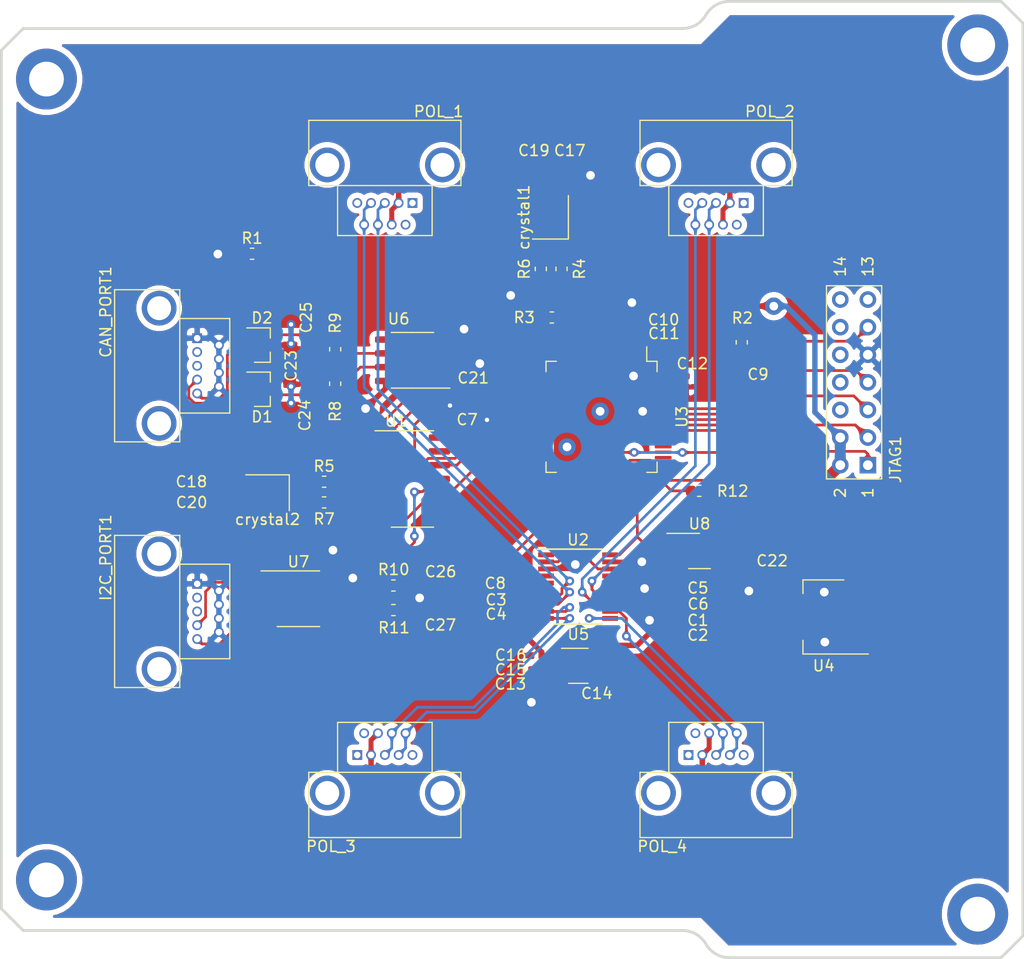
<source format=kicad_pcb>
(kicad_pcb (version 20171130) (host pcbnew 5.1.5)
  (layers (0 F.Cu signal) (1 3V3.Cu mixed) (2 5V.Cu mixed) (31 B.Cu signal) (35 F.Paste user) (37 F.SilkS user) (39 F.Mask user) (44 Edge.Cuts user))
  (net 0 "")
  (net 1 +5V)
  (net 2 GNDA)
  (net 3 -5V)
  (net 4 +3V3)
  (net 5 GNDD)
  (net 6 "Net-(C8-Pad2)")
  (net 7 "#RST")
  (net 8 "Net-(C14-Pad2)")
  (net 9 "Net-(C14-Pad1)")
  (net 10 "Net-(C17-Pad2)")
  (net 11 "Net-(C18-Pad2)")
  (net 12 "Net-(C19-Pad2)")
  (net 13 "Net-(C20-Pad2)")
  (net 14 "Net-(C23-Pad1)")
  (net 15 /CANH)
  (net 16 /CANL)
  (net 17 CHN1)
  (net 18 CHN0)
  (net 19 CHN3)
  (net 20 CHN2)
  (net 21 CHN5)
  (net 22 CHN4)
  (net 23 CHN7)
  (net 24 CHN6)
  (net 25 /SDA)
  (net 26 /SCL)
  (net 27 TCK)
  (net 28 TMS)
  (net 29 TDI\TCK)
  (net 30 TDO\TDI)
  (net 31 "Net-(R3-Pad1)")
  (net 32 6Min)
  (net 33 40Min)
  (net 34 6Mout)
  (net 35 40Mout)
  (net 36 SCL1_UCLK0)
  (net 37 SDA1_SIMO0)
  (net 38 SOMI1)
  (net 39 SIMO1)
  (net 40 CAN_COM)
  (net 41 SOMI0)
  (net 42 INT)
  (net 43 RXCAN)
  (net 44 TXCAN)
  (net 45 UCLK1)
  (net 46 ADC_EN)
  (net 47 IIC_EN)
  (net 48 TEMPMEA)
  (module canpolar:header-9 (layer F.Cu) (at 18.288 -32.258 90)
    (fp_text reference I2C_PORT1 (at 2.413 -8.414 90) (layer F.SilkS))
    (fp_text value P_COM_IIC)
    (pad 11 thru_hole circle (at 2.76 -3.5 90) (size 3.2 3.2) (drill 2.2) (layers *.Cu *.Mask))
    (pad 10 thru_hole circle (at -7.84 -3.5 90) (size 3.2 3.2) (drill 2.2) (layers *.Cu *.Mask))
    (pad 9 thru_hole circle (at -4.445 2 90) (size 0.9 0.9) (drill 0.6) (layers *.Cu *.Mask) (net 5 GNDD))
    (pad 8 thru_hole circle (at -3.175 2 90) (size 0.9 0.9) (drill 0.6) (layers *.Cu *.Mask) (net 5 GNDD))
    (pad 7 thru_hole circle (at -1.905 2 90) (size 0.9 0.9) (drill 0.6) (layers *.Cu *.Mask) (net 5 GNDD))
    (pad 6 thru_hole circle (at -0.635 2 90) (size 0.9 0.9) (drill 0.6) (layers *.Cu *.Mask) (net 5 GNDD))
    (pad 5 thru_hole circle (at -5.08 0 90) (size 0.9 0.9) (drill 0.6) (layers *.Cu *.Mask) (net 25 /SDA))
    (pad 4 thru_hole circle (at -3.81 0 90) (size 0.9 0.9) (drill 0.6) (layers *.Cu *.Mask) (net 26 /SCL))
    (pad 3 thru_hole circle (at -2.54 0 90) (size 0.9 0.9) (drill 0.6) (layers *.Cu *.Mask) (net 1 +5V))
    (pad 2 thru_hole circle (at -1.27 0 90) (size 0.9 0.9) (drill 0.6) (layers *.Cu *.Mask) (net 1 +5V))
    (pad 1 thru_hole rect (at 0 0 90) (size 0.9 0.9) (drill 0.6) (layers *.Cu *.Mask) (net 5 GNDD))
  )
  (module canpolar:header-9 (layer F.Cu) (at 18.288 -54.864 90)
    (fp_text reference CAN_PORT1 (at 2.413 -8.414 90) (layer F.SilkS))
    (fp_text value P_COM_CAN)
    (pad 11 thru_hole circle (at 2.76 -3.5 90) (size 3.2 3.2) (drill 2.2) (layers *.Cu *.Mask))
    (pad 10 thru_hole circle (at -7.84 -3.5 90) (size 3.2 3.2) (drill 2.2) (layers *.Cu *.Mask))
    (pad 9 thru_hole circle (at -4.445 2 90) (size 0.9 0.9) (drill 0.6) (layers *.Cu *.Mask) (net 5 GNDD))
    (pad 8 thru_hole circle (at -3.175 2 90) (size 0.9 0.9) (drill 0.6) (layers *.Cu *.Mask) (net 5 GNDD))
    (pad 7 thru_hole circle (at -1.905 2 90) (size 0.9 0.9) (drill 0.6) (layers *.Cu *.Mask) (net 5 GNDD))
    (pad 6 thru_hole circle (at -0.635 2 90) (size 0.9 0.9) (drill 0.6) (layers *.Cu *.Mask) (net 5 GNDD))
    (pad 5 thru_hole circle (at -5.08 0 90) (size 0.9 0.9) (drill 0.6) (layers *.Cu *.Mask) (net 16 /CANL))
    (pad 4 thru_hole circle (at -3.81 0 90) (size 0.9 0.9) (drill 0.6) (layers *.Cu *.Mask) (net 15 /CANH))
    (pad 3 thru_hole circle (at -2.54 0 90) (size 0.9 0.9) (drill 0.6) (layers *.Cu *.Mask) (net 1 +5V))
    (pad 2 thru_hole circle (at -1.27 0 90) (size 0.9 0.9) (drill 0.6) (layers *.Cu *.Mask) (net 1 +5V))
    (pad 1 thru_hole rect (at 0 0 90) (size 0.9 0.9) (drill 0.6) (layers *.Cu *.Mask) (net 5 GNDD))
  )
  (module canpolar:header-9 (layer F.Cu) (at 63.5 -16.51 180)
    (fp_text reference POL_4 (at 2.413 -8.414) (layer F.SilkS))
    (fp_text value POL_4)
    (pad 11 thru_hole circle (at 2.76 -3.5 180) (size 3.2 3.2) (drill 2.2) (layers *.Cu *.Mask))
    (pad 10 thru_hole circle (at -7.84 -3.5 180) (size 3.2 3.2) (drill 2.2) (layers *.Cu *.Mask))
    (pad 9 thru_hole circle (at -4.445 2 180) (size 0.9 0.9) (drill 0.6) (layers *.Cu *.Mask) (net 23 CHN7))
    (pad 8 thru_hole circle (at -3.175 2 180) (size 0.9 0.9) (drill 0.6) (layers *.Cu *.Mask) (net 24 CHN6))
    (pad 7 thru_hole circle (at -1.905 2 180) (size 0.9 0.9) (drill 0.6) (layers *.Cu *.Mask) (net 2 GNDA))
    (pad 6 thru_hole circle (at -0.635 2 180) (size 0.9 0.9) (drill 0.6) (layers *.Cu *.Mask) (net 1 +5V))
    (pad 5 thru_hole circle (at -5.08 0 180) (size 0.9 0.9) (drill 0.6) (layers *.Cu *.Mask))
    (pad 4 thru_hole circle (at -3.81 0 180) (size 0.9 0.9) (drill 0.6) (layers *.Cu *.Mask) (net 23 CHN7))
    (pad 3 thru_hole circle (at -2.54 0 180) (size 0.9 0.9) (drill 0.6) (layers *.Cu *.Mask) (net 24 CHN6))
    (pad 2 thru_hole circle (at -1.27 0 180) (size 0.9 0.9) (drill 0.6) (layers *.Cu *.Mask) (net 2 GNDA))
    (pad 1 thru_hole rect (at 0 0 180) (size 0.9 0.9) (drill 0.6) (layers *.Cu *.Mask) (net 1 +5V))
  )
  (module canpolar:header-9 (layer F.Cu) (at 33.02 -16.51 180)
    (fp_text reference POL_3 (at 2.413 -8.414) (layer F.SilkS))
    (fp_text value POL_3)
    (pad 11 thru_hole circle (at 2.76 -3.5 180) (size 3.2 3.2) (drill 2.2) (layers *.Cu *.Mask))
    (pad 10 thru_hole circle (at -7.84 -3.5 180) (size 3.2 3.2) (drill 2.2) (layers *.Cu *.Mask))
    (pad 9 thru_hole circle (at -4.445 2 180) (size 0.9 0.9) (drill 0.6) (layers *.Cu *.Mask) (net 21 CHN5))
    (pad 8 thru_hole circle (at -3.175 2 180) (size 0.9 0.9) (drill 0.6) (layers *.Cu *.Mask) (net 22 CHN4))
    (pad 7 thru_hole circle (at -1.905 2 180) (size 0.9 0.9) (drill 0.6) (layers *.Cu *.Mask) (net 2 GNDA))
    (pad 6 thru_hole circle (at -0.635 2 180) (size 0.9 0.9) (drill 0.6) (layers *.Cu *.Mask) (net 1 +5V))
    (pad 5 thru_hole circle (at -5.08 0 180) (size 0.9 0.9) (drill 0.6) (layers *.Cu *.Mask))
    (pad 4 thru_hole circle (at -3.81 0 180) (size 0.9 0.9) (drill 0.6) (layers *.Cu *.Mask) (net 21 CHN5))
    (pad 3 thru_hole circle (at -2.54 0 180) (size 0.9 0.9) (drill 0.6) (layers *.Cu *.Mask) (net 22 CHN4))
    (pad 2 thru_hole circle (at -1.27 0 180) (size 0.9 0.9) (drill 0.6) (layers *.Cu *.Mask) (net 2 GNDA))
    (pad 1 thru_hole rect (at 0 0 180) (size 0.9 0.9) (drill 0.6) (layers *.Cu *.Mask) (net 1 +5V))
  )
  (module canpolar:header-9 (layer F.Cu) (at 68.58 -67.31)
    (fp_text reference POL_2 (at 2.413 -8.414) (layer F.SilkS))
    (fp_text value POL_2)
    (pad 11 thru_hole circle (at 2.76 -3.5) (size 3.2 3.2) (drill 2.2) (layers *.Cu *.Mask))
    (pad 10 thru_hole circle (at -7.84 -3.5) (size 3.2 3.2) (drill 2.2) (layers *.Cu *.Mask))
    (pad 9 thru_hole circle (at -4.445 2) (size 0.9 0.9) (drill 0.6) (layers *.Cu *.Mask) (net 19 CHN3))
    (pad 8 thru_hole circle (at -3.175 2) (size 0.9 0.9) (drill 0.6) (layers *.Cu *.Mask) (net 20 CHN2))
    (pad 7 thru_hole circle (at -1.905 2) (size 0.9 0.9) (drill 0.6) (layers *.Cu *.Mask) (net 2 GNDA))
    (pad 6 thru_hole circle (at -0.635 2) (size 0.9 0.9) (drill 0.6) (layers *.Cu *.Mask) (net 1 +5V))
    (pad 5 thru_hole circle (at -5.08 0) (size 0.9 0.9) (drill 0.6) (layers *.Cu *.Mask))
    (pad 4 thru_hole circle (at -3.81 0) (size 0.9 0.9) (drill 0.6) (layers *.Cu *.Mask) (net 19 CHN3))
    (pad 3 thru_hole circle (at -2.54 0) (size 0.9 0.9) (drill 0.6) (layers *.Cu *.Mask) (net 20 CHN2))
    (pad 2 thru_hole circle (at -1.27 0) (size 0.9 0.9) (drill 0.6) (layers *.Cu *.Mask) (net 2 GNDA))
    (pad 1 thru_hole rect (at 0 0) (size 0.9 0.9) (drill 0.6) (layers *.Cu *.Mask) (net 1 +5V))
  )
  (module canpolar:header-9 (layer F.Cu) (at 38.1 -67.31)
    (fp_text reference POL_1 (at 2.413 -8.414) (layer F.SilkS))
    (fp_text value POL_1)
    (pad 11 thru_hole circle (at 2.76 -3.5) (size 3.2 3.2) (drill 2.2) (layers *.Cu *.Mask))
    (pad 10 thru_hole circle (at -7.84 -3.5) (size 3.2 3.2) (drill 2.2) (layers *.Cu *.Mask))
    (pad 9 thru_hole circle (at -4.445 2) (size 0.9 0.9) (drill 0.6) (layers *.Cu *.Mask) (net 17 CHN1))
    (pad 8 thru_hole circle (at -3.175 2) (size 0.9 0.9) (drill 0.6) (layers *.Cu *.Mask) (net 18 CHN0))
    (pad 7 thru_hole circle (at -1.905 2) (size 0.9 0.9) (drill 0.6) (layers *.Cu *.Mask) (net 2 GNDA))
    (pad 6 thru_hole circle (at -0.635 2) (size 0.9 0.9) (drill 0.6) (layers *.Cu *.Mask) (net 1 +5V))
    (pad 5 thru_hole circle (at -5.08 0) (size 0.9 0.9) (drill 0.6) (layers *.Cu *.Mask))
    (pad 4 thru_hole circle (at -3.81 0) (size 0.9 0.9) (drill 0.6) (layers *.Cu *.Mask) (net 17 CHN1))
    (pad 3 thru_hole circle (at -2.54 0) (size 0.9 0.9) (drill 0.6) (layers *.Cu *.Mask) (net 18 CHN0))
    (pad 2 thru_hole circle (at -1.27 0) (size 0.9 0.9) (drill 0.6) (layers *.Cu *.Mask) (net 2 GNDA))
    (pad 1 thru_hole rect (at 0 0) (size 0.9 0.9) (drill 0.6) (layers *.Cu *.Mask) (net 1 +5V))
  )
  (module canpolar:JTAG14 (layer F.Cu) (at 80.01 -43.18 90)
    (fp_text reference JTAG1 (at 0.508 2.54 90) (layer F.SilkS))
    (fp_text value JTAG14PinConn)
    (fp_text user 14 (at 18.288 -2.54 90) (layer F.SilkS))
    (fp_text user 13 (at 18.288 0 90) (layer F.SilkS))
    (fp_text user 2 (at -2.54 -2.54 90) (layer F.SilkS))
    (fp_text user 1 (at -2.54 0 90) (layer F.SilkS))
    (pad 14 thru_hole circle (at 15.24 -2.54 90) (size 1.524 1.524) (drill 0.9) (layers *.Cu *.Mask))
    (pad 13 thru_hole circle (at 15.24 0 90) (size 1.524 1.524) (drill 0.9) (layers *.Cu *.Mask))
    (pad 12 thru_hole circle (at 12.7 -2.54 90) (size 1.524 1.524) (drill 0.9) (layers *.Cu *.Mask))
    (pad 11 thru_hole circle (at 12.7 0 90) (size 1.524 1.524) (drill 0.9) (layers *.Cu *.Mask) (net 7 "#RST"))
    (pad 10 thru_hole circle (at 10.16 -2.54 90) (size 1.524 1.524) (drill 0.9) (layers *.Cu *.Mask))
    (pad 9 thru_hole circle (at 10.16 0 90) (size 1.524 1.524) (drill 0.9) (layers *.Cu *.Mask) (net 5 GNDD))
    (pad 8 thru_hole circle (at 7.62 -2.54 90) (size 1.524 1.524) (drill 0.9) (layers *.Cu *.Mask))
    (pad 7 thru_hole circle (at 7.62 0 90) (size 1.524 1.524) (drill 0.9) (layers *.Cu *.Mask) (net 27 TCK))
    (pad 6 thru_hole circle (at 5.08 -2.54 90) (size 1.524 1.524) (drill 0.9) (layers *.Cu *.Mask))
    (pad 5 thru_hole circle (at 5.08 0 90) (size 1.524 1.524) (drill 0.9) (layers *.Cu *.Mask) (net 28 TMS))
    (pad 4 thru_hole circle (at 2.54 -2.54 90) (size 1.524 1.524) (drill 0.9) (layers *.Cu *.Mask) (net 4 +3V3))
    (pad 3 thru_hole circle (at 2.54 0 90) (size 1.524 1.524) (drill 0.9) (layers *.Cu *.Mask) (net 29 TDI\TCK))
    (pad 2 thru_hole circle (at 0 -2.54 90) (size 1.524 1.524) (drill 0.9) (layers *.Cu *.Mask) (net 4 +3V3))
    (pad 1 thru_hole rect (at 0 0 90) (size 1.524 1.524) (drill 0.9) (layers *.Cu *.Mask) (net 30 TDO\TDI))
  )
  (module canpolar:PadCorner (layer F.Cu) (at 5 -79)
    (fp_text reference O4 hide)
    (fp_text value Hole hide)
    (pad ~ thru_hole circle (at -0.57999 0.29058) (size 5.6 5.6) (drill 3.2) (layers *.Cu *.Mask))
  )
  (module canpolar:PadCorner (layer F.Cu) (at 90 -81)
    (fp_text reference O3 hide)
    (fp_text value Hole hide)
    (pad ~ thru_hole circle (at 0.12001 -0.85942) (size 5.6 5.6) (drill 3.2) (layers *.Cu *.Mask))
  )
  (module canpolar:PadCorner (layer F.Cu) (at 89 -3)
    (fp_text reference O2 hide)
    (fp_text value Hole hide)
    (pad ~ thru_hole circle (at 1.12001 1.14062) (size 5.6 5.6) (drill 3.2) (layers *.Cu *.Mask))
  )
  (module canpolar:PadCorner (layer F.Cu) (at 6 -6)
    (fp_text reference O1 hide)
    (fp_text value Hole hide)
    (pad ~ thru_hole circle (at -1.57999 0.99061) (size 5.6 5.6) (drill 3.2) (layers *.Cu *.Mask))
  )
  (module Package_SO:VSSOP-8_3.0x3.0mm_P0.65mm (layer F.Cu) (at 64.516 -35.2806)
    (fp_text reference U8 (at 0 -2.5) (layer F.SilkS))
    (fp_text value LM70CIMM-3)
    (pad 8 smd rect (at 2.2 -0.975 270) (size 0.45 1.45) (layers F.Cu F.Paste F.Mask))
    (pad 7 smd rect (at 2.2 -0.325 270) (size 0.45 1.45) (layers F.Cu F.Paste F.Mask) (net 48 TEMPMEA))
    (pad 6 smd rect (at 2.2 0.325 270) (size 0.45 1.45) (layers F.Cu F.Paste F.Mask))
    (pad 5 smd rect (at 2.2 0.975 270) (size 0.45 1.45) (layers F.Cu F.Paste F.Mask) (net 4 +3V3))
    (pad 4 smd rect (at -2.2 0.975 270) (size 0.45 1.45) (layers F.Cu F.Paste F.Mask) (net 5 GNDD))
    (pad 3 smd rect (at -2.2 0.325 270) (size 0.45 1.45) (layers F.Cu F.Paste F.Mask))
    (pad 2 smd rect (at -2.2 -0.325 270) (size 0.45 1.45) (layers F.Cu F.Paste F.Mask) (net 45 UCLK1))
    (pad 1 smd rect (at -2.2 -0.975 270) (size 0.45 1.45) (layers F.Cu F.Paste F.Mask) (net 38 SOMI1))
  )
  (module Package_SO:SOIC-8_3.9x4.9mm_P1.27mm (layer F.Cu) (at 27.6098 -30.8864)
    (fp_text reference U7 (at 0 -3.4) (layer F.SilkS))
    (fp_text value PCA9515AD)
    (pad 8 smd roundrect (at 2.475 -1.905) (size 1.95 0.6) (layers F.Cu F.Paste F.Mask) (net 4 +3V3))
    (pad 7 smd roundrect (at 2.475 -0.635) (size 1.95 0.6) (layers F.Cu F.Paste F.Mask) (net 36 SCL1_UCLK0))
    (pad 6 smd roundrect (at 2.475 0.635) (size 1.95 0.6) (layers F.Cu F.Paste F.Mask) (net 37 SDA1_SIMO0))
    (pad 5 smd roundrect (at 2.475 1.905) (size 1.95 0.6) (layers F.Cu F.Paste F.Mask) (net 47 IIC_EN))
    (pad 4 smd roundrect (at -2.475 1.905) (size 1.95 0.6) (layers F.Cu F.Paste F.Mask) (net 5 GNDD))
    (pad 3 smd roundrect (at -2.475 0.635) (size 1.95 0.6) (layers F.Cu F.Paste F.Mask) (net 25 /SDA))
    (pad 2 smd roundrect (at -2.475 -0.635) (size 1.95 0.6) (layers F.Cu F.Paste F.Mask) (net 26 /SCL))
    (pad 1 smd roundrect (at -2.475 -1.905) (size 1.95 0.6) (layers F.Cu F.Paste F.Mask))
  )
  (module Package_TO_SOT_SMD:SOT-23-5 (layer F.Cu) (at 53.3654 -24.7142)
    (fp_text reference U5 (at 0 -2.9) (layer F.SilkS))
    (fp_text value TPS60401DBVT)
    (pad 5 smd rect (at 1.1 -0.95) (size 1.06 0.65) (layers F.Cu F.Paste F.Mask) (net 8 "Net-(C14-Pad2)"))
    (pad 4 smd rect (at 1.1 0.95) (size 1.06 0.65) (layers F.Cu F.Paste F.Mask) (net 2 GNDA))
    (pad 3 smd rect (at -1.1 0.95) (size 1.06 0.65) (layers F.Cu F.Paste F.Mask) (net 9 "Net-(C14-Pad1)"))
    (pad 2 smd rect (at -1.1 0) (size 1.06 0.65) (layers F.Cu F.Paste F.Mask) (net 1 +5V))
    (pad 1 smd rect (at -1.1 -0.95) (size 1.06 0.65) (layers F.Cu F.Paste F.Mask) (net 3 -5V))
  )
  (module Crystal:Crystal_SMD_3225-4Pin_3.2x2.5mm (layer F.Cu) (at 24.765 -40.64 180)
    (fp_text reference crystal2 (at 0 -2.45) (layer F.SilkS))
    (fp_text value 40M)
    (pad 4 smd rect (at -1.1 -0.85 180) (size 1.4 1.2) (layers F.Cu F.Paste F.Mask))
    (pad 3 smd rect (at 1.1 -0.85 180) (size 1.4 1.2) (layers F.Cu F.Paste F.Mask) (net 13 "Net-(C20-Pad2)"))
    (pad 2 smd rect (at 1.1 0.85 180) (size 1.4 1.2) (layers F.Cu F.Paste F.Mask))
    (pad 1 smd rect (at -1.1 0.85 180) (size 1.4 1.2) (layers F.Cu F.Paste F.Mask) (net 11 "Net-(C18-Pad2)"))
  )
  (module Crystal:Crystal_SMD_3225-4Pin_3.2x2.5mm (layer F.Cu) (at 50.8 -65.9892 90)
    (fp_text reference crystal1 (at 0 -2.45 90) (layer F.SilkS))
    (fp_text value 6M)
    (pad 4 smd rect (at -1.1 -0.85 90) (size 1.4 1.2) (layers F.Cu F.Paste F.Mask))
    (pad 3 smd rect (at 1.1 -0.85 90) (size 1.4 1.2) (layers F.Cu F.Paste F.Mask) (net 12 "Net-(C19-Pad2)"))
    (pad 2 smd rect (at 1.1 0.85 90) (size 1.4 1.2) (layers F.Cu F.Paste F.Mask))
    (pad 1 smd rect (at -1.1 0.85 90) (size 1.4 1.2) (layers F.Cu F.Paste F.Mask) (net 10 "Net-(C17-Pad2)"))
  )
  (module Package_QFP:LQFP-64_10x10mm_P0.5mm (layer F.Cu) (at 55.499 -47.625 270)
    (fp_text reference U3 (at 0 -7.4 90) (layer F.SilkS))
    (fp_text value MSP430F1611)
    (pad 64 smd roundrect (at -3.75 -5.675 270) (size 0.3 1.55) (layers F.Cu F.Paste F.Mask) (net 4 +3V3))
    (pad 63 smd roundrect (at -3.25 -5.675 270) (size 0.3 1.55) (layers F.Cu F.Paste F.Mask) (net 5 GNDD))
    (pad 62 smd roundrect (at -2.75 -5.675 270) (size 0.3 1.55) (layers F.Cu F.Paste F.Mask) (net 2 GNDA))
    (pad 61 smd roundrect (at -2.25 -5.675 270) (size 0.3 1.55) (layers F.Cu F.Paste F.Mask))
    (pad 60 smd roundrect (at -1.75 -5.675 270) (size 0.3 1.55) (layers F.Cu F.Paste F.Mask))
    (pad 59 smd roundrect (at -1.25 -5.675 270) (size 0.3 1.55) (layers F.Cu F.Paste F.Mask))
    (pad 58 smd roundrect (at -0.75 -5.675 270) (size 0.3 1.55) (layers F.Cu F.Paste F.Mask) (net 7 "#RST"))
    (pad 57 smd roundrect (at -0.25 -5.675 270) (size 0.3 1.55) (layers F.Cu F.Paste F.Mask) (net 27 TCK))
    (pad 56 smd roundrect (at 0.25 -5.675 270) (size 0.3 1.55) (layers F.Cu F.Paste F.Mask) (net 28 TMS))
    (pad 55 smd roundrect (at 0.75 -5.675 270) (size 0.3 1.55) (layers F.Cu F.Paste F.Mask) (net 29 TDI\TCK))
    (pad 54 smd roundrect (at 1.25 -5.675 270) (size 0.3 1.55) (layers F.Cu F.Paste F.Mask) (net 30 TDO\TDI))
    (pad 53 smd roundrect (at 1.75 -5.675 270) (size 0.3 1.55) (layers F.Cu F.Paste F.Mask))
    (pad 52 smd roundrect (at 2.25 -5.675 270) (size 0.3 1.55) (layers F.Cu F.Paste F.Mask))
    (pad 51 smd roundrect (at 2.75 -5.675 270) (size 0.3 1.55) (layers F.Cu F.Paste F.Mask))
    (pad 50 smd roundrect (at 3.25 -5.675 270) (size 0.3 1.55) (layers F.Cu F.Paste F.Mask))
    (pad 49 smd roundrect (at 3.75 -5.675 270) (size 0.3 1.55) (layers F.Cu F.Paste F.Mask))
    (pad 48 smd roundrect (at 5.675 -3.75 270) (size 1.55 0.3) (layers F.Cu F.Paste F.Mask))
    (pad 47 smd roundrect (at 5.675 -3.25 270) (size 1.55 0.3) (layers F.Cu F.Paste F.Mask) (net 45 UCLK1))
    (pad 46 smd roundrect (at 5.675 -2.75 270) (size 1.55 0.3) (layers F.Cu F.Paste F.Mask) (net 38 SOMI1))
    (pad 45 smd roundrect (at 5.675 -2.25 270) (size 1.55 0.3) (layers F.Cu F.Paste F.Mask) (net 39 SIMO1))
    (pad 44 smd roundrect (at 5.675 -1.75 270) (size 1.55 0.3) (layers F.Cu F.Paste F.Mask))
    (pad 43 smd roundrect (at 5.675 -1.25 270) (size 1.55 0.3) (layers F.Cu F.Paste F.Mask))
    (pad 42 smd roundrect (at 5.675 -0.75 270) (size 1.55 0.3) (layers F.Cu F.Paste F.Mask))
    (pad 41 smd roundrect (at 5.675 -0.25 270) (size 1.55 0.3) (layers F.Cu F.Paste F.Mask))
    (pad 40 smd roundrect (at 5.675 0.25 270) (size 1.55 0.3) (layers F.Cu F.Paste F.Mask))
    (pad 39 smd roundrect (at 5.675 0.75 270) (size 1.55 0.3) (layers F.Cu F.Paste F.Mask))
    (pad 38 smd roundrect (at 5.675 1.25 270) (size 1.55 0.3) (layers F.Cu F.Paste F.Mask) (net 48 TEMPMEA))
    (pad 37 smd roundrect (at 5.675 1.75 270) (size 1.55 0.3) (layers F.Cu F.Paste F.Mask) (net 46 ADC_EN))
    (pad 36 smd roundrect (at 5.675 2.25 270) (size 1.55 0.3) (layers F.Cu F.Paste F.Mask) (net 47 IIC_EN))
    (pad 35 smd roundrect (at 5.675 2.75 270) (size 1.55 0.3) (layers F.Cu F.Paste F.Mask))
    (pad 34 smd roundrect (at 5.675 3.25 270) (size 1.55 0.3) (layers F.Cu F.Paste F.Mask))
    (pad 33 smd roundrect (at 5.675 3.75 270) (size 1.55 0.3) (layers F.Cu F.Paste F.Mask))
    (pad 32 smd roundrect (at 3.75 5.675 270) (size 0.3 1.55) (layers F.Cu F.Paste F.Mask))
    (pad 31 smd roundrect (at 3.25 5.675 270) (size 0.3 1.55) (layers F.Cu F.Paste F.Mask) (net 36 SCL1_UCLK0))
    (pad 30 smd roundrect (at 2.75 5.675 270) (size 0.3 1.55) (layers F.Cu F.Paste F.Mask) (net 41 SOMI0))
    (pad 29 smd roundrect (at 2.25 5.675 270) (size 0.3 1.55) (layers F.Cu F.Paste F.Mask) (net 37 SDA1_SIMO0))
    (pad 28 smd roundrect (at 1.75 5.675 270) (size 0.3 1.55) (layers F.Cu F.Paste F.Mask))
    (pad 27 smd roundrect (at 1.25 5.675 270) (size 0.3 1.55) (layers F.Cu F.Paste F.Mask) (net 40 CAN_COM))
    (pad 26 smd roundrect (at 0.75 5.675 270) (size 0.3 1.55) (layers F.Cu F.Paste F.Mask))
    (pad 25 smd roundrect (at 0.25 5.675 270) (size 0.3 1.55) (layers F.Cu F.Paste F.Mask))
    (pad 24 smd roundrect (at -0.25 5.675 270) (size 0.3 1.55) (layers F.Cu F.Paste F.Mask))
    (pad 23 smd roundrect (at -0.75 5.675 270) (size 0.3 1.55) (layers F.Cu F.Paste F.Mask))
    (pad 22 smd roundrect (at -1.25 5.675 270) (size 0.3 1.55) (layers F.Cu F.Paste F.Mask))
    (pad 21 smd roundrect (at -1.75 5.675 270) (size 0.3 1.55) (layers F.Cu F.Paste F.Mask))
    (pad 20 smd roundrect (at -2.25 5.675 270) (size 0.3 1.55) (layers F.Cu F.Paste F.Mask) (net 42 INT))
    (pad 19 smd roundrect (at -2.75 5.675 270) (size 0.3 1.55) (layers F.Cu F.Paste F.Mask))
    (pad 18 smd roundrect (at -3.25 5.675 270) (size 0.3 1.55) (layers F.Cu F.Paste F.Mask))
    (pad 17 smd roundrect (at -3.75 5.675 270) (size 0.3 1.55) (layers F.Cu F.Paste F.Mask))
    (pad 16 smd roundrect (at -5.675 3.75 270) (size 1.55 0.3) (layers F.Cu F.Paste F.Mask))
    (pad 15 smd roundrect (at -5.675 3.25 270) (size 1.55 0.3) (layers F.Cu F.Paste F.Mask))
    (pad 14 smd roundrect (at -5.675 2.75 270) (size 1.55 0.3) (layers F.Cu F.Paste F.Mask))
    (pad 13 smd roundrect (at -5.675 2.25 270) (size 1.55 0.3) (layers F.Cu F.Paste F.Mask))
    (pad 12 smd roundrect (at -5.675 1.75 270) (size 1.55 0.3) (layers F.Cu F.Paste F.Mask))
    (pad 11 smd roundrect (at -5.675 1.25 270) (size 1.55 0.3) (layers F.Cu F.Paste F.Mask) (net 31 "Net-(R3-Pad1)"))
    (pad 10 smd roundrect (at -5.675 0.75 270) (size 1.55 0.3) (layers F.Cu F.Paste F.Mask) (net 31 "Net-(R3-Pad1)"))
    (pad 9 smd roundrect (at -5.675 0.25 270) (size 1.55 0.3) (layers F.Cu F.Paste F.Mask) (net 34 6Mout))
    (pad 8 smd roundrect (at -5.675 -0.25 270) (size 1.55 0.3) (layers F.Cu F.Paste F.Mask) (net 32 6Min))
    (pad 7 smd roundrect (at -5.675 -0.75 270) (size 1.55 0.3) (layers F.Cu F.Paste F.Mask))
    (pad 6 smd roundrect (at -5.675 -1.25 270) (size 1.55 0.3) (layers F.Cu F.Paste F.Mask))
    (pad 5 smd roundrect (at -5.675 -1.75 270) (size 1.55 0.3) (layers F.Cu F.Paste F.Mask))
    (pad 4 smd roundrect (at -5.675 -2.25 270) (size 1.55 0.3) (layers F.Cu F.Paste F.Mask))
    (pad 3 smd roundrect (at -5.675 -2.75 270) (size 1.55 0.3) (layers F.Cu F.Paste F.Mask))
    (pad 2 smd roundrect (at -5.675 -3.25 270) (size 1.55 0.3) (layers F.Cu F.Paste F.Mask))
    (pad 1 smd roundrect (at -5.675 -3.75 270) (size 1.55 0.3) (layers F.Cu F.Paste F.Mask) (net 4 +3V3))
  )
  (module Package_SO:TSSOP-20_4.4x6.5mm_P0.65mm (layer F.Cu) (at 53.34 -32.004)
    (fp_text reference U2 (at 0 -4.3) (layer F.SilkS))
    (fp_text value AD7328BRUZ)
    (pad 20 smd rect (at 2.95 -2.925) (size 1.45 0.45) (layers F.Cu F.Paste F.Mask) (net 45 UCLK1))
    (pad 19 smd rect (at 2.95 -2.275) (size 1.45 0.45) (layers F.Cu F.Paste F.Mask) (net 5 GNDD))
    (pad 18 smd rect (at 2.95 -1.625) (size 1.45 0.45) (layers F.Cu F.Paste F.Mask) (net 38 SOMI1))
    (pad 17 smd rect (at 2.95 -0.975) (size 1.45 0.45) (layers F.Cu F.Paste F.Mask) (net 4 +3V3))
    (pad 16 smd rect (at 2.95 -0.325) (size 1.45 0.45) (layers F.Cu F.Paste F.Mask) (net 4 +3V3))
    (pad 15 smd rect (at 2.95 0.325) (size 1.45 0.45) (layers F.Cu F.Paste F.Mask) (net 1 +5V))
    (pad 14 smd rect (at 2.95 0.975) (size 1.45 0.45) (layers F.Cu F.Paste F.Mask) (net 20 CHN2))
    (pad 13 smd rect (at 2.95 1.625) (size 1.45 0.45) (layers F.Cu F.Paste F.Mask) (net 19 CHN3))
    (pad 12 smd rect (at 2.95 2.275) (size 1.45 0.45) (layers F.Cu F.Paste F.Mask) (net 24 CHN6))
    (pad 11 smd rect (at 2.95 2.925) (size 1.45 0.45) (layers F.Cu F.Paste F.Mask) (net 23 CHN7))
    (pad 10 smd rect (at -2.95 2.925) (size 1.45 0.45) (layers F.Cu F.Paste F.Mask) (net 21 CHN5))
    (pad 9 smd rect (at -2.95 2.275) (size 1.45 0.45) (layers F.Cu F.Paste F.Mask) (net 22 CHN4))
    (pad 8 smd rect (at -2.95 1.625) (size 1.45 0.45) (layers F.Cu F.Paste F.Mask) (net 17 CHN1))
    (pad 7 smd rect (at -2.95 0.975) (size 1.45 0.45) (layers F.Cu F.Paste F.Mask) (net 18 CHN0))
    (pad 6 smd rect (at -2.95 0.325) (size 1.45 0.45) (layers F.Cu F.Paste F.Mask) (net 3 -5V))
    (pad 5 smd rect (at -2.95 -0.325) (size 1.45 0.45) (layers F.Cu F.Paste F.Mask) (net 6 "Net-(C8-Pad2)"))
    (pad 4 smd rect (at -2.95 -0.975) (size 1.45 0.45) (layers F.Cu F.Paste F.Mask) (net 2 GNDA))
    (pad 3 smd rect (at -2.95 -1.625) (size 1.45 0.45) (layers F.Cu F.Paste F.Mask) (net 5 GNDD))
    (pad 2 smd rect (at -2.95 -2.275) (size 1.45 0.45) (layers F.Cu F.Paste F.Mask) (net 39 SIMO1))
    (pad 1 smd rect (at -2.95 -2.925) (size 1.45 0.45) (layers F.Cu F.Paste F.Mask) (net 46 ADC_EN))
  )
  (module Package_SO:SOIC-8_3.9x4.9mm_P1.27mm (layer F.Cu) (at 38.1 -52.832 180)
    (fp_text reference U6 (at 1.27 3.81) (layer F.SilkS))
    (fp_text value SN65HVD230)
    (pad 8 smd roundrect (at 2.475 -1.905 180) (size 1.95 0.6) (layers F.Cu F.Paste F.Mask) (net 5 GNDD))
    (pad 7 smd roundrect (at 2.475 -0.635 180) (size 1.95 0.6) (layers F.Cu F.Paste F.Mask) (net 15 /CANH))
    (pad 6 smd roundrect (at 2.475 0.635 180) (size 1.95 0.6) (layers F.Cu F.Paste F.Mask) (net 16 /CANL))
    (pad 5 smd roundrect (at 2.475 1.905 180) (size 1.95 0.6) (layers F.Cu F.Paste F.Mask))
    (pad 4 smd roundrect (at -2.475 1.905 180) (size 1.95 0.6) (layers F.Cu F.Paste F.Mask) (net 43 RXCAN))
    (pad 3 smd roundrect (at -2.475 0.635 180) (size 1.95 0.6) (layers F.Cu F.Paste F.Mask) (net 4 +3V3))
    (pad 2 smd roundrect (at -2.475 -0.635 180) (size 1.95 0.6) (layers F.Cu F.Paste F.Mask) (net 5 GNDD))
    (pad 1 smd roundrect (at -2.475 -1.905 180) (size 1.95 0.6) (layers F.Cu F.Paste F.Mask) (net 44 TXCAN))
  )
  (module Package_TO_SOT_SMD:SOT-223-3_TabPin2 (layer F.Cu) (at 75.946 -29.21 180)
    (fp_text reference U4 (at 0 -4.5) (layer F.SilkS))
    (fp_text value AMS1117-3.3)
    (pad 1 smd rect (at -3.15 -2.3 180) (size 2 1.5) (layers F.Cu F.Paste F.Mask) (net 5 GNDD))
    (pad 3 smd rect (at -3.15 2.3 180) (size 2 1.5) (layers F.Cu F.Paste F.Mask) (net 1 +5V))
    (pad 2 smd rect (at -3.15 0 180) (size 2 1.5) (layers F.Cu F.Paste F.Mask) (net 4 +3V3))
    (pad 2 smd rect (at 3.15 0 180) (size 2 3.8) (layers F.Cu F.Paste F.Mask) (net 4 +3V3))
  )
  (module Package_SO:SOIC-14_3.9x8.7mm_P1.27mm (layer F.Cu) (at 38.1 -41.91)
    (fp_text reference U1 (at -1.524 -5.334) (layer F.SilkS))
    (fp_text value MCP2517FD-xSL)
    (pad 14 smd roundrect (at 2.475 -3.81) (size 1.95 0.6) (layers F.Cu F.Paste F.Mask) (net 4 +3V3))
    (pad 13 smd roundrect (at 2.475 -2.54) (size 1.95 0.6) (layers F.Cu F.Paste F.Mask) (net 40 CAN_COM))
    (pad 12 smd roundrect (at 2.475 -1.27) (size 1.95 0.6) (layers F.Cu F.Paste F.Mask) (net 41 SOMI0))
    (pad 11 smd roundrect (at 2.475 0) (size 1.95 0.6) (layers F.Cu F.Paste F.Mask) (net 37 SDA1_SIMO0))
    (pad 10 smd roundrect (at 2.475 1.27) (size 1.95 0.6) (layers F.Cu F.Paste F.Mask) (net 36 SCL1_UCLK0))
    (pad 9 smd roundrect (at 2.475 2.54) (size 1.95 0.6) (layers F.Cu F.Paste F.Mask))
    (pad 8 smd roundrect (at 2.475 3.81) (size 1.95 0.6) (layers F.Cu F.Paste F.Mask))
    (pad 7 smd roundrect (at -2.475 3.81) (size 1.95 0.6) (layers F.Cu F.Paste F.Mask) (net 5 GNDD))
    (pad 6 smd roundrect (at -2.475 2.54) (size 1.95 0.6) (layers F.Cu F.Paste F.Mask) (net 35 40Mout))
    (pad 5 smd roundrect (at -2.475 1.27) (size 1.95 0.6) (layers F.Cu F.Paste F.Mask) (net 33 40Min))
    (pad 4 smd roundrect (at -2.475 0) (size 1.95 0.6) (layers F.Cu F.Paste F.Mask) (net 42 INT))
    (pad 3 smd roundrect (at -2.475 -1.27) (size 1.95 0.6) (layers F.Cu F.Paste F.Mask))
    (pad 2 smd roundrect (at -2.475 -2.54) (size 1.95 0.6) (layers F.Cu F.Paste F.Mask) (net 43 RXCAN))
    (pad 1 smd roundrect (at -2.475 -3.81) (size 1.95 0.6) (layers F.Cu F.Paste F.Mask) (net 44 TXCAN))
  )
  (module Resistor_SMD:R_0603_1608Metric (layer F.Cu) (at 64.4906 -40.8178 180)
    (fp_text reference R12 (at -3.0734 -0.0254) (layer F.SilkS))
    (fp_text value 10K)
    (pad 2 smd roundrect (at 0.7875 0 180) (size 0.875 0.95) (layers F.Cu F.Paste F.Mask) (net 38 SOMI1))
    (pad 1 smd roundrect (at -0.7875 0 180) (size 0.875 0.95) (layers F.Cu F.Paste F.Mask) (net 39 SIMO1))
  )
  (module Resistor_SMD:R_0603_1608Metric (layer F.Cu) (at 36.3474 -29.845 180)
    (fp_text reference R11 (at -0.0508 -1.6256) (layer F.SilkS))
    (fp_text value 2.2K)
    (pad 2 smd roundrect (at 0.7875 0 180) (size 0.875 0.95) (layers F.Cu F.Paste F.Mask) (net 37 SDA1_SIMO0))
    (pad 1 smd roundrect (at -0.7875 0 180) (size 0.875 0.95) (layers F.Cu F.Paste F.Mask) (net 4 +3V3))
  )
  (module Resistor_SMD:R_0603_1608Metric (layer F.Cu) (at 36.3474 -32.1056 180)
    (fp_text reference R10 (at -0.0254 1.4732) (layer F.SilkS))
    (fp_text value 2.2K)
    (pad 2 smd roundrect (at 0.7875 0 180) (size 0.875 0.95) (layers F.Cu F.Paste F.Mask) (net 36 SCL1_UCLK0))
    (pad 1 smd roundrect (at -0.7875 0 180) (size 0.875 0.95) (layers F.Cu F.Paste F.Mask) (net 4 +3V3))
  )
  (module Resistor_SMD:R_0603_1608Metric (layer F.Cu) (at 30.988 -53.848 270)
    (fp_text reference R9 (at -2.413 0 90) (layer F.SilkS))
    (fp_text value 60.4)
    (pad 2 smd roundrect (at 0.7875 0 270) (size 0.875 0.95) (layers F.Cu F.Paste F.Mask) (net 14 "Net-(C23-Pad1)"))
    (pad 1 smd roundrect (at -0.7875 0 270) (size 0.875 0.95) (layers F.Cu F.Paste F.Mask) (net 16 /CANL))
  )
  (module Resistor_SMD:R_0603_1608Metric (layer F.Cu) (at 30.988 -50.673 270)
    (fp_text reference R8 (at 2.54 0 90) (layer F.SilkS))
    (fp_text value 60.4)
    (pad 2 smd roundrect (at 0.7875 0 270) (size 0.875 0.95) (layers F.Cu F.Paste F.Mask) (net 15 /CANH))
    (pad 1 smd roundrect (at -0.7875 0 270) (size 0.875 0.95) (layers F.Cu F.Paste F.Mask) (net 14 "Net-(C23-Pad1)"))
  )
  (module Resistor_SMD:R_0603_1608Metric (layer F.Cu) (at 29.972 -39.751)
    (fp_text reference R7 (at 0 1.524) (layer F.SilkS))
    (fp_text value 0K)
    (pad 2 smd roundrect (at 0.7875 0) (size 0.875 0.95) (layers F.Cu F.Paste F.Mask) (net 35 40Mout))
    (pad 1 smd roundrect (at -0.7875 0) (size 0.875 0.95) (layers F.Cu F.Paste F.Mask) (net 13 "Net-(C20-Pad2)"))
  )
  (module Resistor_SMD:R_0603_1608Metric (layer F.Cu) (at 49.911 -61.2395 270)
    (fp_text reference R6 (at 0 1.524 270) (layer F.SilkS))
    (fp_text value 0K)
    (pad 2 smd roundrect (at 0.7875 0 270) (size 0.875 0.95) (layers F.Cu F.Paste F.Mask) (net 34 6Mout))
    (pad 1 smd roundrect (at -0.7875 0 270) (size 0.875 0.95) (layers F.Cu F.Paste F.Mask) (net 12 "Net-(C19-Pad2)"))
  )
  (module Resistor_SMD:R_0603_1608Metric (layer F.Cu) (at 29.972 -41.656)
    (fp_text reference R5 (at 0 -1.43) (layer F.SilkS))
    (fp_text value 0K)
    (pad 2 smd roundrect (at 0.7875 0) (size 0.875 0.95) (layers F.Cu F.Paste F.Mask) (net 33 40Min))
    (pad 1 smd roundrect (at -0.7875 0) (size 0.875 0.95) (layers F.Cu F.Paste F.Mask) (net 11 "Net-(C18-Pad2)"))
  )
  (module Resistor_SMD:R_0603_1608Metric (layer F.Cu) (at 51.816 -61.2395 270)
    (fp_text reference R4 (at 0 -1.651 270) (layer F.SilkS))
    (fp_text value 0K)
    (pad 2 smd roundrect (at 0.7875 0 270) (size 0.875 0.95) (layers F.Cu F.Paste F.Mask) (net 32 6Min))
    (pad 1 smd roundrect (at -0.7875 0 270) (size 0.875 0.95) (layers F.Cu F.Paste F.Mask) (net 10 "Net-(C17-Pad2)"))
  )
  (module Resistor_SMD:R_0603_1608Metric (layer F.Cu) (at 50.927 -56.769 180)
    (fp_text reference R3 (at 2.54 0) (layer F.SilkS))
    (fp_text value 0K)
    (pad 2 smd roundrect (at 0.7875 0 180) (size 0.875 0.95) (layers F.Cu F.Paste F.Mask) (net 5 GNDD))
    (pad 1 smd roundrect (at -0.7875 0 180) (size 0.875 0.95) (layers F.Cu F.Paste F.Mask) (net 31 "Net-(R3-Pad1)"))
  )
  (module Resistor_SMD:R_0603_1608Metric (layer F.Cu) (at 68.4022 -54.483 270)
    (fp_text reference R2 (at -2.2352 -0.0508 180) (layer F.SilkS))
    (fp_text value 47K)
    (pad 2 smd roundrect (at 0.7875 0 270) (size 0.875 0.95) (layers F.Cu F.Paste F.Mask) (net 7 "#RST"))
    (pad 1 smd roundrect (at -0.7875 0 270) (size 0.875 0.95) (layers F.Cu F.Paste F.Mask) (net 4 +3V3))
  )
  (module Resistor_SMD:R_0603_1608Metric (layer F.Cu) (at 23.3426 -62.6364)
    (fp_text reference R1 (at 0 -1.43) (layer F.SilkS))
    (fp_text value 0K)
    (pad 2 smd roundrect (at 0.7875 0) (size 0.875 0.95) (layers F.Cu F.Paste F.Mask) (net 2 GNDA))
    (pad 1 smd roundrect (at -0.7875 0) (size 0.875 0.95) (layers F.Cu F.Paste F.Mask) (net 5 GNDD))
  )
  (module Diode_SMD:D_SOT-23_ANK (layer F.Cu) (at 24.257 -54.229)
    (fp_text reference D2 (at 0 -2.5) (layer F.SilkS))
    (fp_text value D_Zener_Small)
    (pad 1 smd rect (at 1 0) (size 0.9 0.8) (layers F.Cu F.Paste F.Mask) (net 2 GNDA))
    (pad "" smd rect (at -1 0.95) (size 0.9 0.8) (layers F.Cu F.Paste F.Mask))
    (pad 2 smd rect (at -1 -0.95) (size 0.9 0.8) (layers F.Cu F.Paste F.Mask) (net 16 /CANL))
  )
  (module Diode_SMD:D_SOT-23_ANK (layer F.Cu) (at 24.257 -50.165)
    (fp_text reference D1 (at 0 2.54) (layer F.SilkS))
    (fp_text value D_Zener_Small)
    (pad 1 smd rect (at 1 0) (size 0.9 0.8) (layers F.Cu F.Paste F.Mask) (net 15 /CANH))
    (pad "" smd rect (at -1 0.95) (size 0.9 0.8) (layers F.Cu F.Paste F.Mask))
    (pad 2 smd rect (at -1 -0.95) (size 0.9 0.8) (layers F.Cu F.Paste F.Mask) (net 2 GNDA))
  )
  (module Capacitor_SMD:C_0402_1005Metric (layer F.Cu) (at 40.7162 -29.7942)
    (fp_text reference C27 (at -0.0508 1.3208) (layer F.SilkS))
    (fp_text value 0.1uF)
    (pad 2 smd roundrect (at 0.485 0) (size 0.59 0.64) (layers F.Cu F.Paste F.Mask) (net 2 GNDA))
    (pad 1 smd roundrect (at -0.485 0) (size 0.59 0.64) (layers F.Cu F.Paste F.Mask) (net 4 +3V3))
  )
  (module Capacitor_SMD:C_0402_1005Metric (layer F.Cu) (at 40.6908 -32.2072)
    (fp_text reference C26 (at 0 -1.17) (layer F.SilkS))
    (fp_text value 10uF)
    (pad 2 smd roundrect (at 0.485 0) (size 0.59 0.64) (layers F.Cu F.Paste F.Mask) (net 2 GNDA))
    (pad 1 smd roundrect (at -0.485 0) (size 0.59 0.64) (layers F.Cu F.Paste F.Mask) (net 4 +3V3))
  )
  (module Capacitor_SMD:C_0402_1005Metric (layer F.Cu) (at 28.321 -54.356 90)
    (fp_text reference C25 (at 2.413 0 90) (layer F.SilkS))
    (fp_text value 47pF)
    (pad 2 smd roundrect (at 0.485 0 90) (size 0.59 0.64) (layers F.Cu F.Paste F.Mask) (net 16 /CANL))
    (pad 1 smd roundrect (at -0.485 0 90) (size 0.59 0.64) (layers F.Cu F.Paste F.Mask) (net 2 GNDA))
  )
  (module Capacitor_SMD:C_0402_1005Metric (layer F.Cu) (at 28.194 -50.142 90)
    (fp_text reference C24 (at -2.39 0 90) (layer F.SilkS))
    (fp_text value 47pF)
    (pad 2 smd roundrect (at 0.485 0 90) (size 0.59 0.64) (layers F.Cu F.Paste F.Mask) (net 2 GNDA))
    (pad 1 smd roundrect (at -0.485 0 90) (size 0.59 0.64) (layers F.Cu F.Paste F.Mask) (net 15 /CANH))
  )
  (module Capacitor_SMD:C_0402_1005Metric (layer F.Cu) (at 28.702 -52.197 180)
    (fp_text reference C23 (at 1.778 0.127 90) (layer F.SilkS))
    (fp_text value 4700pF)
    (pad 2 smd roundrect (at 0.485 0 180) (size 0.59 0.64) (layers F.Cu F.Paste F.Mask) (net 2 GNDA))
    (pad 1 smd roundrect (at -0.485 0 180) (size 0.59 0.64) (layers F.Cu F.Paste F.Mask) (net 14 "Net-(C23-Pad1)"))
  )
  (module Capacitor_SMD:C_0402_1005Metric (layer F.Cu) (at 69.063 -33.8728 270)
    (fp_text reference C22 (at -0.508 -2.1336 180) (layer F.SilkS))
    (fp_text value 0.1uF)
    (pad 2 smd roundrect (at 0.485 0 270) (size 0.59 0.64) (layers F.Cu F.Paste F.Mask) (net 5 GNDD))
    (pad 1 smd roundrect (at -0.485 0 270) (size 0.59 0.64) (layers F.Cu F.Paste F.Mask) (net 4 +3V3))
  )
  (module Capacitor_SMD:C_0402_1005Metric (layer F.Cu) (at 42.8752 -52.9844 270)
    (fp_text reference C21 (at 1.778 -0.8128 180) (layer F.SilkS))
    (fp_text value 0.1uF)
    (pad 2 smd roundrect (at 0.485 0 270) (size 0.59 0.64) (layers F.Cu F.Paste F.Mask) (net 5 GNDD))
    (pad 1 smd roundrect (at -0.485 0 270) (size 0.59 0.64) (layers F.Cu F.Paste F.Mask) (net 4 +3V3))
  )
  (module Capacitor_SMD:C_0402_1005Metric (layer F.Cu) (at 20.32 -39.751)
    (fp_text reference C20 (at -2.54 0) (layer F.SilkS))
    (fp_text value 12pF)
    (pad 2 smd roundrect (at 0.485 0) (size 0.59 0.64) (layers F.Cu F.Paste F.Mask) (net 13 "Net-(C20-Pad2)"))
    (pad 1 smd roundrect (at -0.485 0) (size 0.59 0.64) (layers F.Cu F.Paste F.Mask) (net 5 GNDD))
  )
  (module Capacitor_SMD:C_0402_1005Metric (layer F.Cu) (at 49.911 -70.485 270)
    (fp_text reference C19 (at -1.651 0.635 180) (layer F.SilkS))
    (fp_text value 12pF)
    (pad 2 smd roundrect (at 0.485 0 270) (size 0.59 0.64) (layers F.Cu F.Paste F.Mask) (net 12 "Net-(C19-Pad2)"))
    (pad 1 smd roundrect (at -0.485 0 270) (size 0.59 0.64) (layers F.Cu F.Paste F.Mask) (net 5 GNDD))
  )
  (module Capacitor_SMD:C_0402_1005Metric (layer F.Cu) (at 20.32 -41.656)
    (fp_text reference C18 (at -2.563 0) (layer F.SilkS))
    (fp_text value 12pF)
    (pad 2 smd roundrect (at 0.485 0) (size 0.59 0.64) (layers F.Cu F.Paste F.Mask) (net 11 "Net-(C18-Pad2)"))
    (pad 1 smd roundrect (at -0.485 0) (size 0.59 0.64) (layers F.Cu F.Paste F.Mask) (net 5 GNDD))
  )
  (module Capacitor_SMD:C_0402_1005Metric (layer F.Cu) (at 51.816 -70.485 270)
    (fp_text reference C17 (at -1.651 -0.762 180) (layer F.SilkS))
    (fp_text value 12pF)
    (pad 2 smd roundrect (at 0.485 0 270) (size 0.59 0.64) (layers F.Cu F.Paste F.Mask) (net 10 "Net-(C17-Pad2)"))
    (pad 1 smd roundrect (at -0.485 0 270) (size 0.59 0.64) (layers F.Cu F.Paste F.Mask) (net 5 GNDD))
  )
  (module Capacitor_SMD:C_0402_1005Metric (layer F.Cu) (at 49.5046 -25.654)
    (fp_text reference C16 (at -2.3622 -0.0508) (layer F.SilkS))
    (fp_text value 1uF)
    (pad 2 smd roundrect (at 0.485 0) (size 0.59 0.64) (layers F.Cu F.Paste F.Mask) (net 3 -5V))
    (pad 1 smd roundrect (at -0.485 0) (size 0.59 0.64) (layers F.Cu F.Paste F.Mask) (net 2 GNDA))
  )
  (module Capacitor_SMD:C_0402_1005Metric (layer F.Cu) (at 49.53 -24.3586)
    (fp_text reference C15 (at -2.3876 0) (layer F.SilkS))
    (fp_text value 10uF)
    (pad 2 smd roundrect (at 0.485 0) (size 0.59 0.64) (layers F.Cu F.Paste F.Mask) (net 1 +5V))
    (pad 1 smd roundrect (at -0.485 0) (size 0.59 0.64) (layers F.Cu F.Paste F.Mask) (net 5 GNDD))
  )
  (module Capacitor_SMD:C_0402_1005Metric (layer F.Cu) (at 52.5526 -22.2504)
    (fp_text reference C14 (at 2.5146 0.0762) (layer F.SilkS))
    (fp_text value 1uF)
    (pad 2 smd roundrect (at 0.485 0) (size 0.59 0.64) (layers F.Cu F.Paste F.Mask) (net 8 "Net-(C14-Pad2)"))
    (pad 1 smd roundrect (at -0.485 0) (size 0.59 0.64) (layers F.Cu F.Paste F.Mask) (net 9 "Net-(C14-Pad1)"))
  )
  (module Capacitor_SMD:C_0402_1005Metric (layer F.Cu) (at 49.53 -23.114)
    (fp_text reference C13 (at -2.413 0.0762) (layer F.SilkS))
    (fp_text value 0.1uF)
    (pad 2 smd roundrect (at 0.485 0) (size 0.59 0.64) (layers F.Cu F.Paste F.Mask) (net 1 +5V))
    (pad 1 smd roundrect (at -0.485 0) (size 0.59 0.64) (layers F.Cu F.Paste F.Mask) (net 5 GNDD))
  )
  (module Capacitor_SMD:C_0402_1005Metric (layer F.Cu) (at 63.2968 -50.8762 90)
    (fp_text reference C12 (at 1.651 0.5588 180) (layer F.SilkS))
    (fp_text value 0.1uF)
    (pad 2 smd roundrect (at 0.485 0 90) (size 0.59 0.64) (layers F.Cu F.Paste F.Mask) (net 4 +3V3))
    (pad 1 smd roundrect (at -0.485 0 90) (size 0.59 0.64) (layers F.Cu F.Paste F.Mask) (net 2 GNDA))
  )
  (module Capacitor_SMD:C_0402_1005Metric (layer F.Cu) (at 58.7756 -55.2704)
    (fp_text reference C11 (at 2.4638 -0.0254) (layer F.SilkS))
    (fp_text value 10uF)
    (pad 2 smd roundrect (at 0.485 0) (size 0.59 0.64) (layers F.Cu F.Paste F.Mask) (net 4 +3V3))
    (pad 1 smd roundrect (at -0.485 0) (size 0.59 0.64) (layers F.Cu F.Paste F.Mask) (net 5 GNDD))
  )
  (module Capacitor_SMD:C_0402_1005Metric (layer F.Cu) (at 58.7732 -56.515)
    (fp_text reference C10 (at 2.4408 -0.0508) (layer F.SilkS))
    (fp_text value 0.1uF)
    (pad 2 smd roundrect (at 0.485 0) (size 0.59 0.64) (layers F.Cu F.Paste F.Mask) (net 4 +3V3))
    (pad 1 smd roundrect (at -0.485 0) (size 0.59 0.64) (layers F.Cu F.Paste F.Mask) (net 5 GNDD))
  )
  (module Capacitor_SMD:C_0402_1005Metric (layer F.Cu) (at 67.945 -51.5366)
    (fp_text reference C9 (at 1.9558 0) (layer F.SilkS))
    (fp_text value 0.1uF)
    (pad 2 smd roundrect (at 0.485 0) (size 0.59 0.64) (layers F.Cu F.Paste F.Mask) (net 7 "#RST"))
    (pad 1 smd roundrect (at -0.485 0) (size 0.59 0.64) (layers F.Cu F.Paste F.Mask) (net 2 GNDA))
  )
  (module Capacitor_SMD:C_0402_1005Metric (layer F.Cu) (at 47.752 -32.3215)
    (fp_text reference C8 (at -2.032 0.0127) (layer F.SilkS))
    (fp_text value 680nF)
    (pad 2 smd roundrect (at 0.485 0) (size 0.59 0.64) (layers F.Cu F.Paste F.Mask) (net 6 "Net-(C8-Pad2)"))
    (pad 1 smd roundrect (at -0.485 0) (size 0.59 0.64) (layers F.Cu F.Paste F.Mask) (net 2 GNDA))
  )
  (module Capacitor_SMD:C_0402_1005Metric (layer F.Cu) (at 41.0464 -47.3456)
    (fp_text reference C7 (at 2.0828 -0.0254) (layer F.SilkS))
    (fp_text value 0.1uF)
    (pad 2 smd roundrect (at 0.485 0) (size 0.59 0.64) (layers F.Cu F.Paste F.Mask) (net 5 GNDD))
    (pad 1 smd roundrect (at -0.485 0) (size 0.59 0.64) (layers F.Cu F.Paste F.Mask) (net 4 +3V3))
  )
  (module Capacitor_SMD:C_0402_1005Metric (layer F.Cu) (at 62.4332 -30.4292 180)
    (fp_text reference C6 (at -1.9558 -0.0254) (layer F.SilkS))
    (fp_text value 10uF)
    (pad 2 smd roundrect (at 0.485 0 180) (size 0.59 0.64) (layers F.Cu F.Paste F.Mask) (net 4 +3V3))
    (pad 1 smd roundrect (at -0.485 0 180) (size 0.59 0.64) (layers F.Cu F.Paste F.Mask) (net 2 GNDA))
  )
  (module Capacitor_SMD:C_0402_1005Metric (layer F.Cu) (at 62.4332 -31.8262 180)
    (fp_text reference C5 (at -1.9304 0.0508) (layer F.SilkS))
    (fp_text value 0.1uF)
    (pad 2 smd roundrect (at 0.485 0 180) (size 0.59 0.64) (layers F.Cu F.Paste F.Mask) (net 4 +3V3))
    (pad 1 smd roundrect (at -0.485 0 180) (size 0.59 0.64) (layers F.Cu F.Paste F.Mask) (net 2 GNDA))
  )
  (module Capacitor_SMD:C_0402_1005Metric (layer F.Cu) (at 47.752 -29.5148)
    (fp_text reference C4 (at -1.9558 0.0508) (layer F.SilkS))
    (fp_text value 0.1uF)
    (pad 2 smd roundrect (at 0.485 0) (size 0.59 0.64) (layers F.Cu F.Paste F.Mask) (net 3 -5V))
    (pad 1 smd roundrect (at -0.485 0) (size 0.59 0.64) (layers F.Cu F.Paste F.Mask) (net 2 GNDA))
  )
  (module Capacitor_SMD:C_0402_1005Metric (layer F.Cu) (at 47.752 -30.861)
    (fp_text reference C3 (at -1.9558 0.0762) (layer F.SilkS))
    (fp_text value 10uF)
    (pad 2 smd roundrect (at 0.485 0) (size 0.59 0.64) (layers F.Cu F.Paste F.Mask) (net 3 -5V))
    (pad 1 smd roundrect (at -0.485 0) (size 0.59 0.64) (layers F.Cu F.Paste F.Mask) (net 2 GNDA))
  )
  (module Capacitor_SMD:C_0402_1005Metric (layer F.Cu) (at 62.4332 -27.559 180)
    (fp_text reference C2 (at -1.9304 -0.0254) (layer F.SilkS))
    (fp_text value 0.1uF)
    (pad 2 smd roundrect (at 0.485 0 180) (size 0.59 0.64) (layers F.Cu F.Paste F.Mask) (net 1 +5V))
    (pad 1 smd roundrect (at -0.485 0 180) (size 0.59 0.64) (layers F.Cu F.Paste F.Mask) (net 2 GNDA))
  )
  (module Capacitor_SMD:C_0402_1005Metric (layer F.Cu) (at 62.4332 -28.9052 180)
    (fp_text reference C1 (at -1.9304 0) (layer F.SilkS))
    (fp_text value 10uF)
    (pad 2 smd roundrect (at 0.485 0 180) (size 0.59 0.64) (layers F.Cu F.Paste F.Mask) (net 1 +5V))
    (pad 1 smd roundrect (at -0.485 0 180) (size 0.59 0.64) (layers F.Cu F.Paste F.Mask) (net 2 GNDA))
  )
  (gr_line (start 2.27 -0.35941) (end 0.27 -2.35941) (layer Edge.Cuts) (width 0.254))
  (gr_line (start 62.93988 -0.35941) (end 2.27 -0.35941) (layer Edge.Cuts) (width 0.254))
  (gr_arc (start 62.93987 2.1406) (end 62.93987 -0.3594) (angle 60) (layer Edge.Cuts) (width 0.254))
  (gr_arc (start 67.27 -0.3594) (end 67.270021 2.1406) (angle 60) (layer Edge.Cuts) (width 0.254))
  (gr_line (start 92.27002 2.14061) (end 67.27002 2.14061) (layer Edge.Cuts) (width 0.254))
  (gr_line (start 94.27002 0.14061) (end 92.27002 2.14061) (layer Edge.Cuts) (width 0.254))
  (gr_line (start 94.27002 -83.85942) (end 94.27002 0.14178) (layer Edge.Cuts) (width 0.254))
  (gr_line (start 92.27002 -85.85942) (end 94.27002 -83.85942) (layer Edge.Cuts) (width 0.254))
  (gr_line (start 67.27 -85.85942) (end 92.27002 -85.85942) (layer Edge.Cuts) (width 0.254))
  (gr_arc (start 67.27 -83.3594) (end 67.27 -85.8594) (angle -60) (layer Edge.Cuts) (width 0.254))
  (gr_arc (start 62.93987 -85.8594) (end 62.93987 -83.3594) (angle -60) (layer Edge.Cuts) (width 0.254))
  (gr_line (start 2.27 -83.3594) (end 62.93988 -83.3594) (layer Edge.Cuts) (width 0.254))
  (gr_line (start 0.27 -81.3594) (end 2.27 -83.3594) (layer Edge.Cuts) (width 0.254))
  (gr_line (start 0.27 -2.35941) (end 0.27 -81.3594) (layer Edge.Cuts) (width 0.254))
  (via blind (at 75.9968 -31.496) (size 1.6) (drill 0.8) (layers F.Cu 5V.Cu) (net 1))
  (segment (start 61.6532 -28.9052) (end 61.9482 -28.9052) (width 0.5) (layer F.Cu) (net 1))
  (segment (start 59.9146 -28.9052) (end 59.9146 -28.9052) (width 0.5) (layer F.Cu) (net 1))
  (segment (start 61.9482 -28.9052) (end 61.9482 -27.559) (width 0.5) (layer F.Cu) (net 1))
  (segment (start 59.9146 -28.9052) (end 61.6532 -28.9052) (width 0.5) (layer F.Cu) (net 1))
  (via blind (at 59.9146 -28.9052) (size 1.6) (drill 0.8) (layers F.Cu 5V.Cu) (net 1))
  (segment (start 50.015 -24.3586) (end 50.015 -23.114) (width 0.5) (layer F.Cu) (net 1))
  (segment (start 50.3706 -24.7142) (end 50.015 -24.3586) (width 0.5) (layer F.Cu) (net 1))
  (segment (start 52.07 -24.7142) (end 50.3706 -24.7142) (width 0.5) (layer F.Cu) (net 1))
  (segment (start 76.0108 -31.51) (end 75.9968 -31.496) (width 0.5) (layer F.Cu) (net 1))
  (segment (start 79.096 -31.51) (end 76.0108 -31.51) (width 0.5) (layer F.Cu) (net 1))
  (segment (start 53.6194 -26.5684) (end 54.075798 -26.5684) (width 0.25) (layer F.Cu) (net 1))
  (segment (start 53.213 -24.9722) (end 53.213 -26.162) (width 0.25) (layer F.Cu) (net 1))
  (segment (start 52.07 -24.7142) (end 52.955 -24.7142) (width 0.25) (layer F.Cu) (net 1))
  (segment (start 53.213 -26.162) (end 53.6194 -26.5684) (width 0.25) (layer F.Cu) (net 1))
  (segment (start 52.955 -24.7142) (end 53.213 -24.9722) (width 0.25) (layer F.Cu) (net 1))
  (segment (start 54.101198 -26.5938) (end 58.7756 -26.5938) (width 0.5) (layer F.Cu) (net 1))
  (segment (start 54.075798 -26.5684) (end 54.101198 -26.5938) (width 0.5) (layer F.Cu) (net 1))
  (segment (start 59.9146 -27.7328) (end 59.9146 -28.9052) (width 0.5) (layer F.Cu) (net 1))
  (segment (start 58.7756 -26.5938) (end 59.9146 -27.7328) (width 0.5) (layer F.Cu) (net 1))
  (segment (start 59.9146 -29.3664) (end 59.9146 -28.9052) (width 0.4) (layer F.Cu) (net 1))
  (segment (start 56.1594 -31.6738) (end 57.6072 -31.6738) (width 0.4) (layer F.Cu) (net 1))
  (segment (start 57.6072 -31.6738) (end 59.9146 -29.3664) (width 0.4) (layer F.Cu) (net 1))
  (via (at 26.924 -50.419) (size 0.8) (drill 0.4) (layers F.Cu B.Cu) (net 2))
  (via (at 26.924 -48.895) (size 0.8) (drill 0.4) (layers F.Cu B.Cu) (net 2))
  (via (at 26.924 -54.356) (size 0.8) (drill 0.4) (layers F.Cu B.Cu) (net 2))
  (via (at 26.924 -56.134) (size 0.8) (drill 0.4) (layers F.Cu B.Cu) (net 2))
  (segment (start 26.924 -54.356) (end 26.924 -56.134) (width 0.5) (layer B.Cu) (net 2))
  (segment (start 26.924 -50.419) (end 26.924 -48.895) (width 0.5) (layer B.Cu) (net 2))
  (segment (start 36.83 -67.31) (end 36.195 -66.675) (width 0.46) (layer F.Cu) (net 2))
  (segment (start 36.195 -66.675) (end 36.195 -65.31) (width 0.46) (layer F.Cu) (net 2))
  (segment (start 36.83 -67.31) (end 36.83 -67.946396) (width 0.5) (layer F.Cu) (net 2))
  (segment (start 36.83 -67.946396) (end 36.83 -69.469) (width 0.5) (layer F.Cu) (net 2))
  (segment (start 66.675 -66.675) (end 67.31 -67.31) (width 0.46) (layer F.Cu) (net 2))
  (segment (start 66.675 -65.31) (end 66.675 -66.675) (width 0.46) (layer F.Cu) (net 2))
  (segment (start 34.29 -17.875) (end 34.925 -18.51) (width 0.46) (layer F.Cu) (net 2))
  (segment (start 34.29 -16.51) (end 34.29 -17.875) (width 0.46) (layer F.Cu) (net 2))
  (segment (start 34.29 -16.51) (end 34.29 -14.605) (width 0.5) (layer F.Cu) (net 2))
  (segment (start 65.405 -17.145) (end 64.77 -16.51) (width 0.46) (layer F.Cu) (net 2))
  (segment (start 65.405 -18.51) (end 65.405 -17.145) (width 0.46) (layer F.Cu) (net 2))
  (segment (start 64.77 -16.51) (end 64.77 -15.873604) (width 0.5) (layer F.Cu) (net 2))
  (segment (start 64.77 -15.873604) (end 64.77 -14.478) (width 0.5) (layer F.Cu) (net 2))
  (segment (start 49.534 -32.9692) (end 49.2292 -33.274) (width 0.4) (layer F.Cu) (net 2))
  (segment (start 50.5206 -32.9692) (end 49.534 -32.9692) (width 0.4) (layer F.Cu) (net 2))
  (segment (start 47.267 -32.6415) (end 47.267 -32.3215) (width 0.5) (layer F.Cu) (net 2))
  (segment (start 47.8995 -33.274) (end 47.267 -32.6415) (width 0.5) (layer F.Cu) (net 2))
  (segment (start 49.2292 -33.274) (end 47.8995 -33.274) (width 0.5) (layer F.Cu) (net 2))
  (segment (start 63.2806 -50.375) (end 63.2968 -50.3912) (width 0.5) (layer F.Cu) (net 2))
  (segment (start 61.299 -50.375) (end 63.2806 -50.375) (width 0.25) (layer F.Cu) (net 2))
  (via (at 52.324 -44.8564) (size 1.6) (drill 0.8) (layers F.Cu B.Cu) (net 2))
  (via (at 55.372 -48.133) (size 1.6) (drill 0.8) (layers F.Cu B.Cu) (net 2))
  (segment (start 67.31 -67.31) (end 67.31 -69) (width 0.5) (layer F.Cu) (net 2))
  (segment (start 48.237 -29.5148) (end 48.237 -30.861) (width 0.5) (layer F.Cu) (net 3))
  (segment (start 52.07 -25.654) (end 49.9896 -25.654) (width 0.5) (layer F.Cu) (net 3))
  (segment (start 48.237 -27.7266) (end 48.237 -29.5148) (width 0.5) (layer F.Cu) (net 3))
  (segment (start 49.9896 -25.654) (end 49.9896 -25.974) (width 0.5) (layer F.Cu) (net 3))
  (segment (start 49.9896 -25.974) (end 48.237 -27.7266) (width 0.5) (layer F.Cu) (net 3))
  (segment (start 50.5206 -31.6738) (end 49.0728 -31.6738) (width 0.4) (layer F.Cu) (net 3))
  (segment (start 49.0728 -31.6738) (end 48.7212 -31.3222) (width 0.4) (layer F.Cu) (net 3))
  (segment (start 48.26 -30.861) (end 48.237 -30.861) (width 0.5) (layer F.Cu) (net 3))
  (segment (start 48.7212 -31.3222) (end 48.26 -30.861) (width 0.5) (layer F.Cu) (net 3))
  (via (at 71.3486 -57.8104) (size 1.6) (drill 0.8) (layers F.Cu B.Cu) (net 4))
  (via blind (at 42.8498 -55.7022) (size 1.6) (drill 0.8) (layers F.Cu 3V3.Cu) (net 4))
  (via blind (at 32.6136 -32.7914) (size 1.6) (drill 0.8) (layers F.Cu 3V3.Cu) (net 4))
  (via blind (at 38.7604 -30.9626) (size 1.6) (drill 0.8) (layers F.Cu 3V3.Cu) (net 4))
  (segment (start 56.1594 -32.9692) (end 56.1594 -32.3342) (width 0.46) (layer F.Cu) (net 4))
  (segment (start 56.1594 -32.3342) (end 58.9534 -32.3342) (width 0.46) (layer F.Cu) (net 4))
  (segment (start 59.4614 -31.8262) (end 59.4614 -31.8262) (width 0.5) (layer F.Cu) (net 4))
  (segment (start 58.9534 -32.3342) (end 59.4614 -31.8262) (width 0.5) (layer F.Cu) (net 4))
  (segment (start 61.9482 -31.8262) (end 61.9482 -30.4292) (width 0.5) (layer F.Cu) (net 4))
  (segment (start 59.4614 -31.8262) (end 61.9482 -31.8262) (width 0.5) (layer F.Cu) (net 4))
  (via blind (at 59.4614 -31.8262) (size 1.6) (drill 0.8) (layers F.Cu 3V3.Cu) (net 4))
  (segment (start 40.575 -47.332) (end 40.5614 -47.3456) (width 0.5) (layer F.Cu) (net 4))
  (segment (start 40.575 -45.72) (end 40.575 -47.332) (width 0.5) (layer F.Cu) (net 4))
  (segment (start 42.649 -53.467) (end 42.672 -53.49) (width 0.5) (layer F.Cu) (net 4))
  (segment (start 40.575 -53.467) (end 42.649 -53.467) (width 0.5) (layer F.Cu) (net 4))
  (segment (start 69.0606 -34.3554) (end 69.063 -34.3578) (width 0.5) (layer F.Cu) (net 4))
  (segment (start 66.7258 -34.3154) (end 68.4506 -34.3154) (width 0.25) (layer F.Cu) (net 4))
  (segment (start 40.1042 -32.1056) (end 40.2058 -32.2072) (width 0.5) (layer F.Cu) (net 4))
  (segment (start 40.1804 -29.845) (end 40.2312 -29.7942) (width 0.5) (layer F.Cu) (net 4))
  (segment (start 40.2312 -32.1818) (end 40.2058 -32.2072) (width 0.5) (layer F.Cu) (net 4))
  (segment (start 38.7604 -32.0802) (end 38.7604 -30.9626) (width 0.5) (layer F.Cu) (net 4))
  (segment (start 38.735 -32.1056) (end 38.7604 -32.0802) (width 0.5) (layer F.Cu) (net 4))
  (segment (start 38.735 -32.1056) (end 40.1042 -32.1056) (width 0.5) (layer F.Cu) (net 4))
  (segment (start 37.1349 -32.1056) (end 38.735 -32.1056) (width 0.5) (layer F.Cu) (net 4))
  (segment (start 38.7604 -30.396915) (end 38.7604 -29.8196) (width 0.5) (layer F.Cu) (net 4))
  (segment (start 38.7604 -30.9626) (end 38.7604 -30.396915) (width 0.5) (layer F.Cu) (net 4))
  (segment (start 37.1349 -29.845) (end 38.7604 -29.8196) (width 0.5) (layer F.Cu) (net 4))
  (segment (start 38.7604 -29.8196) (end 40.1804 -29.845) (width 0.5) (layer F.Cu) (net 4))
  (segment (start 40.2082 -30.9626) (end 40.2336 -30.9372) (width 0.5) (layer F.Cu) (net 4))
  (segment (start 38.7604 -30.9626) (end 40.2082 -30.9626) (width 0.5) (layer F.Cu) (net 4))
  (segment (start 40.2312 -29.7942) (end 40.2336 -30.9372) (width 0.5) (layer F.Cu) (net 4))
  (segment (start 40.2336 -30.9372) (end 40.2312 -32.1818) (width 0.5) (layer F.Cu) (net 4))
  (segment (start 38.194715 -30.9626) (end 37.1602 -30.9626) (width 0.5) (layer F.Cu) (net 4))
  (segment (start 38.7604 -30.9626) (end 38.194715 -30.9626) (width 0.5) (layer F.Cu) (net 4))
  (segment (start 37.1349 -32.1056) (end 37.1602 -30.9626) (width 0.5) (layer F.Cu) (net 4))
  (segment (start 37.1602 -30.9626) (end 37.1349 -29.845) (width 0.5) (layer F.Cu) (net 4))
  (segment (start 30.0736 -32.7914) (end 32.6136 -32.7914) (width 0.5) (layer F.Cu) (net 4))
  (segment (start 59.249 -55.2588) (end 59.2606 -55.2704) (width 0.5) (layer F.Cu) (net 4))
  (segment (start 59.249 -53.425) (end 59.249 -55.2588) (width 0.25) (layer F.Cu) (net 4))
  (segment (start 59.2606 -56.5126) (end 59.2582 -56.515) (width 0.5) (layer F.Cu) (net 4))
  (segment (start 59.2606 -55.2704) (end 59.2606 -56.5126) (width 0.5) (layer F.Cu) (net 4))
  (segment (start 63.283 -51.375) (end 63.2968 -51.3612) (width 0.5) (layer F.Cu) (net 4))
  (segment (start 61.299 -51.375) (end 63.283 -51.375) (width 0.25) (layer F.Cu) (net 4))
  (segment (start 61.9482 -32.1462) (end 61.9482 -31.8262) (width 0.5) (layer F.Cu) (net 4))
  (segment (start 64.1174 -34.3154) (end 61.9482 -32.1462) (width 0.5) (layer F.Cu) (net 4))
  (segment (start 66.7258 -34.3154) (end 64.1174 -34.3154) (width 0.25) (layer F.Cu) (net 4))
  (segment (start 68.4021 -55.2704) (end 68.4022 -55.2705) (width 0.5) (layer F.Cu) (net 4))
  (segment (start 77.47 -45.72) (end 77.47 -43.18) (width 1) (layer B.Cu) (net 4))
  (segment (start 40.5614 -47.6656) (end 40.5614 -47.3456) (width 0.5) (layer F.Cu) (net 4))
  (segment (start 41.5114 -48.6156) (end 40.5614 -47.6656) (width 0.5) (layer F.Cu) (net 4))
  (segment (start 68.3767 -55.245) (end 68.4022 -55.2705) (width 0.5) (layer F.Cu) (net 4))
  (via blind (at 41.5544 -48.6664) (size 0.8) (drill 0.4) (layers F.Cu 3V3.Cu) (net 4))
  (segment (start 42.8752 -55.6768) (end 42.8498 -55.7022) (width 0.5) (layer F.Cu) (net 4))
  (segment (start 42.8752 -53.4694) (end 42.8752 -55.6768) (width 0.5) (layer F.Cu) (net 4))
  (via blind (at 58.4454 -51.3842) (size 1.6) (drill 0.8) (layers F.Cu 3V3.Cu) (net 4))
  (segment (start 59.249 -53.425) (end 59.249 -52.17403) (width 0.25) (layer F.Cu) (net 4))
  (segment (start 59.23523 -52.17403) (end 58.4454 -51.3842) (width 0.5) (layer F.Cu) (net 4))
  (segment (start 59.249 -52.17403) (end 59.23523 -52.17403) (width 0.5) (layer F.Cu) (net 4))
  (segment (start 58.4546 -51.375) (end 58.4454 -51.3842) (width 0.5) (layer F.Cu) (net 4))
  (segment (start 61.299 -51.375) (end 58.4546 -51.375) (width 0.25) (layer F.Cu) (net 4))
  (segment (start 72.47997 -57.8104) (end 75.1332 -55.15717) (width 0.5) (layer B.Cu) (net 4))
  (segment (start 71.3486 -57.8104) (end 72.47997 -57.8104) (width 0.5) (layer B.Cu) (net 4))
  (segment (start 75.1332 -48.0568) (end 77.47 -45.72) (width 0.5) (layer B.Cu) (net 4))
  (segment (start 75.1332 -55.15717) (end 75.1332 -48.0568) (width 0.5) (layer B.Cu) (net 4))
  (segment (start 68.4022 -55.2705) (end 68.4022 -56.8706) (width 0.5) (layer F.Cu) (net 4))
  (segment (start 69.342 -57.8104) (end 71.3486 -57.8104) (width 0.5) (layer F.Cu) (net 4))
  (segment (start 68.4022 -56.8706) (end 69.342 -57.8104) (width 0.5) (layer F.Cu) (net 4))
  (segment (start 79.096 -29.21) (end 72.796 -29.21) (width 1) (layer F.Cu) (net 4))
  (segment (start 72.796 -38.506) (end 77.47 -43.18) (width 1) (layer F.Cu) (net 4))
  (segment (start 68.773 -34.3178) (end 68.453 -34.3178) (width 0.5) (layer F.Cu) (net 4))
  (segment (start 69.8382 -34.3178) (end 69.68543 -34.3178) (width 0.5) (layer F.Cu) (net 4))
  (segment (start 72.796 -29.21) (end 72.796 -38.506) (width 1) (layer F.Cu) (net 4))
  (segment (start 69.68543 -34.3178) (end 68.773 -34.3178) (width 0.5) (layer F.Cu) (net 4))
  (segment (start 69.68543 -34.3178) (end 72.3622 -34.3178) (width 0.5) (layer F.Cu) (net 4))
  (via (at 58.293 -58.1406) (size 1.6) (drill 0.8) (layers F.Cu B.Cu) (net 5))
  (via (at 76.0476 -26.8986) (size 1.6) (drill 0.8) (layers F.Cu B.Cu) (net 5))
  (via (at 44.958 -47.3456) (size 0.8) (drill 0.4) (layers F.Cu B.Cu) (net 5))
  (via (at 53.086 -34.036) (size 1.6) (drill 0.8) (layers F.Cu B.Cu) (net 5))
  (segment (start 52.6796 -33.6296) (end 53.086 -34.036) (width 0.5) (layer F.Cu) (net 5))
  (segment (start 50.5206 -33.6296) (end 52.6796 -33.6296) (width 0.4) (layer F.Cu) (net 5))
  (segment (start 62.2808 -34.29) (end 62.3062 -34.3154) (width 0.25) (layer F.Cu) (net 5))
  (segment (start 56.1594 -34.29) (end 59.2074 -34.29) (width 0.4) (layer F.Cu) (net 5))
  (segment (start 59.2074 -34.29) (end 62.2808 -34.29) (width 0.46) (layer F.Cu) (net 5))
  (via (at 59.2074 -34.29) (size 1.6) (drill 0.8) (layers F.Cu B.Cu) (net 5))
  (segment (start 50.1141 -56.7436) (end 50.1395 -56.769) (width 0.5) (layer F.Cu) (net 5))
  (segment (start 41.5314 -47.3456) (end 44.958 -47.3456) (width 0.5) (layer F.Cu) (net 5))
  (segment (start 79.0846 -26.8986) (end 79.096 -26.91) (width 0.5) (layer F.Cu) (net 5))
  (segment (start 76.0476 -26.8986) (end 79.0846 -26.8986) (width 0.5) (layer F.Cu) (net 5))
  (segment (start 34.65 -38.1) (end 35.625 -38.1) (width 0.5) (layer F.Cu) (net 5))
  (segment (start 33.527198 -38.1) (end 34.65 -38.1) (width 0.5) (layer F.Cu) (net 5))
  (segment (start 30.784399 -35.357201) (end 33.527198 -38.1) (width 0.5) (layer F.Cu) (net 5))
  (via (at 30.784399 -35.357201) (size 1.6) (drill 0.8) (layers F.Cu B.Cu) (net 5))
  (segment (start 58.2906 -56.5126) (end 58.2882 -56.515) (width 0.5) (layer F.Cu) (net 5))
  (segment (start 58.2906 -55.2704) (end 58.2906 -56.5126) (width 0.5) (layer F.Cu) (net 5))
  (segment (start 58.2882 -58.1358) (end 58.293 -58.1406) (width 0.5) (layer F.Cu) (net 5))
  (segment (start 58.2882 -56.515) (end 58.2882 -58.1358) (width 0.5) (layer F.Cu) (net 5))
  (segment (start 20.288 -54.229) (end 20.288 -50.419) (width 0.5) (layer B.Cu) (net 5))
  (segment (start 20.288 -31.623) (end 20.288 -27.813) (width 0.5) (layer B.Cu) (net 5))
  (segment (start 22.1176 -62.6364) (end 22.0922 -62.611) (width 0.5) (layer F.Cu) (net 5))
  (segment (start 22.5551 -62.6364) (end 22.1176 -62.6364) (width 0.5) (layer F.Cu) (net 5))
  (segment (start 22.0922 -62.611) (end 20.193 -62.611) (width 0.5) (layer F.Cu) (net 5))
  (segment (start 20.193 -62.611) (end 20.193 -62.611) (width 0.5) (layer F.Cu) (net 5))
  (via (at 20.193 -62.611) (size 1.6) (drill 0.8) (layers F.Cu B.Cu) (net 5))
  (segment (start 35.625 -50.927) (end 35.625 -50.23) (width 0.5) (layer F.Cu) (net 5))
  (segment (start 35.625 -50.23) (end 33.782 -48.387) (width 0.5) (layer F.Cu) (net 5))
  (segment (start 33.782 -48.387) (end 33.782 -48.387) (width 0.5) (layer F.Cu) (net 5))
  (via (at 33.782 -48.387) (size 1.6) (drill 0.8) (layers F.Cu B.Cu) (net 5))
  (segment (start 19.835 -41.656) (end 19.835 -39.751) (width 0.5) (layer F.Cu) (net 5))
  (segment (start 19.835 -39.751) (end 19.835 -34.821) (width 0.5) (layer F.Cu) (net 5))
  (segment (start 18.288 -33.274) (end 18.288 -32.258) (width 0.5) (layer F.Cu) (net 5))
  (segment (start 19.835 -34.821) (end 18.288 -33.274) (width 0.5) (layer F.Cu) (net 5))
  (segment (start 69.063 -33.3878) (end 69.063 -31.79) (width 0.5) (layer F.Cu) (net 5))
  (segment (start 69.063 -31.79) (end 69.063 -31.79) (width 0.5) (layer F.Cu) (net 5))
  (via (at 69.06 -31.6) (size 1.6) (drill 0.8) (layers F.Cu B.Cu) (net 5))
  (segment (start 51.816 -70.97) (end 49.911 -70.97) (width 0.5) (layer F.Cu) (net 5))
  (segment (start 51.816 -70.97) (end 53.363 -70.97) (width 0.5) (layer F.Cu) (net 5))
  (segment (start 53.363 -70.97) (end 54.483 -69.85) (width 0.5) (layer F.Cu) (net 5))
  (segment (start 54.483 -69.85) (end 54.483 -69.85) (width 0.5) (layer F.Cu) (net 5))
  (via (at 54.483 -69.85) (size 1.6) (drill 0.8) (layers F.Cu B.Cu) (net 5))
  (segment (start 49.045 -24.3586) (end 49.045 -23.114) (width 0.5) (layer F.Cu) (net 5))
  (segment (start 49.045 -23.114) (end 49.045 -21.359) (width 0.5) (layer F.Cu) (net 5))
  (segment (start 49.045 -21.359) (end 49.045 -21.359) (width 0.5) (layer F.Cu) (net 5))
  (via (at 49.045 -21.359) (size 1.6) (drill 0.8) (layers F.Cu B.Cu) (net 5))
  (via (at 44.2976 -52.5272) (size 1.6) (drill 0.8) (layers F.Cu B.Cu) (net 5))
  (segment (start 42.8752 -52.4994) (end 44.3 -52.4994) (width 0.5) (layer F.Cu) (net 5))
  (segment (start 50.1395 -57.244) (end 48.5825 -58.801) (width 0.5) (layer F.Cu) (net 5))
  (segment (start 50.1395 -56.769) (end 50.1395 -57.244) (width 0.5) (layer F.Cu) (net 5))
  (segment (start 48.5825 -58.801) (end 47.1424 -58.801) (width 0.5) (layer F.Cu) (net 5))
  (segment (start 47.1424 -58.801) (end 47.1424 -58.801) (width 0.5) (layer F.Cu) (net 5))
  (via (at 47.1424 -58.801) (size 1.6) (drill 0.8) (layers F.Cu B.Cu) (net 5))
  (segment (start 40.575 -52.197) (end 41.5544 -52.197) (width 0.5) (layer F.Cu) (net 5))
  (segment (start 41.8568 -52.4994) (end 42.8752 -52.4994) (width 0.5) (layer F.Cu) (net 5))
  (segment (start 41.5544 -52.197) (end 41.8568 -52.4994) (width 0.5) (layer F.Cu) (net 5))
  (via (at 59.2836 -48.133) (size 1.6) (drill 0.8) (layers F.Cu B.Cu) (net 5))
  (segment (start 60.933801 -50.850001) (end 60.9588 -50.875) (width 0.25) (layer F.Cu) (net 5))
  (segment (start 60.248001 -50.850001) (end 60.933801 -50.850001) (width 0.25) (layer F.Cu) (net 5))
  (segment (start 59.2836 -48.133) (end 59.2836 -49.8856) (width 0.5) (layer F.Cu) (net 5))
  (segment (start 60.9588 -50.875) (end 61.299 -50.875) (width 0.25) (layer F.Cu) (net 5))
  (segment (start 59.2836 -49.8856) (end 60.248001 -50.850001) (width 0.25) (layer F.Cu) (net 5))
  (segment (start 26.3866 -28.9814) (end 25.146 -28.9814) (width 0.5) (layer F.Cu) (net 5))
  (segment (start 27.6352 -30.23) (end 26.3866 -28.9814) (width 0.5) (layer F.Cu) (net 5))
  (segment (start 27.6352 -34.297286) (end 27.6352 -30.23) (width 0.5) (layer F.Cu) (net 5))
  (segment (start 30.784399 -35.357201) (end 28.695115 -35.357201) (width 0.5) (layer F.Cu) (net 5))
  (segment (start 28.695115 -35.357201) (end 27.6352 -34.297286) (width 0.5) (layer F.Cu) (net 5))
  (segment (start 19.653 -54.864) (end 20.288 -54.229) (width 0.5) (layer B.Cu) (net 5))
  (segment (start 18.288 -54.864) (end 19.653 -54.864) (width 0.5) (layer B.Cu) (net 5))
  (segment (start 19.653 -32.258) (end 20.288 -31.623) (width 0.5) (layer B.Cu) (net 5))
  (segment (start 18.288 -32.258) (end 19.653 -32.258) (width 0.5) (layer B.Cu) (net 5))
  (segment (start 48.2497 -32.3342) (end 48.237 -32.3215) (width 0.25) (layer F.Cu) (net 6))
  (segment (start 50.5206 -32.3342) (end 48.2497 -32.3342) (width 0.25) (layer F.Cu) (net 6))
  (segment (start 79.248001 -55.118001) (end 80.01 -55.88) (width 0.25) (layer F.Cu) (net 7))
  (segment (start 78.7146 -54.5846) (end 79.248001 -55.118001) (width 0.25) (layer F.Cu) (net 7))
  (segment (start 68.4022 -53.6955) (end 69.2913 -54.5846) (width 0.25) (layer F.Cu) (net 7))
  (segment (start 69.2913 -54.5846) (end 78.7146 -54.5846) (width 0.25) (layer F.Cu) (net 7))
  (segment (start 68.43 -53.6677) (end 68.4022 -53.6955) (width 0.25) (layer F.Cu) (net 7))
  (segment (start 68.43 -51.5366) (end 68.43 -53.6677) (width 0.25) (layer F.Cu) (net 7))
  (segment (start 68.4276 -48.8442) (end 68.43 -48.8418) (width 0.25) (layer F.Cu) (net 7))
  (segment (start 68.43 -48.8418) (end 68.43 -51.5366) (width 0.25) (layer F.Cu) (net 7))
  (segment (start 61.299 -48.375) (end 67.9584 -48.375) (width 0.25) (layer F.Cu) (net 7))
  (segment (start 67.9584 -48.375) (end 68.4276 -48.8442) (width 0.25) (layer F.Cu) (net 7))
  (segment (start 53.0376 -22.2504) (end 53.3654 -22.5782) (width 0.25) (layer F.Cu) (net 8))
  (segment (start 53.3654 -24.3586) (end 54.6608 -25.654) (width 0.25) (layer F.Cu) (net 8))
  (segment (start 53.3654 -22.5782) (end 53.3654 -24.3586) (width 0.25) (layer F.Cu) (net 8))
  (segment (start 52.07 -22.2528) (end 52.0676 -22.2504) (width 0.25) (layer F.Cu) (net 9))
  (segment (start 52.07 -23.7744) (end 52.07 -22.2528) (width 0.25) (layer F.Cu) (net 9))
  (segment (start 52.741001 -64.972001) (end 52.666 -64.897) (width 0.25) (layer F.Cu) (net 10))
  (segment (start 52.741001 -69.394999) (end 52.741001 -64.972001) (width 0.25) (layer F.Cu) (net 10))
  (segment (start 52.136 -70) (end 52.741001 -69.394999) (width 0.25) (layer F.Cu) (net 10))
  (segment (start 52.666 -64.897) (end 51.816 -64.897) (width 0.25) (layer F.Cu) (net 10))
  (segment (start 51.816 -70) (end 52.136 -70) (width 0.25) (layer F.Cu) (net 10))
  (segment (start 51.816 -64.897) (end 51.816 -62.027) (width 0.25) (layer F.Cu) (net 10))
  (segment (start 24.601999 -42.581001) (end 25.527 -41.656) (width 0.25) (layer F.Cu) (net 11))
  (segment (start 25.527 -41.656) (end 26.035 -41.656) (width 0.25) (layer F.Cu) (net 11))
  (segment (start 21.410001 -42.581001) (end 24.601999 -42.581001) (width 0.25) (layer F.Cu) (net 11))
  (segment (start 20.805 -41.656) (end 20.805 -41.976) (width 0.25) (layer F.Cu) (net 11))
  (segment (start 20.805 -41.976) (end 21.410001 -42.581001) (width 0.25) (layer F.Cu) (net 11))
  (segment (start 26.035 -41.656) (end 29.1845 -41.656) (width 0.25) (layer F.Cu) (net 11))
  (segment (start 49.911 -67.302) (end 49.916 -67.297) (width 0.25) (layer F.Cu) (net 12))
  (segment (start 49.911 -70) (end 49.911 -67.302) (width 0.25) (layer F.Cu) (net 12))
  (segment (start 49.916 -67.297) (end 49.898 -67.297) (width 0.25) (layer F.Cu) (net 12))
  (segment (start 49.436 -62.027) (end 49.911 -62.027) (width 0.25) (layer F.Cu) (net 12))
  (segment (start 48.990999 -62.472001) (end 49.436 -62.027) (width 0.25) (layer F.Cu) (net 12))
  (segment (start 48.990999 -66.389999) (end 48.990999 -62.472001) (width 0.25) (layer F.Cu) (net 12))
  (segment (start 49.898 -67.297) (end 48.990999 -66.389999) (width 0.25) (layer F.Cu) (net 12))
  (segment (start 23.63 -39.751) (end 23.635 -39.756) (width 0.25) (layer F.Cu) (net 13))
  (segment (start 20.805 -39.751) (end 23.63 -39.751) (width 0.25) (layer F.Cu) (net 13))
  (segment (start 23.635 -39.756) (end 23.744 -39.756) (width 0.25) (layer F.Cu) (net 13))
  (segment (start 29.1845 -39.276) (end 29.1845 -39.751) (width 0.25) (layer F.Cu) (net 13))
  (segment (start 28.739499 -38.830999) (end 29.1845 -39.276) (width 0.25) (layer F.Cu) (net 13))
  (segment (start 24.669001 -38.830999) (end 28.739499 -38.830999) (width 0.25) (layer F.Cu) (net 13))
  (segment (start 23.744 -39.756) (end 24.669001 -38.830999) (width 0.25) (layer F.Cu) (net 13))
  (segment (start 30.988 -53.0605) (end 30.988 -51.4605) (width 0.25) (layer F.Cu) (net 14))
  (segment (start 29.187 -52.197) (end 30.1245 -52.197) (width 0.25) (layer F.Cu) (net 14))
  (segment (start 30.988 -51.4605) (end 30.9625 -51.4605) (width 0.25) (layer F.Cu) (net 14))
  (segment (start 30.9625 -51.4605) (end 30.607 -51.816) (width 0.25) (layer F.Cu) (net 14))
  (segment (start 30.607 -51.816) (end 30.226 -52.197) (width 0.25) (layer F.Cu) (net 14))
  (segment (start 30.1245 -52.197) (end 30.226 -52.197) (width 0.25) (layer F.Cu) (net 14))
  (segment (start 30.226 -52.197) (end 30.988 -53.0605) (width 0.25) (layer F.Cu) (net 14))
  (segment (start 33.2995 -52.197) (end 30.988 -49.8855) (width 0.25) (layer F.Cu) (net 15))
  (segment (start 35.625 -52.197) (end 33.2995 -52.197) (width 0.25) (layer F.Cu) (net 15))
  (segment (start 17.512999 -50.278999) (end 17.838001 -50.604001) (width 0.25) (layer F.Cu) (net 15))
  (segment (start 18.041007 -48.883991) (end 17.512999 -49.411999) (width 0.25) (layer F.Cu) (net 15))
  (segment (start 20.536403 -48.883991) (end 18.041007 -48.883991) (width 0.25) (layer F.Cu) (net 15))
  (segment (start 21.817412 -50.165) (end 20.536403 -48.883991) (width 0.25) (layer F.Cu) (net 15))
  (segment (start 17.838001 -50.604001) (end 18.288 -51.054) (width 0.25) (layer F.Cu) (net 15))
  (segment (start 17.512999 -49.411999) (end 17.512999 -50.278999) (width 0.25) (layer F.Cu) (net 15))
  (segment (start 25.257 -50.165) (end 21.817412 -50.165) (width 0.25) (layer F.Cu) (net 15))
  (segment (start 28.4225 -49.8855) (end 28.194 -49.657) (width 0.25) (layer F.Cu) (net 15))
  (segment (start 30.988 -49.8855) (end 28.4225 -49.8855) (width 0.25) (layer F.Cu) (net 15))
  (segment (start 25.765 -49.657) (end 25.257 -50.165) (width 0.25) (layer F.Cu) (net 15))
  (segment (start 28.194 -49.657) (end 25.765 -49.657) (width 0.25) (layer F.Cu) (net 15))
  (segment (start 27.663 -55.179) (end 23.957 -55.179) (width 0.25) (layer F.Cu) (net 16))
  (segment (start 23.957 -55.179) (end 23.257 -55.179) (width 0.25) (layer F.Cu) (net 16))
  (segment (start 28.001 -54.841) (end 27.663 -55.179) (width 0.25) (layer F.Cu) (net 16))
  (segment (start 28.321 -54.841) (end 28.001 -54.841) (width 0.25) (layer F.Cu) (net 16))
  (segment (start 18.737999 -49.334001) (end 18.288 -49.784) (width 0.25) (layer F.Cu) (net 16))
  (segment (start 21.063001 -50.046999) (end 20.350003 -49.334001) (width 0.25) (layer F.Cu) (net 16))
  (segment (start 20.350003 -49.334001) (end 18.737999 -49.334001) (width 0.25) (layer F.Cu) (net 16))
  (segment (start 21.063001 -53.321001) (end 21.063001 -50.046999) (width 0.25) (layer F.Cu) (net 16))
  (segment (start 22.921 -55.179) (end 21.063001 -53.321001) (width 0.25) (layer F.Cu) (net 16))
  (segment (start 23.257 -55.179) (end 22.921 -55.179) (width 0.25) (layer F.Cu) (net 16))
  (segment (start 32.1565 -53.467) (end 30.988 -54.6355) (width 0.25) (layer F.Cu) (net 16))
  (segment (start 35.625 -53.467) (end 32.1565 -53.467) (width 0.25) (layer F.Cu) (net 16))
  (segment (start 28.5265 -54.6355) (end 28.321 -54.841) (width 0.25) (layer F.Cu) (net 16))
  (segment (start 30.988 -54.6355) (end 28.5265 -54.6355) (width 0.25) (layer F.Cu) (net 16))
  (via (at 52.578 -31.496) (size 0.8) (drill 0.4) (layers F.Cu B.Cu) (net 17))
  (segment (start 51.5072 -30.3784) (end 52.578 -31.4492) (width 0.25) (layer F.Cu) (net 17))
  (segment (start 50.5206 -30.3784) (end 51.5072 -30.3784) (width 0.25) (layer F.Cu) (net 17))
  (segment (start 33.655 -66.675) (end 34.29 -67.31) (width 0.25) (layer B.Cu) (net 17))
  (segment (start 33.655 -65.31) (end 33.655 -66.675) (width 0.25) (layer B.Cu) (net 17))
  (segment (start 33.655 -64.673604) (end 33.655 -65.31) (width 0.25) (layer B.Cu) (net 17))
  (segment (start 33.655 -50.326657) (end 33.655 -64.673604) (width 0.25) (layer B.Cu) (net 17))
  (segment (start 52.578 -31.496) (end 52.485657 -31.496) (width 0.25) (layer B.Cu) (net 17))
  (segment (start 52.485657 -31.496) (end 33.655 -50.326657) (width 0.25) (layer B.Cu) (net 17))
  (via (at 52.578 -32.512) (size 0.8) (drill 0.4) (layers F.Cu B.Cu) (net 18))
  (segment (start 51.852999 -31.844001) (end 52.520998 -32.512) (width 0.25) (layer F.Cu) (net 18))
  (segment (start 51.852999 -31.384599) (end 51.852999 -31.844001) (width 0.25) (layer F.Cu) (net 18))
  (segment (start 50.5206 -31.0388) (end 51.5072 -31.0388) (width 0.25) (layer F.Cu) (net 18))
  (segment (start 51.5072 -31.0388) (end 51.852999 -31.384599) (width 0.25) (layer F.Cu) (net 18))
  (segment (start 34.925 -50.165) (end 34.925 -65.31) (width 0.25) (layer B.Cu) (net 18))
  (segment (start 52.578 -32.512) (end 34.925 -50.165) (width 0.25) (layer B.Cu) (net 18))
  (segment (start 34.925 -66.675) (end 35.56 -67.31) (width 0.25) (layer B.Cu) (net 18))
  (segment (start 34.925 -65.31) (end 34.925 -66.675) (width 0.25) (layer B.Cu) (net 18))
  (via (at 53.721 -31.496) (size 0.8) (drill 0.4) (layers F.Cu B.Cu) (net 19))
  (segment (start 54.8386 -30.3784) (end 53.721 -31.496) (width 0.25) (layer F.Cu) (net 19))
  (segment (start 56.1594 -30.3784) (end 54.8386 -30.3784) (width 0.25) (layer F.Cu) (net 19))
  (segment (start 53.721 -32.696002) (end 64.135 -43.110002) (width 0.25) (layer B.Cu) (net 19))
  (segment (start 53.721 -31.496) (end 53.721 -32.696002) (width 0.25) (layer B.Cu) (net 19))
  (segment (start 64.135 -61.722) (end 64.135 -65.31) (width 0.25) (layer B.Cu) (net 19))
  (segment (start 64.135 -43.110002) (end 64.135 -61.722) (width 0.25) (layer B.Cu) (net 19))
  (segment (start 64.135 -66.675) (end 64.77 -67.31) (width 0.25) (layer B.Cu) (net 19))
  (segment (start 64.135 -65.31) (end 64.135 -66.675) (width 0.25) (layer B.Cu) (net 19))
  (segment (start 56.1594 -31.0388) (end 55.32261 -31.0388) (width 0.25) (layer F.Cu) (net 20))
  (segment (start 55.32261 -31.0388) (end 55.097799 -31.263611) (width 0.25) (layer F.Cu) (net 20))
  (via (at 54.61 -32.512) (size 0.8) (drill 0.4) (layers F.Cu B.Cu) (net 20))
  (segment (start 55.097799 -31.263611) (end 55.096389 -31.263611) (width 0.25) (layer F.Cu) (net 20))
  (segment (start 54.61 -31.75) (end 54.61 -32.512) (width 0.25) (layer F.Cu) (net 20))
  (segment (start 55.096389 -31.263611) (end 54.61 -31.75) (width 0.25) (layer F.Cu) (net 20))
  (segment (start 65.405 -43.307) (end 65.405 -65.31) (width 0.25) (layer B.Cu) (net 20))
  (segment (start 54.61 -32.512) (end 65.405 -43.307) (width 0.25) (layer B.Cu) (net 20))
  (segment (start 65.405 -66.675) (end 66.04 -67.31) (width 0.25) (layer B.Cu) (net 20))
  (segment (start 65.405 -65.31) (end 65.405 -66.675) (width 0.25) (layer B.Cu) (net 20))
  (via (at 52.578 -29.083) (size 0.8) (drill 0.4) (layers F.Cu B.Cu) (net 21))
  (segment (start 50.5206 -29.083) (end 52.578 -29.083) (width 0.25) (layer F.Cu) (net 21))
  (segment (start 37.465 -17.145) (end 36.83 -16.51) (width 0.25) (layer B.Cu) (net 21))
  (segment (start 37.465 -18.51) (end 37.465 -17.145) (width 0.25) (layer B.Cu) (net 21))
  (segment (start 52.578 -29.083) (end 43.942 -20.447) (width 0.25) (layer B.Cu) (net 21))
  (segment (start 39.402 -20.447) (end 37.465 -18.51) (width 0.25) (layer B.Cu) (net 21))
  (segment (start 43.942 -20.447) (end 39.402 -20.447) (width 0.25) (layer B.Cu) (net 21))
  (via (at 52.578 -30.099) (size 0.8) (drill 0.4) (layers F.Cu B.Cu) (net 22))
  (segment (start 52.197 -29.718) (end 52.578 -30.099) (width 0.25) (layer F.Cu) (net 22))
  (segment (start 50.5206 -29.718) (end 52.197 -29.718) (width 0.25) (layer F.Cu) (net 22))
  (segment (start 36.195 -17.145) (end 35.56 -16.51) (width 0.25) (layer B.Cu) (net 22))
  (segment (start 36.195 -18.51) (end 36.195 -17.145) (width 0.25) (layer B.Cu) (net 22))
  (segment (start 38.55001 -20.89701) (end 36.195 -18.542) (width 0.25) (layer B.Cu) (net 22))
  (segment (start 52.578 -30.099) (end 52.012315 -30.099) (width 0.25) (layer B.Cu) (net 22))
  (segment (start 43.7556 -20.89701) (end 38.55001 -20.89701) (width 0.25) (layer B.Cu) (net 22))
  (segment (start 36.195 -18.542) (end 36.195 -18.51) (width 0.25) (layer B.Cu) (net 22))
  (segment (start 52.012315 -30.099) (end 51.446325 -29.53301) (width 0.25) (layer B.Cu) (net 22))
  (segment (start 51.446325 -29.53301) (end 51.446325 -28.587735) (width 0.25) (layer B.Cu) (net 22))
  (segment (start 51.446325 -28.587735) (end 43.7556 -20.89701) (width 0.25) (layer B.Cu) (net 22))
  (via (at 54.356 -29.083) (size 0.8) (drill 0.4) (layers F.Cu B.Cu) (net 23))
  (segment (start 54.356 -29.083) (end 56.1594 -29.083) (width 0.25) (layer F.Cu) (net 23))
  (segment (start 57.372 -29.083) (end 67.945 -18.51) (width 0.25) (layer B.Cu) (net 23))
  (segment (start 54.356 -29.083) (end 57.372 -29.083) (width 0.25) (layer B.Cu) (net 23))
  (segment (start 67.945 -17.145) (end 67.31 -16.51) (width 0.25) (layer B.Cu) (net 23))
  (segment (start 67.945 -18.51) (end 67.945 -17.145) (width 0.25) (layer B.Cu) (net 23))
  (segment (start 57.771999 -27.413001) (end 66.225001 -18.959999) (width 0.25) (layer B.Cu) (net 24))
  (segment (start 66.225001 -18.959999) (end 66.675 -18.51) (width 0.25) (layer B.Cu) (net 24))
  (segment (start 66.675 -17.145) (end 66.04 -16.51) (width 0.25) (layer B.Cu) (net 24))
  (segment (start 66.675 -18.51) (end 66.675 -17.145) (width 0.25) (layer B.Cu) (net 24))
  (segment (start 57.785 -29.079) (end 57.785 -28.009495) (width 0.25) (layer F.Cu) (net 24))
  (segment (start 56.1594 -29.718) (end 57.146 -29.718) (width 0.25) (layer F.Cu) (net 24))
  (segment (start 57.785 -28.009495) (end 57.785 -27.44381) (width 0.25) (layer F.Cu) (net 24))
  (segment (start 57.146 -29.718) (end 57.785 -29.079) (width 0.25) (layer F.Cu) (net 24))
  (via (at 57.785 -27.44381) (size 0.8) (drill 0.4) (layers F.Cu B.Cu) (net 24))
  (segment (start 18.737999 -26.728001) (end 18.288 -27.178) (width 0.25) (layer F.Cu) (net 25))
  (segment (start 20.350003 -26.728001) (end 18.737999 -26.728001) (width 0.25) (layer F.Cu) (net 25))
  (segment (start 23.873402 -30.2514) (end 20.350003 -26.728001) (width 0.25) (layer F.Cu) (net 25))
  (segment (start 25.146 -30.2514) (end 23.873402 -30.2514) (width 0.25) (layer F.Cu) (net 25))
  (segment (start 18.737999 -28.897999) (end 18.288 -28.448) (width 0.25) (layer F.Cu) (net 26))
  (segment (start 19.063001 -29.223001) (end 18.737999 -28.897999) (width 0.25) (layer F.Cu) (net 26))
  (segment (start 19.063001 -31.545003) (end 19.063001 -29.223001) (width 0.25) (layer F.Cu) (net 26))
  (segment (start 20.660001 -32.398001) (end 19.915999 -32.398001) (width 0.25) (layer F.Cu) (net 26))
  (segment (start 19.915999 -32.398001) (end 19.063001 -31.545003) (width 0.25) (layer F.Cu) (net 26))
  (segment (start 21.536602 -31.5214) (end 20.660001 -32.398001) (width 0.25) (layer F.Cu) (net 26))
  (segment (start 25.146 -31.5214) (end 21.536602 -31.5214) (width 0.25) (layer F.Cu) (net 26))
  (segment (start 78.922999 -51.887001) (end 79.248001 -51.561999) (width 0.25) (layer F.Cu) (net 27))
  (segment (start 72.334001 -51.887001) (end 78.922999 -51.887001) (width 0.25) (layer F.Cu) (net 27))
  (segment (start 61.299 -47.875) (end 68.322 -47.875) (width 0.25) (layer F.Cu) (net 27))
  (segment (start 68.322 -47.875) (end 72.334001 -51.887001) (width 0.25) (layer F.Cu) (net 27))
  (segment (start 79.248001 -51.561999) (end 80.01 -50.8) (width 0.25) (layer F.Cu) (net 27))
  (segment (start 78.7146 -49.5554) (end 79.248001 -49.021999) (width 0.25) (layer F.Cu) (net 28))
  (segment (start 79.248001 -49.021999) (end 80.01 -48.26) (width 0.25) (layer F.Cu) (net 28))
  (segment (start 61.299 -47.375) (end 68.45841 -47.375) (width 0.25) (layer F.Cu) (net 28))
  (segment (start 70.63881 -49.5554) (end 78.7146 -49.5554) (width 0.25) (layer F.Cu) (net 28))
  (segment (start 68.45841 -47.375) (end 70.63881 -49.5554) (width 0.25) (layer F.Cu) (net 28))
  (segment (start 78.855 -46.875) (end 80.01 -45.72) (width 0.25) (layer F.Cu) (net 29))
  (segment (start 61.299 -46.875) (end 78.855 -46.875) (width 0.25) (layer F.Cu) (net 29))
  (segment (start 80.01 -44.192) (end 80.01 -43.18) (width 0.25) (layer F.Cu) (net 30))
  (segment (start 70.3326 -44.45) (end 79.752 -44.45) (width 0.25) (layer F.Cu) (net 30))
  (segment (start 79.752 -44.45) (end 80.01 -44.192) (width 0.25) (layer F.Cu) (net 30))
  (segment (start 61.299 -46.375) (end 68.4076 -46.375) (width 0.25) (layer F.Cu) (net 30))
  (segment (start 68.4076 -46.375) (end 70.3326 -44.45) (width 0.25) (layer F.Cu) (net 30))
  (segment (start 54.749 -53.425) (end 54.249 -53.425) (width 0.25) (layer F.Cu) (net 31))
  (segment (start 54.249 -54.375) (end 54.249 -53.425) (width 0.25) (layer F.Cu) (net 31))
  (segment (start 54.249 -54.672) (end 54.249 -54.375) (width 0.25) (layer F.Cu) (net 31))
  (segment (start 52.152 -56.769) (end 54.249 -54.672) (width 0.25) (layer F.Cu) (net 31))
  (segment (start 51.7145 -56.769) (end 52.152 -56.769) (width 0.25) (layer F.Cu) (net 31))
  (segment (start 55.749 -56.994) (end 55.749 -54.375) (width 0.25) (layer F.Cu) (net 32))
  (segment (start 52.291 -60.452) (end 55.749 -56.994) (width 0.25) (layer F.Cu) (net 32))
  (segment (start 55.749 -54.375) (end 55.749 -53.425) (width 0.25) (layer F.Cu) (net 32))
  (segment (start 51.816 -60.452) (end 52.291 -60.452) (width 0.25) (layer F.Cu) (net 32))
  (segment (start 34.65 -40.64) (end 35.625 -40.64) (width 0.25) (layer F.Cu) (net 33))
  (segment (start 32.213 -40.64) (end 34.65 -40.64) (width 0.25) (layer F.Cu) (net 33))
  (segment (start 31.197 -41.656) (end 32.213 -40.64) (width 0.25) (layer F.Cu) (net 33))
  (segment (start 30.7595 -41.656) (end 31.197 -41.656) (width 0.25) (layer F.Cu) (net 33))
  (segment (start 55.249 -55.589) (end 55.249 -54.375) (width 0.25) (layer F.Cu) (net 34))
  (segment (start 50.386 -60.452) (end 55.249 -55.589) (width 0.25) (layer F.Cu) (net 34))
  (segment (start 55.249 -54.375) (end 55.249 -53.425) (width 0.25) (layer F.Cu) (net 34))
  (segment (start 49.911 -60.452) (end 50.386 -60.452) (width 0.25) (layer F.Cu) (net 34))
  (segment (start 30.7595 -39.751) (end 30.7595 -39.7255) (width 0.25) (layer F.Cu) (net 35))
  (segment (start 31.115 -39.37) (end 35.625 -39.37) (width 0.25) (layer F.Cu) (net 35))
  (segment (start 30.7595 -39.7255) (end 31.115 -39.37) (width 0.25) (layer F.Cu) (net 35))
  (segment (start 41.55 -40.64) (end 40.575 -40.64) (width 0.25) (layer F.Cu) (net 36))
  (segment (start 41.588178 -40.64) (end 41.55 -40.64) (width 0.25) (layer F.Cu) (net 36))
  (segment (start 45.323178 -44.375) (end 41.588178 -40.64) (width 0.25) (layer F.Cu) (net 36))
  (segment (start 49.699 -44.375) (end 45.323178 -44.375) (width 0.25) (layer F.Cu) (net 36))
  (segment (start 35.5599 -31.6306) (end 35.5599 -32.1056) (width 0.25) (layer F.Cu) (net 36))
  (segment (start 35.4507 -31.5214) (end 35.5599 -31.6306) (width 0.25) (layer F.Cu) (net 36))
  (segment (start 30.0736 -31.5214) (end 35.4507 -31.5214) (width 0.25) (layer F.Cu) (net 36))
  (segment (start 40.275 -40.34) (end 40.575 -40.64) (width 0.25) (layer F.Cu) (net 36))
  (segment (start 39.661916 -40.34) (end 40.275 -40.34) (width 0.25) (layer F.Cu) (net 36))
  (segment (start 35.5599 -32.1056) (end 35.5599 -36.237984) (width 0.25) (layer F.Cu) (net 36))
  (segment (start 35.5599 -36.237984) (end 39.661916 -40.34) (width 0.25) (layer F.Cu) (net 36))
  (segment (start 35.1535 -30.2514) (end 35.5599 -29.845) (width 0.25) (layer F.Cu) (net 37))
  (segment (start 30.0736 -30.2514) (end 35.1535 -30.2514) (width 0.25) (layer F.Cu) (net 37))
  (segment (start 39.27499 -42.23501) (end 39.6 -41.91) (width 0.25) (layer F.Cu) (net 37))
  (segment (start 39.27499 -43.526758) (end 39.27499 -42.23501) (width 0.25) (layer F.Cu) (net 37))
  (segment (start 39.553242 -43.80501) (end 39.27499 -43.526758) (width 0.25) (layer F.Cu) (net 37))
  (segment (start 42.02842 -43.80501) (end 39.553242 -43.80501) (width 0.25) (layer F.Cu) (net 37))
  (segment (start 39.6 -41.91) (end 40.575 -41.91) (width 0.25) (layer F.Cu) (net 37))
  (segment (start 43.59841 -45.375) (end 42.02842 -43.80501) (width 0.25) (layer F.Cu) (net 37))
  (segment (start 49.699 -45.375) (end 43.59841 -45.375) (width 0.25) (layer F.Cu) (net 37))
  (segment (start 40.198232 -41.91) (end 39.029832 -40.7416) (width 0.25) (layer F.Cu) (net 37))
  (segment (start 40.575 -41.91) (end 40.198232 -41.91) (width 0.25) (layer F.Cu) (net 37))
  (segment (start 39.029832 -40.7416) (end 38.2778 -40.7162) (width 0.25) (layer F.Cu) (net 37))
  (segment (start 38.2778 -40.7162) (end 38.3032 -40.7416) (width 0.25) (layer F.Cu) (net 37))
  (via (at 38.2778 -40.7162) (size 0.8) (drill 0.4) (layers F.Cu B.Cu) (net 37))
  (segment (start 38.2778 -40.7162) (end 38.2778 -36.6522) (width 0.25) (layer B.Cu) (net 37))
  (segment (start 38.2778 -36.6522) (end 38.2778 -36.6522) (width 0.25) (layer B.Cu) (net 37))
  (via (at 38.2778 -36.6522) (size 0.8) (drill 0.4) (layers F.Cu B.Cu) (net 37))
  (segment (start 35.9974 -29.845) (end 35.5599 -29.845) (width 0.25) (layer F.Cu) (net 37))
  (segment (start 38.2778 -36.086515) (end 36.32241 -34.131125) (width 0.25) (layer F.Cu) (net 37))
  (segment (start 36.32241 -30.17001) (end 35.9974 -29.845) (width 0.25) (layer F.Cu) (net 37))
  (segment (start 36.32241 -34.131125) (end 36.32241 -30.17001) (width 0.25) (layer F.Cu) (net 37))
  (segment (start 38.2778 -36.6522) (end 38.2778 -36.086515) (width 0.25) (layer F.Cu) (net 37))
  (segment (start 63.242 -36.2458) (end 62.3062 -36.2458) (width 0.25) (layer F.Cu) (net 38))
  (segment (start 63.7031 -36.7069) (end 63.242 -36.2458) (width 0.25) (layer F.Cu) (net 38))
  (segment (start 63.7031 -40.8178) (end 63.7031 -36.7069) (width 0.25) (layer F.Cu) (net 38))
  (segment (start 58.249 -42.9074) (end 58.5216 -43.18) (width 0.25) (layer F.Cu) (net 38))
  (segment (start 55.1728 -33.6296) (end 54.483 -34.3194) (width 0.25) (layer F.Cu) (net 38))
  (segment (start 56.1594 -33.6296) (end 55.1728 -33.6296) (width 0.25) (layer F.Cu) (net 38))
  (segment (start 54.483 -34.3194) (end 54.483 -35.179) (width 0.25) (layer F.Cu) (net 38))
  (segment (start 54.483 -35.179) (end 58.249 -38.945) (width 0.25) (layer F.Cu) (net 38))
  (segment (start 58.249 -38.945) (end 58.249 -42.9074) (width 0.25) (layer F.Cu) (net 38))
  (segment (start 63.2656 -40.8178) (end 63.7031 -40.8178) (width 0.25) (layer F.Cu) (net 38))
  (segment (start 59.56159 -43.18) (end 61.92379 -40.8178) (width 0.25) (layer F.Cu) (net 38))
  (segment (start 61.92379 -40.8178) (end 63.2656 -40.8178) (width 0.25) (layer F.Cu) (net 38))
  (segment (start 58.5216 -43.18) (end 59.56159 -43.18) (width 0.25) (layer F.Cu) (net 38))
  (segment (start 64.7879 -41.783) (end 65.2781 -41.2928) (width 0.25) (layer F.Cu) (net 39))
  (segment (start 60.001989 -43.630011) (end 61.849 -41.783) (width 0.25) (layer F.Cu) (net 39))
  (segment (start 51.50861 -34.29) (end 57.749 -40.53039) (width 0.25) (layer F.Cu) (net 39))
  (segment (start 61.849 -41.783) (end 64.7879 -41.783) (width 0.25) (layer F.Cu) (net 39))
  (segment (start 50.5206 -34.29) (end 51.50861 -34.29) (width 0.25) (layer F.Cu) (net 39))
  (segment (start 65.2781 -41.2928) (end 65.2781 -40.8178) (width 0.25) (layer F.Cu) (net 39))
  (segment (start 57.749 -43.271) (end 58.108011 -43.630011) (width 0.25) (layer F.Cu) (net 39))
  (segment (start 57.749 -40.53039) (end 57.749 -43.271) (width 0.25) (layer F.Cu) (net 39))
  (segment (start 58.108011 -43.630011) (end 60.001989 -43.630011) (width 0.25) (layer F.Cu) (net 39))
  (segment (start 49.699 -46.375) (end 43.962 -46.375) (width 0.25) (layer F.Cu) (net 40))
  (segment (start 42.037 -44.45) (end 40.575 -44.45) (width 0.25) (layer F.Cu) (net 40))
  (segment (start 43.962 -46.375) (end 42.037 -44.45) (width 0.25) (layer F.Cu) (net 40))
  (segment (start 42.18 -43.18) (end 40.575 -43.18) (width 0.25) (layer F.Cu) (net 41))
  (segment (start 49.699 -44.875) (end 43.875 -44.875) (width 0.25) (layer F.Cu) (net 41))
  (segment (start 43.875 -44.875) (end 42.18 -43.18) (width 0.25) (layer F.Cu) (net 41))
  (segment (start 48.749 -49.875) (end 49.699 -49.875) (width 0.25) (layer F.Cu) (net 42))
  (segment (start 41.2644 -49.875) (end 48.749 -49.875) (width 0.25) (layer F.Cu) (net 42))
  (segment (start 38.3032 -46.9138) (end 41.2644 -49.875) (width 0.25) (layer F.Cu) (net 42))
  (segment (start 38.3032 -43.6132) (end 38.3032 -46.9138) (width 0.25) (layer F.Cu) (net 42))
  (segment (start 35.625 -41.91) (end 36.6 -41.91) (width 0.25) (layer F.Cu) (net 42))
  (segment (start 36.6 -41.91) (end 38.3032 -43.6132) (width 0.25) (layer F.Cu) (net 42))
  (segment (start 34.32499 -46.066758) (end 38.66599 -50.407758) (width 0.25) (layer F.Cu) (net 43))
  (segment (start 38.66599 -50.407758) (end 38.66599 -53.80299) (width 0.25) (layer F.Cu) (net 43))
  (segment (start 34.65 -44.45) (end 34.32499 -44.77501) (width 0.25) (layer F.Cu) (net 43))
  (segment (start 34.32499 -44.77501) (end 34.32499 -46.066758) (width 0.25) (layer F.Cu) (net 43))
  (segment (start 38.66599 -53.80299) (end 39.6 -54.737) (width 0.25) (layer F.Cu) (net 43))
  (segment (start 35.625 -44.45) (end 34.65 -44.45) (width 0.25) (layer F.Cu) (net 43))
  (segment (start 39.6 -54.737) (end 40.575 -54.737) (width 0.25) (layer F.Cu) (net 43))
  (segment (start 40.575 -50.67) (end 40.575 -50.927) (width 0.25) (layer F.Cu) (net 44))
  (segment (start 35.625 -45.72) (end 40.575 -50.67) (width 0.25) (layer F.Cu) (net 44))
  (segment (start 57.146 -34.925) (end 56.1594 -34.925) (width 0.25) (layer F.Cu) (net 45))
  (segment (start 58.749 -36.528) (end 57.146 -34.925) (width 0.25) (layer F.Cu) (net 45))
  (segment (start 58.749 -41.825) (end 58.801 -36.576) (width 0.25) (layer F.Cu) (net 45))
  (segment (start 58.801 -36.576) (end 58.749 -36.528) (width 0.25) (layer F.Cu) (net 45))
  (segment (start 59.7662 -35.6108) (end 58.801 -36.576) (width 0.25) (layer F.Cu) (net 45))
  (segment (start 62.3062 -35.6108) (end 59.7662 -35.6108) (width 0.25) (layer F.Cu) (net 45))
  (segment (start 53.773999 -37.191799) (end 51.5072 -34.925) (width 0.25) (layer F.Cu) (net 46))
  (segment (start 53.773999 -41.730001) (end 53.773999 -37.191799) (width 0.25) (layer F.Cu) (net 46))
  (segment (start 53.749 -41.755) (end 53.773999 -41.730001) (width 0.25) (layer F.Cu) (net 46))
  (segment (start 51.5072 -34.925) (end 50.5206 -34.925) (width 0.25) (layer F.Cu) (net 46))
  (segment (start 53.749 -41.825) (end 53.749 -41.755) (width 0.25) (layer F.Cu) (net 46))
  (segment (start 34.3408 -27.1526) (end 32.512 -28.9814) (width 0.25) (layer F.Cu) (net 47))
  (segment (start 32.512 -28.9814) (end 30.0736 -28.9814) (width 0.25) (layer F.Cu) (net 47))
  (segment (start 53.249 -40.853768) (end 43.5102 -31.114968) (width 0.25) (layer F.Cu) (net 47))
  (segment (start 43.5102 -31.114968) (end 43.5102 -28.2448) (width 0.25) (layer F.Cu) (net 47))
  (segment (start 43.5102 -28.2448) (end 42.418 -27.1526) (width 0.25) (layer F.Cu) (net 47))
  (segment (start 42.418 -27.1526) (end 34.3408 -27.1526) (width 0.25) (layer F.Cu) (net 47))
  (segment (start 53.249 -41.825) (end 53.249 -40.853768) (width 0.25) (layer F.Cu) (net 47))
  (segment (start 58.4962 -44.3484) (end 58.4962 -44.3484) (width 0.25) (layer F.Cu) (net 48))
  (segment (start 62.9412 -44.3484) (end 62.9412 -44.3484) (width 0.25) (layer B.Cu) (net 48))
  (segment (start 62.9412 -44.3484) (end 62.9412 -44.3484) (width 0.25) (layer B.Cu) (net 48))
  (via (at 62.9412 -44.3484) (size 0.8) (drill 0.4) (layers F.Cu B.Cu) (net 48))
  (segment (start 67.6616 -35.6108) (end 66.7258 -35.6108) (width 0.25) (layer F.Cu) (net 48))
  (segment (start 69.342 -37.2912) (end 67.6616 -35.6108) (width 0.25) (layer F.Cu) (net 48))
  (segment (start 69.342 -41.9862) (end 69.342 -37.2912) (width 0.25) (layer F.Cu) (net 48))
  (segment (start 66.9798 -44.3484) (end 69.342 -41.9862) (width 0.25) (layer F.Cu) (net 48))
  (segment (start 62.9412 -44.3484) (end 66.9798 -44.3484) (width 0.25) (layer F.Cu) (net 48))
  (segment (start 58.503144 -44.3484) (end 58.496523 -44.355021) (width 0.25) (layer B.Cu) (net 48))
  (segment (start 54.249 -43.327) (end 55.277021 -44.355021) (width 0.25) (layer F.Cu) (net 48))
  (segment (start 54.249 -41.825) (end 54.249 -43.327) (width 0.25) (layer F.Cu) (net 48))
  (segment (start 55.277021 -44.355021) (end 57.930838 -44.355021) (width 0.25) (layer F.Cu) (net 48))
  (segment (start 57.930838 -44.355021) (end 58.496523 -44.355021) (width 0.25) (layer F.Cu) (net 48))
  (via (at 58.496523 -44.355021) (size 0.8) (drill 0.4) (layers F.Cu B.Cu) (net 48))
  (segment (start 62.9412 -44.3484) (end 58.503144 -44.3484) (width 0.25) (layer B.Cu) (net 48))
  (zone (net 5) (net_name GNDD) (layer B.Cu) (connect_pads (clearance 0.508)) (min_thickness 0.254) (fill yes (arc_segments 32) (thermal_gap 0.508) (thermal_bridge_width 0.508))
    (polygon (pts (xy 92.964 -82.804) (xy 92.964 -0.762) (xy 91.186 1.016) (xy 67.183 1.016) (xy 64.643 -1.524) (xy 3.683 -1.524) (xy 1.651 -3.556) (xy 1.651 -80.391) (xy 3.175 -81.915) (xy 64.643 -81.915) (xy 67.31 -84.582) (xy 91.186 -84.582)))
  )
  (zone (net 2) (net_name GNDA) (layer F.Cu) (connect_pads (clearance 0.508)) (min_thickness 0.254) (fill yes (arc_segments 32) (thermal_gap 0.508) (thermal_bridge_width 0.508))
    (polygon (pts (xy 92.964 -82.804) (xy 92.964 -0.889) (xy 91.186 1.016) (xy 67.183 1.016) (xy 64.643 -1.524) (xy 3.683 -1.524) (xy 1.651 -3.556) (xy 1.651 -80.391) (xy 3.175 -81.915) (xy 64.643 -81.915) (xy 67.31 -84.582) (xy 91.186 -84.582)))
  )
  (zone (net 1) (net_name +5V) (layer F.Cu) (priority 16962) (connect_pads yes (clearance 0.2)) (min_thickness 0.0254) (fill yes (arc_segments 32) (thermal_gap 0.508) (thermal_bridge_width 0.508))
    (polygon (pts (xy 61.242409 -29.1552) (xy 61.153369 -29.158299) (xy 61.067306 -29.167599) (xy 60.984218 -29.183099) (xy 60.904105 -29.204799) (xy 60.826968 -29.232699) (xy 60.752806 -29.266799) (xy 60.68162 -29.307099) (xy 60.613409 -29.353599) (xy 60.548173 -29.406299) (xy 60.485914 -29.4652) (xy 59.5146 -28.9052) (xy 60.485914 -28.3452) (xy 60.548173 -28.4041) (xy 60.613409 -28.4568) (xy 60.68162 -28.5033) (xy 60.752806 -28.5436) (xy 60.826968 -28.5777) (xy 60.904105 -28.6056) (xy 60.984218 -28.6273) (xy 61.067306 -28.6428) (xy 61.153369 -28.6521) (xy 61.242409 -28.6552)))
  )
  (zone (net 1) (net_name +5V) (layer F.Cu) (priority 16962) (connect_pads yes (clearance 0.2)) (min_thickness 0.0254) (fill yes (arc_segments 32) (thermal_gap 0.508) (thermal_bridge_width 0.508))
    (polygon (pts (xy 77.338609 -31.76) (xy 77.246909 -31.760439) (xy 77.158466 -31.767359) (xy 77.073278 -31.780759) (xy 76.991345 -31.800639) (xy 76.912668 -31.826999) (xy 76.837246 -31.859839) (xy 76.76508 -31.899159) (xy 76.696169 -31.944959) (xy 76.630513 -31.997239) (xy 76.568114 -32.056) (xy 75.5968 -31.496) (xy 76.568114 -30.936) (xy 76.630513 -30.99504) (xy 76.696169 -31.04816) (xy 76.76508 -31.09536) (xy 76.837246 -31.13664) (xy 76.912668 -31.172) (xy 76.991345 -31.20144) (xy 77.073278 -31.22496) (xy 77.158466 -31.24256) (xy 77.246909 -31.25424) (xy 77.338609 -31.26)))
  )
  (zone (net 1) (net_name +5V) (layer F.Cu) (priority 16962) (connect_pads yes (clearance 0.2)) (min_thickness 0.0254) (fill yes (arc_segments 32) (thermal_gap 0.508) (thermal_bridge_width 0.508))
    (polygon (pts (xy 60.1646 -27.7328) (xy 60.167699 -27.792311) (xy 60.176999 -27.851955) (xy 60.192499 -27.911732) (xy 60.214199 -27.971641) (xy 60.242099 -28.031684) (xy 60.276199 -28.091858) (xy 60.316499 -28.152166) (xy 60.362999 -28.212607) (xy 60.415699 -28.27318) (xy 60.4746 -28.333886) (xy 59.9146 -29.3052) (xy 59.3546 -28.333886) (xy 59.4135 -28.27318) (xy 59.4662 -28.212607) (xy 59.5127 -28.152166) (xy 59.553 -28.091858) (xy 59.5871 -28.031684) (xy 59.615 -27.971641) (xy 59.6367 -27.911732) (xy 59.6522 -27.851955) (xy 59.6615 -27.792311) (xy 59.6646 -27.7328)))
  )
  (zone (net 1) (net_name +5V) (layer F.Cu) (priority 16962) (connect_pads yes (clearance 0.2)) (min_thickness 0.0254) (fill yes (arc_segments 32) (thermal_gap 0.508) (thermal_bridge_width 0.508))
    (polygon (pts (xy 58.748921 -30.249236) (xy 58.819315 -30.086122) (xy 58.882193 -29.929567) (xy 58.937555 -29.779569) (xy 58.985401 -29.636129) (xy 59.025731 -29.499247) (xy 59.058545 -29.368922) (xy 59.083843 -29.245155) (xy 59.101625 -29.127945) (xy 59.111891 -29.017294) (xy 59.114641 -28.9132) (xy 60.197442 -28.622358) (xy 59.9066 -29.705159) (xy 59.807117 -29.71252) (xy 59.710302 -29.736622) (xy 59.616152 -29.777464) (xy 59.524669 -29.835046) (xy 59.435853 -29.909368) (xy 59.349702 -30.00043) (xy 59.266218 -30.108232) (xy 59.1854 -30.232774) (xy 59.107249 -30.374056) (xy 59.031764 -30.532079)))
  )
  (zone (net 2) (net_name GNDA) (layer B.Cu) (priority 16962) (connect_pads yes (clearance 0.2)) (min_thickness 0.0254) (fill yes (arc_segments 32) (thermal_gap 0.508) (thermal_bridge_width 0.508))
    (polygon (pts (xy 26.674 -54.876) (xy 26.6737 -54.836767) (xy 26.6728 -54.801046) (xy 26.6713 -54.768835) (xy 26.6692 -54.740135) (xy 26.6665 -54.714945) (xy 26.6632 -54.693266) (xy 26.6593 -54.675098) (xy 26.6548 -54.66044) (xy 26.6497 -54.649293) (xy 26.644 -54.641657) (xy 26.924 -54.156) (xy 27.204 -54.641657) (xy 27.1983 -54.649293) (xy 27.1932 -54.66044) (xy 27.1887 -54.675098) (xy 27.1848 -54.693266) (xy 27.1815 -54.714945) (xy 27.1788 -54.740135) (xy 27.1767 -54.768835) (xy 27.1752 -54.801046) (xy 27.1743 -54.836767) (xy 27.174 -54.876)))
  )
  (zone (net 2) (net_name GNDA) (layer B.Cu) (priority 16962) (connect_pads yes (clearance 0.2)) (min_thickness 0.0254) (fill yes (arc_segments 32) (thermal_gap 0.508) (thermal_bridge_width 0.508))
    (polygon (pts (xy 27.174 -55.614) (xy 27.1743 -55.653232) (xy 27.1752 -55.688953) (xy 27.1767 -55.721164) (xy 27.1788 -55.749864) (xy 27.1815 -55.775054) (xy 27.1848 -55.796733) (xy 27.1887 -55.814901) (xy 27.1932 -55.829559) (xy 27.1983 -55.840706) (xy 27.204 -55.848343) (xy 26.924 -56.334) (xy 26.644 -55.848343) (xy 26.6497 -55.840706) (xy 26.6548 -55.829559) (xy 26.6593 -55.814901) (xy 26.6632 -55.796733) (xy 26.6665 -55.775054) (xy 26.6692 -55.749864) (xy 26.6713 -55.721164) (xy 26.6728 -55.688953) (xy 26.6737 -55.653232) (xy 26.674 -55.614)))
  )
  (zone (net 2) (net_name GNDA) (layer B.Cu) (priority 16962) (connect_pads yes (clearance 0.2)) (min_thickness 0.0254) (fill yes (arc_segments 32) (thermal_gap 0.508) (thermal_bridge_width 0.508))
    (polygon (pts (xy 27.174 -49.899) (xy 27.1743 -49.938232) (xy 27.1752 -49.973953) (xy 27.1767 -50.006164) (xy 27.1788 -50.034864) (xy 27.1815 -50.060054) (xy 27.1848 -50.081733) (xy 27.1887 -50.099901) (xy 27.1932 -50.114559) (xy 27.1983 -50.125706) (xy 27.204 -50.133343) (xy 26.924 -50.619) (xy 26.644 -50.133343) (xy 26.6497 -50.125706) (xy 26.6548 -50.114559) (xy 26.6593 -50.099901) (xy 26.6632 -50.081733) (xy 26.6665 -50.060054) (xy 26.6692 -50.034864) (xy 26.6713 -50.006164) (xy 26.6728 -49.973953) (xy 26.6737 -49.938232) (xy 26.674 -49.899)))
  )
  (zone (net 2) (net_name GNDA) (layer B.Cu) (priority 16962) (connect_pads yes (clearance 0.2)) (min_thickness 0.0254) (fill yes (arc_segments 32) (thermal_gap 0.508) (thermal_bridge_width 0.508))
    (polygon (pts (xy 26.674 -49.415) (xy 26.6737 -49.375767) (xy 26.6728 -49.340046) (xy 26.6713 -49.307835) (xy 26.6692 -49.279135) (xy 26.6665 -49.253945) (xy 26.6632 -49.232266) (xy 26.6593 -49.214098) (xy 26.6548 -49.19944) (xy 26.6497 -49.188293) (xy 26.644 -49.180657) (xy 26.924 -48.695) (xy 27.204 -49.180657) (xy 27.1983 -49.188293) (xy 27.1932 -49.19944) (xy 27.1887 -49.214098) (xy 27.1848 -49.232266) (xy 27.1815 -49.253945) (xy 27.1788 -49.279135) (xy 27.1767 -49.307835) (xy 27.1752 -49.340046) (xy 27.1743 -49.375767) (xy 27.174 -49.415)))
  )
  (zone (net 2) (net_name GNDA) (layer F.Cu) (priority 16962) (connect_pads yes (clearance 0.2)) (min_thickness 0.0254) (fill yes (arc_segments 32) (thermal_gap 0.508) (thermal_bridge_width 0.508))
    (polygon (pts (xy 36.578978 -66.733708) (xy 36.604393 -66.757922) (xy 36.62964 -66.779562) (xy 36.654716 -66.798628) (xy 36.679623 -66.81512) (xy 36.70436 -66.829039) (xy 36.728927 -66.840383) (xy 36.753325 -66.849154) (xy 36.777553 -66.855351) (xy 36.801611 -66.858974) (xy 36.8255 -66.860023) (xy 36.989099 -67.469099) (xy 36.380023 -67.3055) (xy 36.378974 -67.281611) (xy 36.375351 -67.257553) (xy 36.369154 -67.233325) (xy 36.360383 -67.208927) (xy 36.349039 -67.18436) (xy 36.33512 -67.159623) (xy 36.318628 -67.134716) (xy 36.299562 -67.10964) (xy 36.277922 -67.084393) (xy 36.253708 -67.058978)))
  )
  (zone (net 2) (net_name GNDA) (layer F.Cu) (priority 16962) (connect_pads yes (clearance 0.2)) (min_thickness 0.0254) (fill yes (arc_segments 32) (thermal_gap 0.508) (thermal_bridge_width 0.508))
    (polygon (pts (xy 35.965 -65.895) (xy 35.96415 -65.859906) (xy 35.9616 -65.826752) (xy 35.95735 -65.795538) (xy 35.9514 -65.766264) (xy 35.94375 -65.738931) (xy 35.9344 -65.713537) (xy 35.92335 -65.690083) (xy 35.9106 -65.66857) (xy 35.89615 -65.648997) (xy 35.88 -65.631364) (xy 36.195 -65.085) (xy 36.51 -65.631364) (xy 36.493849 -65.648997) (xy 36.479399 -65.66857) (xy 36.466649 -65.690083) (xy 36.455599 -65.713537) (xy 36.446249 -65.738931) (xy 36.438599 -65.766264) (xy 36.432649 -65.795538) (xy 36.428399 -65.826752) (xy 36.425849 -65.859906) (xy 36.425 -65.895)))
  )
  (zone (net 2) (net_name GNDA) (layer F.Cu) (priority 16962) (connect_pads yes (clearance 0.2)) (min_thickness 0.0254) (fill yes (arc_segments 32) (thermal_gap 0.508) (thermal_bridge_width 0.508))
    (polygon (pts (xy 36.58 -67.895) (xy 36.57935 -67.856377) (xy 36.5774 -67.820479) (xy 36.57415 -67.787305) (xy 36.5696 -67.756855) (xy 36.56375 -67.729129) (xy 36.5566 -67.704128) (xy 36.54815 -67.68185) (xy 36.5384 -67.662297) (xy 36.52735 -67.645468) (xy 36.515 -67.631364) (xy 36.83 -67.085) (xy 37.145 -67.631364) (xy 37.13265 -67.645468) (xy 37.1216 -67.662297) (xy 37.11185 -67.68185) (xy 37.1034 -67.704128) (xy 37.09625 -67.729129) (xy 37.0904 -67.756855) (xy 37.08585 -67.787305) (xy 37.0826 -67.820479) (xy 37.08065 -67.856377) (xy 37.08 -67.895)))
  )
  (zone (net 2) (net_name GNDA) (layer F.Cu) (priority 16962) (connect_pads yes (clearance 0.2)) (min_thickness 0.0254) (fill yes (arc_segments 32) (thermal_gap 0.508) (thermal_bridge_width 0.508))
    (polygon (pts (xy 67.058978 -66.733708) (xy 67.084393 -66.757922) (xy 67.10964 -66.779562) (xy 67.134716 -66.798628) (xy 67.159623 -66.81512) (xy 67.18436 -66.829039) (xy 67.208927 -66.840383) (xy 67.233325 -66.849154) (xy 67.257553 -66.855351) (xy 67.281611 -66.858974) (xy 67.3055 -66.860023) (xy 67.469099 -67.469099) (xy 66.860023 -67.3055) (xy 66.858974 -67.281611) (xy 66.855351 -67.257553) (xy 66.849154 -67.233325) (xy 66.840383 -67.208927) (xy 66.829039 -67.18436) (xy 66.81512 -67.159623) (xy 66.798628 -67.134716) (xy 66.779562 -67.10964) (xy 66.757922 -67.084393) (xy 66.733708 -67.058978)))
  )
  (zone (net 2) (net_name GNDA) (layer F.Cu) (priority 16962) (connect_pads yes (clearance 0.2)) (min_thickness 0.0254) (fill yes (arc_segments 32) (thermal_gap 0.508) (thermal_bridge_width 0.508))
    (polygon (pts (xy 66.445 -65.895) (xy 66.44415 -65.859906) (xy 66.4416 -65.826752) (xy 66.43735 -65.795538) (xy 66.4314 -65.766264) (xy 66.42375 -65.738931) (xy 66.4144 -65.713537) (xy 66.40335 -65.690083) (xy 66.3906 -65.66857) (xy 66.37615 -65.648997) (xy 66.36 -65.631364) (xy 66.675 -65.085) (xy 66.99 -65.631364) (xy 66.973849 -65.648997) (xy 66.959399 -65.66857) (xy 66.946649 -65.690083) (xy 66.935599 -65.713537) (xy 66.926249 -65.738931) (xy 66.918599 -65.766264) (xy 66.912649 -65.795538) (xy 66.908399 -65.826752) (xy 66.905849 -65.859906) (xy 66.905 -65.895)))
  )
  (zone (net 2) (net_name GNDA) (layer F.Cu) (priority 16962) (connect_pads yes (clearance 0.2)) (min_thickness 0.0254) (fill yes (arc_segments 32) (thermal_gap 0.508) (thermal_bridge_width 0.508))
    (polygon (pts (xy 67.06 -67.895) (xy 67.05935 -67.856377) (xy 67.0574 -67.820479) (xy 67.05415 -67.787305) (xy 67.0496 -67.756855) (xy 67.04375 -67.729129) (xy 67.0366 -67.704128) (xy 67.02815 -67.68185) (xy 67.0184 -67.662297) (xy 67.00735 -67.645468) (xy 66.995 -67.631364) (xy 67.31 -67.085) (xy 67.625 -67.631364) (xy 67.61265 -67.645468) (xy 67.6016 -67.662297) (xy 67.59185 -67.68185) (xy 67.5834 -67.704128) (xy 67.57625 -67.729129) (xy 67.5704 -67.756855) (xy 67.56585 -67.787305) (xy 67.5626 -67.820479) (xy 67.56065 -67.856377) (xy 67.56 -67.895)))
  )
  (zone (net 2) (net_name GNDA) (layer F.Cu) (priority 16962) (connect_pads yes (clearance 0.2)) (min_thickness 0.0254) (fill yes (arc_segments 32) (thermal_gap 0.508) (thermal_bridge_width 0.508))
    (polygon (pts (xy 34.673978 -17.933708) (xy 34.699393 -17.957922) (xy 34.72464 -17.979562) (xy 34.749716 -17.998628) (xy 34.774623 -18.01512) (xy 34.79936 -18.029039) (xy 34.823927 -18.040383) (xy 34.848325 -18.049154) (xy 34.872553 -18.055351) (xy 34.896611 -18.058974) (xy 34.9205 -18.060023) (xy 35.084099 -18.669099) (xy 34.475023 -18.5055) (xy 34.473974 -18.481611) (xy 34.470351 -18.457553) (xy 34.464154 -18.433325) (xy 34.455383 -18.408927) (xy 34.444039 -18.38436) (xy 34.43012 -18.359623) (xy 34.413628 -18.334716) (xy 34.394562 -18.30964) (xy 34.372922 -18.284393) (xy 34.348708 -18.258978)))
  )
  (zone (net 2) (net_name GNDA) (layer F.Cu) (priority 16962) (connect_pads yes (clearance 0.2)) (min_thickness 0.0254) (fill yes (arc_segments 32) (thermal_gap 0.508) (thermal_bridge_width 0.508))
    (polygon (pts (xy 34.06 -17.095) (xy 34.05915 -17.059906) (xy 34.0566 -17.026752) (xy 34.05235 -16.995538) (xy 34.0464 -16.966264) (xy 34.03875 -16.938931) (xy 34.0294 -16.913537) (xy 34.01835 -16.890083) (xy 34.0056 -16.86857) (xy 33.99115 -16.848997) (xy 33.975 -16.831364) (xy 34.29 -16.285) (xy 34.605 -16.831364) (xy 34.588849 -16.848997) (xy 34.574399 -16.86857) (xy 34.561649 -16.890083) (xy 34.550599 -16.913537) (xy 34.541249 -16.938931) (xy 34.533599 -16.966264) (xy 34.527649 -16.995538) (xy 34.523399 -17.026752) (xy 34.520849 -17.059906) (xy 34.52 -17.095)))
  )
  (zone (net 2) (net_name GNDA) (layer F.Cu) (priority 16962) (connect_pads yes (clearance 0.2)) (min_thickness 0.0254) (fill yes (arc_segments 32) (thermal_gap 0.508) (thermal_bridge_width 0.508))
    (polygon (pts (xy 34.54 -15.925) (xy 34.54065 -15.963622) (xy 34.5426 -15.99952) (xy 34.54585 -16.032694) (xy 34.5504 -16.063144) (xy 34.55625 -16.09087) (xy 34.5634 -16.115872) (xy 34.57185 -16.138149) (xy 34.5816 -16.157702) (xy 34.59265 -16.174531) (xy 34.605 -16.188636) (xy 34.29 -16.735) (xy 33.975 -16.188636) (xy 33.98735 -16.174531) (xy 33.9984 -16.157702) (xy 34.00815 -16.138149) (xy 34.0166 -16.115872) (xy 34.02375 -16.09087) (xy 34.0296 -16.063144) (xy 34.03415 -16.032694) (xy 34.0374 -15.99952) (xy 34.03935 -15.963622) (xy 34.04 -15.925)))
  )
  (zone (net 2) (net_name GNDA) (layer F.Cu) (priority 16962) (connect_pads yes (clearance 0.2)) (min_thickness 0.0254) (fill yes (arc_segments 32) (thermal_gap 0.508) (thermal_bridge_width 0.508))
    (polygon (pts (xy 65.021022 -17.086292) (xy 64.995606 -17.062077) (xy 64.970359 -17.040437) (xy 64.945283 -17.021371) (xy 64.920376 -17.004879) (xy 64.895639 -16.99096) (xy 64.871072 -16.979616) (xy 64.846674 -16.970845) (xy 64.822446 -16.964648) (xy 64.798388 -16.961025) (xy 64.7745 -16.959977) (xy 64.610901 -16.350901) (xy 65.219977 -16.5145) (xy 65.221025 -16.538388) (xy 65.224648 -16.562446) (xy 65.230845 -16.586674) (xy 65.239616 -16.611072) (xy 65.25096 -16.635639) (xy 65.264879 -16.660376) (xy 65.281371 -16.685283) (xy 65.300437 -16.710359) (xy 65.322077 -16.735606) (xy 65.346292 -16.761022)))
  )
  (zone (net 2) (net_name GNDA) (layer F.Cu) (priority 16962) (connect_pads yes (clearance 0.2)) (min_thickness 0.0254) (fill yes (arc_segments 32) (thermal_gap 0.508) (thermal_bridge_width 0.508))
    (polygon (pts (xy 65.635 -17.925) (xy 65.635849 -17.960093) (xy 65.638399 -17.993247) (xy 65.642649 -18.024461) (xy 65.648599 -18.053735) (xy 65.656249 -18.081069) (xy 65.665599 -18.106462) (xy 65.676649 -18.129916) (xy 65.689399 -18.151429) (xy 65.703849 -18.171002) (xy 65.72 -18.188636) (xy 65.405 -18.735) (xy 65.09 -18.188636) (xy 65.10615 -18.171002) (xy 65.1206 -18.151429) (xy 65.13335 -18.129916) (xy 65.1444 -18.106462) (xy 65.15375 -18.081069) (xy 65.1614 -18.053735) (xy 65.16735 -18.024461) (xy 65.1716 -17.993247) (xy 65.17415 -17.960093) (xy 65.175 -17.925)))
  )
  (zone (net 2) (net_name GNDA) (layer F.Cu) (priority 16962) (connect_pads yes (clearance 0.2)) (min_thickness 0.0254) (fill yes (arc_segments 32) (thermal_gap 0.508) (thermal_bridge_width 0.508))
    (polygon (pts (xy 65.02 -15.925) (xy 65.02065 -15.963622) (xy 65.0226 -15.99952) (xy 65.02585 -16.032694) (xy 65.0304 -16.063144) (xy 65.03625 -16.09087) (xy 65.0434 -16.115872) (xy 65.05185 -16.138149) (xy 65.0616 -16.157702) (xy 65.07265 -16.174531) (xy 65.085 -16.188636) (xy 64.77 -16.735) (xy 64.455 -16.188636) (xy 64.46735 -16.174531) (xy 64.4784 -16.157702) (xy 64.48815 -16.138149) (xy 64.4966 -16.115872) (xy 64.50375 -16.09087) (xy 64.5096 -16.063144) (xy 64.51415 -16.032694) (xy 64.5174 -15.99952) (xy 64.51935 -15.963622) (xy 64.52 -15.925)))
  )
  (zone (net 4) (net_name +3V3) (layer F.Cu) (priority 16962) (connect_pads yes (clearance 0.2)) (min_thickness 0.0254) (fill yes (arc_segments 32) (thermal_gap 0.508) (thermal_bridge_width 0.508))
    (polygon (pts (xy 57.577306 -32.104201) (xy 57.76851 -32.00438) (xy 57.946398 -31.90812) (xy 58.110968 -31.81542) (xy 58.262222 -31.72628) (xy 58.400159 -31.6407) (xy 58.524778 -31.55868) (xy 58.63608 -31.48022) (xy 58.734066 -31.40532) (xy 58.818734 -31.33398) (xy 58.890086 -31.2662) (xy 59.8614 -31.8262) (xy 58.890086 -32.3862) (xy 58.818734 -32.328579) (xy 58.734066 -32.287719) (xy 58.63608 -32.263619) (xy 58.524778 -32.256279) (xy 58.400159 -32.265699) (xy 58.262222 -32.291879) (xy 58.110968 -32.334819) (xy 57.946398 -32.394519) (xy 57.76851 -32.470979) (xy 57.577306 -32.564199)))
  )
  (zone (net 4) (net_name +3V3) (layer F.Cu) (priority 16962) (connect_pads yes (clearance 0.2)) (min_thickness 0.0254) (fill yes (arc_segments 32) (thermal_gap 0.508) (thermal_bridge_width 0.508))
    (polygon (pts (xy 60.789209 -32.0762) (xy 60.700169 -32.079299) (xy 60.614106 -32.088599) (xy 60.531018 -32.104099) (xy 60.450905 -32.125799) (xy 60.373768 -32.153699) (xy 60.299606 -32.187799) (xy 60.22842 -32.228099) (xy 60.160209 -32.274599) (xy 60.094973 -32.327299) (xy 60.032714 -32.3862) (xy 59.0614 -31.8262) (xy 60.032714 -31.2662) (xy 60.094973 -31.3251) (xy 60.160209 -31.3778) (xy 60.22842 -31.4243) (xy 60.299606 -31.4646) (xy 60.373768 -31.4987) (xy 60.450905 -31.5266) (xy 60.531018 -31.5483) (xy 60.614106 -31.5638) (xy 60.700169 -31.5731) (xy 60.789209 -31.5762)))
  )
  (zone (net 4) (net_name +3V3) (layer F.Cu) (priority 16962) (connect_pads yes (clearance 0.2)) (min_thickness 0.0254) (fill yes (arc_segments 32) (thermal_gap 0.508) (thermal_bridge_width 0.508))
    (polygon (pts (xy 38.5104 -32.0802) (xy 38.5073 -32.0311) (xy 38.498 -31.980772) (xy 38.4825 -31.929215) (xy 38.4608 -31.87643) (xy 38.4329 -31.822416) (xy 38.3988 -31.767173) (xy 38.3585 -31.710701) (xy 38.312 -31.653) (xy 38.2593 -31.594071) (xy 38.2004 -31.533914) (xy 38.7604 -30.5626) (xy 39.3204 -31.533914) (xy 39.261499 -31.594071) (xy 39.208799 -31.653) (xy 39.162299 -31.710701) (xy 39.121999 -31.767173) (xy 39.087899 -31.822416) (xy 39.059999 -31.87643) (xy 39.038299 -31.929215) (xy 39.022799 -31.980772) (xy 39.013499 -32.0311) (xy 39.0104 -32.0802)))
  )
  (zone (net 4) (net_name +3V3) (layer F.Cu) (priority 16962) (connect_pads yes (clearance 0.2)) (min_thickness 0.0254) (fill yes (arc_segments 32) (thermal_gap 0.508) (thermal_bridge_width 0.508))
    (polygon (pts (xy 40.088209 -31.2126) (xy 39.999169 -31.215699) (xy 39.913106 -31.224999) (xy 39.830018 -31.240499) (xy 39.749905 -31.262199) (xy 39.672768 -31.290099) (xy 39.598606 -31.324199) (xy 39.52742 -31.364499) (xy 39.459209 -31.410999) (xy 39.393973 -31.463699) (xy 39.331714 -31.5226) (xy 38.3604 -30.9626) (xy 39.331714 -30.4026) (xy 39.393973 -30.4615) (xy 39.459209 -30.5142) (xy 39.52742 -30.5607) (xy 39.598606 -30.601) (xy 39.672768 -30.6351) (xy 39.749905 -30.663) (xy 39.830018 -30.6847) (xy 39.913106 -30.7002) (xy 39.999169 -30.7095) (xy 40.088209 -30.7126)))
  )
  (zone (net 4) (net_name +3V3) (layer F.Cu) (priority 16962) (connect_pads yes (clearance 0.2)) (min_thickness 0.0254) (fill yes (arc_segments 32) (thermal_gap 0.508) (thermal_bridge_width 0.508))
    (polygon (pts (xy 31.285791 -32.5414) (xy 31.37483 -32.5383) (xy 31.460893 -32.529) (xy 31.543981 -32.5135) (xy 31.624094 -32.4918) (xy 31.701231 -32.4639) (xy 31.775393 -32.4298) (xy 31.846579 -32.3895) (xy 31.91479 -32.343) (xy 31.980026 -32.2903) (xy 32.042286 -32.2314) (xy 33.0136 -32.7914) (xy 32.042286 -33.3514) (xy 31.980026 -33.292499) (xy 31.91479 -33.239799) (xy 31.846579 -33.193299) (xy 31.775393 -33.152999) (xy 31.701231 -33.118899) (xy 31.624094 -33.090999) (xy 31.543981 -33.069299) (xy 31.460893 -33.053799) (xy 31.37483 -33.044499) (xy 31.285791 -33.0414)))
  )
  (zone (net 4) (net_name +3V3) (layer B.Cu) (priority 16962) (connect_pads yes (clearance 0.2)) (min_thickness 0.0254) (fill yes (arc_segments 32) (thermal_gap 0.508) (thermal_bridge_width 0.508))
    (polygon (pts (xy 77.97 -44.7294) (xy 77.970333 -44.808327) (xy 77.971335 -44.879636) (xy 77.973005 -44.943325) (xy 77.975343 -44.999396) (xy 77.978349 -45.047848) (xy 77.982023 -45.088681) (xy 77.986365 -45.121895) (xy 77.991375 -45.14749) (xy 77.997053 -45.165466) (xy 78.0034 -45.175824) (xy 77.47 -46.101) (xy 76.9366 -45.175824) (xy 76.942946 -45.165466) (xy 76.948624 -45.14749) (xy 76.953634 -45.121895) (xy 76.957976 -45.088681) (xy 76.96165 -45.047848) (xy 76.964656 -44.999396) (xy 76.966994 -44.943325) (xy 76.968664 -44.879636) (xy 76.969666 -44.808327) (xy 76.97 -44.7294)))
  )
  (zone (net 4) (net_name +3V3) (layer B.Cu) (priority 16962) (connect_pads yes (clearance 0.2)) (min_thickness 0.0254) (fill yes (arc_segments 32) (thermal_gap 0.508) (thermal_bridge_width 0.508))
    (polygon (pts (xy 76.97 -44.1706) (xy 76.969666 -44.091672) (xy 76.968664 -44.020363) (xy 76.966994 -43.956674) (xy 76.964656 -43.900603) (xy 76.96165 -43.852151) (xy 76.957976 -43.811318) (xy 76.953634 -43.778104) (xy 76.948624 -43.752509) (xy 76.942946 -43.734533) (xy 76.9366 -43.724176) (xy 77.47 -42.799) (xy 78.0034 -43.724176) (xy 77.997053 -43.734533) (xy 77.991375 -43.752509) (xy 77.986365 -43.778104) (xy 77.982023 -43.811318) (xy 77.978349 -43.852151) (xy 77.975343 -43.900603) (xy 77.973005 -43.956674) (xy 77.971335 -44.020363) (xy 77.970333 -44.091672) (xy 77.97 -44.1706)))
  )
  (zone (net 4) (net_name +3V3) (layer F.Cu) (priority 16962) (connect_pads yes (clearance 0.2)) (min_thickness 0.0254) (fill yes (arc_segments 32) (thermal_gap 0.508) (thermal_bridge_width 0.508))
    (polygon (pts (xy 41.320482 -48.071128) (xy 41.356605 -48.108309) (xy 41.38981 -48.141567) (xy 41.420097 -48.170903) (xy 41.447466 -48.196317) (xy 41.471917 -48.217807) (xy 41.49345 -48.235375) (xy 41.512064 -48.249021) (xy 41.527761 -48.258743) (xy 41.540539 -48.264543) (xy 41.5504 -48.266421) (xy 41.695821 -48.807821) (xy 41.154421 -48.6624) (xy 41.152621 -48.652461) (xy 41.147055 -48.639449) (xy 41.137723 -48.623362) (xy 41.124623 -48.604202) (xy 41.107757 -48.581967) (xy 41.087125 -48.556658) (xy 41.062725 -48.528275) (xy 41.034559 -48.496818) (xy 41.002627 -48.462287) (xy 40.966928 -48.424682)))
  )
  (zone (net 4) (net_name +3V3) (layer F.Cu) (priority 16962) (connect_pads yes (clearance 0.2)) (min_thickness 0.0254) (fill yes (arc_segments 32) (thermal_gap 0.508) (thermal_bridge_width 0.508))
    (polygon (pts (xy 43.1252 -54.348991) (xy 43.123473 -54.442856) (xy 43.128455 -54.533237) (xy 43.140145 -54.620135) (xy 43.158543 -54.70355) (xy 43.183649 -54.783481) (xy 43.215463 -54.859929) (xy 43.253985 -54.932893) (xy 43.299215 -55.002374) (xy 43.351153 -55.068372) (xy 43.4098 -55.130886) (xy 42.8498 -56.1022) (xy 42.2898 -55.130886) (xy 42.348954 -55.068372) (xy 42.402416 -55.002374) (xy 42.450186 -54.932893) (xy 42.492264 -54.859929) (xy 42.52865 -54.783481) (xy 42.559344 -54.70355) (xy 42.584346 -54.620135) (xy 42.603656 -54.533237) (xy 42.617274 -54.442856) (xy 42.6252 -54.348991)))
  )
  (zone (net 4) (net_name +3V3) (layer F.Cu) (priority 16962) (connect_pads yes (clearance 0.2)) (min_thickness 0.0254) (fill yes (arc_segments 32) (thermal_gap 0.508) (thermal_bridge_width 0.508))
    (polygon (pts (xy 59.058453 -52.350806) (xy 59.021624 -52.318361) (xy 58.979534 -52.289423) (xy 58.932183 -52.263992) (xy 58.87957 -52.242068) (xy 58.821695 -52.22365) (xy 58.758559 -52.208738) (xy 58.690162 -52.197334) (xy 58.616502 -52.189435) (xy 58.537582 -52.185044) (xy 58.4534 -52.184159) (xy 58.162558 -51.101358) (xy 59.245359 -51.3922) (xy 59.246244 -51.476382) (xy 59.250635 -51.555302) (xy 59.258534 -51.628962) (xy 59.269938 -51.697359) (xy 59.28485 -51.760495) (xy 59.303268 -51.81837) (xy 59.325192 -51.870983) (xy 59.350623 -51.918334) (xy 59.379561 -51.960424) (xy 59.412006 -51.997253)))
  )
  (zone (net 4) (net_name +3V3) (layer F.Cu) (priority 16962) (connect_pads yes (clearance 0.2)) (min_thickness 0.0254) (fill yes (arc_segments 32) (thermal_gap 0.508) (thermal_bridge_width 0.508))
    (polygon (pts (xy 60.084185 -51.499999) (xy 59.958114 -51.506097) (xy 59.836338 -51.520711) (xy 59.718856 -51.543841) (xy 59.605668 -51.575487) (xy 59.496774 -51.615649) (xy 59.392174 -51.664327) (xy 59.291868 -51.721521) (xy 59.195856 -51.787231) (xy 59.104138 -51.861457) (xy 59.016714 -51.9442) (xy 58.0454 -51.3842) (xy 59.016714 -50.8242) (xy 59.104138 -50.906758) (xy 59.195856 -50.980432) (xy 59.291868 -51.045222) (xy 59.392174 -51.101128) (xy 59.496774 -51.14815) (xy 59.605668 -51.186288) (xy 59.718856 -51.215542) (xy 59.836338 -51.235912) (xy 59.958114 -51.247398) (xy 60.084185 -51.250001)))
  )
  (zone (net 4) (net_name +3V3) (layer B.Cu) (priority 16962) (connect_pads yes (clearance 0.2)) (min_thickness 0.0254) (fill yes (arc_segments 32) (thermal_gap 0.508) (thermal_bridge_width 0.508))
    (polygon (pts (xy 72.47997 -58.0604) (xy 72.428254 -58.063499) (xy 72.375585 -58.072799) (xy 72.321963 -58.088299) (xy 72.267387 -58.109999) (xy 72.211858 -58.137899) (xy 72.155376 -58.171999) (xy 72.09794 -58.212299) (xy 72.039551 -58.258799) (xy 71.980209 -58.311499) (xy 71.919914 -58.3704) (xy 70.9486 -57.8104) (xy 71.919914 -57.2504) (xy 71.980209 -57.3093) (xy 72.039551 -57.362) (xy 72.09794 -57.4085) (xy 72.155376 -57.4488) (xy 72.211858 -57.4829) (xy 72.267387 -57.5108) (xy 72.321963 -57.5325) (xy 72.375585 -57.548) (xy 72.428254 -57.5573) (xy 72.47997 -57.5604)))
  )
  (zone (net 4) (net_name +3V3) (layer B.Cu) (priority 16962) (connect_pads yes (clearance 0.2)) (min_thickness 0.0254) (fill yes (arc_segments 32) (thermal_gap 0.508) (thermal_bridge_width 0.508))
    (polygon (pts (xy 76.41919 -46.417257) (xy 76.474785 -46.357653) (xy 76.524445 -46.295969) (xy 76.568169 -46.232206) (xy 76.605958 -46.166362) (xy 76.63781 -46.098438) (xy 76.663727 -46.028435) (xy 76.683709 -45.956351) (xy 76.697754 -45.882187) (xy 76.705864 -45.805943) (xy 76.708039 -45.72762) (xy 77.739407 -45.450593) (xy 77.46238 -46.481961) (xy 77.384056 -46.484135) (xy 77.307812 -46.492245) (xy 77.233648 -46.50629) (xy 77.161564 -46.526272) (xy 77.091561 -46.552189) (xy 77.023637 -46.584042) (xy 76.957793 -46.62183) (xy 76.89403 -46.665554) (xy 76.832346 -46.715214) (xy 76.772743 -46.77081)))
  )
  (zone (net 4) (net_name +3V3) (layer F.Cu) (priority 16962) (connect_pads yes (clearance 0.2)) (min_thickness 0.0254) (fill yes (arc_segments 32) (thermal_gap 0.508) (thermal_bridge_width 0.508))
    (polygon (pts (xy 70.020791 -57.5604) (xy 70.10983 -57.5573) (xy 70.195893 -57.548) (xy 70.278981 -57.5325) (xy 70.359094 -57.5108) (xy 70.436231 -57.4829) (xy 70.510393 -57.4488) (xy 70.581579 -57.4085) (xy 70.64979 -57.362) (xy 70.715026 -57.3093) (xy 70.777286 -57.2504) (xy 71.7486 -57.8104) (xy 70.777286 -58.3704) (xy 70.715026 -58.311499) (xy 70.64979 -58.258799) (xy 70.581579 -58.212299) (xy 70.510393 -58.171999) (xy 70.436231 -58.137899) (xy 70.359094 -58.109999) (xy 70.278981 -58.088299) (xy 70.195893 -58.072799) (xy 70.10983 -58.063499) (xy 70.020791 -58.0604)))
  )
  (zone (net 4) (net_name +3V3) (layer F.Cu) (priority 16962) (connect_pads yes (clearance 0.2)) (min_thickness 0.0254) (fill yes (arc_segments 32) (thermal_gap 0.508) (thermal_bridge_width 0.508))
    (polygon (pts (xy 77.123094 -42.125987) (xy 77.17914 -42.18156) (xy 77.230271 -42.231275) (xy 77.276487 -42.275129) (xy 77.317788 -42.313124) (xy 77.354175 -42.345259) (xy 77.385646 -42.371534) (xy 77.412202 -42.39195) (xy 77.433843 -42.406506) (xy 77.450569 -42.415202) (xy 77.46238 -42.418039) (xy 77.739407 -43.449407) (xy 76.708039 -43.17238) (xy 76.705202 -43.160569) (xy 76.696506 -43.143843) (xy 76.68195 -43.122202) (xy 76.661534 -43.095646) (xy 76.635259 -43.064175) (xy 76.603124 -43.027788) (xy 76.565129 -42.986487) (xy 76.521275 -42.940271) (xy 76.47156 -42.88914) (xy 76.415987 -42.833094)))
  )
  (zone (net 5) (net_name GNDD) (layer F.Cu) (priority 16962) (connect_pads yes (clearance 0.2)) (min_thickness 0.0254) (fill yes (arc_segments 32) (thermal_gap 0.508) (thermal_bridge_width 0.508))
    (polygon (pts (xy 51.23108 -33.4296) (xy 51.411448 -33.503216) (xy 51.580259 -33.561504) (xy 51.737513 -33.604464) (xy 51.88321 -33.632096) (xy 52.017349 -33.6444) (xy 52.139931 -33.641376) (xy 52.250956 -33.623024) (xy 52.350423 -33.589344) (xy 52.438333 -33.540336) (xy 52.514686 -33.476) (xy 53.486 -34.036) (xy 52.514686 -34.596) (xy 52.438333 -34.523535) (xy 52.350423 -34.450143) (xy 52.250956 -34.375823) (xy 52.139931 -34.300575) (xy 52.017349 -34.224399) (xy 51.88321 -34.147295) (xy 51.737513 -34.069263) (xy 51.580259 -33.990303) (xy 51.411448 -33.910415) (xy 51.23108 -33.8296)))
  )
  (zone (net 5) (net_name GNDD) (layer F.Cu) (priority 16962) (connect_pads yes (clearance 0.2)) (min_thickness 0.0254) (fill yes (arc_segments 32) (thermal_gap 0.508) (thermal_bridge_width 0.508))
    (polygon (pts (xy 57.75888 -34.09) (xy 57.862032 -34.0864) (xy 57.961755 -34.0756) (xy 58.058049 -34.0576) (xy 58.150914 -34.0324) (xy 58.240349 -34) (xy 58.326355 -33.9604) (xy 58.408932 -33.9136) (xy 58.488079 -33.8596) (xy 58.563797 -33.7984) (xy 58.636086 -33.73) (xy 59.6074 -34.29) (xy 58.636086 -34.85) (xy 58.563797 -34.781599) (xy 58.488079 -34.720399) (xy 58.408932 -34.666399) (xy 58.326355 -34.619599) (xy 58.240349 -34.579999) (xy 58.150914 -34.547599) (xy 58.058049 -34.522399) (xy 57.961755 -34.504399) (xy 57.862032 -34.493599) (xy 57.75888 -34.49)))
  )
  (zone (net 5) (net_name GNDD) (layer F.Cu) (priority 16962) (connect_pads yes (clearance 0.2)) (min_thickness 0.0254) (fill yes (arc_segments 32) (thermal_gap 0.508) (thermal_bridge_width 0.508))
    (polygon (pts (xy 60.583494 -34.519999) (xy 60.488809 -34.523299) (xy 60.397281 -34.533199) (xy 60.308911 -34.549699) (xy 60.223697 -34.572799) (xy 60.141641 -34.602499) (xy 60.062741 -34.638799) (xy 59.986999 -34.681699) (xy 59.914413 -34.731199) (xy 59.844985 -34.787299) (xy 59.778714 -34.85) (xy 58.8074 -34.29) (xy 59.778714 -33.73) (xy 59.844985 -33.7927) (xy 59.914413 -33.8488) (xy 59.986999 -33.8983) (xy 60.062741 -33.9412) (xy 60.141641 -33.9775) (xy 60.223697 -34.0072) (xy 60.308911 -34.0303) (xy 60.397281 -34.0468) (xy 60.488809 -34.0567) (xy 60.583494 -34.060001)))
  )
  (zone (net 5) (net_name GNDD) (layer F.Cu) (priority 16962) (connect_pads yes (clearance 0.2)) (min_thickness 0.0254) (fill yes (arc_segments 32) (thermal_gap 0.508) (thermal_bridge_width 0.508))
    (polygon (pts (xy 44.438 -47.0956) (xy 44.477232 -47.0953) (xy 44.512953 -47.0944) (xy 44.545164 -47.0929) (xy 44.573864 -47.0908) (xy 44.599054 -47.0881) (xy 44.620733 -47.0848) (xy 44.638901 -47.0809) (xy 44.653559 -47.0764) (xy 44.664706 -47.0713) (xy 44.672343 -47.0656) (xy 45.158 -47.3456) (xy 44.672343 -47.6256) (xy 44.664706 -47.6199) (xy 44.653559 -47.6148) (xy 44.638901 -47.6103) (xy 44.620733 -47.6064) (xy 44.599054 -47.6031) (xy 44.573864 -47.6004) (xy 44.545164 -47.5983) (xy 44.512953 -47.5968) (xy 44.477232 -47.5959) (xy 44.438 -47.5956)))
  )
  (zone (net 5) (net_name GNDD) (layer F.Cu) (priority 16962) (connect_pads yes (clearance 0.2)) (min_thickness 0.0254) (fill yes (arc_segments 32) (thermal_gap 0.508) (thermal_bridge_width 0.508))
    (polygon (pts (xy 77.375409 -27.1486) (xy 77.286369 -27.151699) (xy 77.200306 -27.160999) (xy 77.117218 -27.176499) (xy 77.037105 -27.198199) (xy 76.959968 -27.226099) (xy 76.885806 -27.260199) (xy 76.81462 -27.300499) (xy 76.746409 -27.346999) (xy 76.681173 -27.399699) (xy 76.618914 -27.4586) (xy 75.6476 -26.8986) (xy 76.618914 -26.3386) (xy 76.681173 -26.3975) (xy 76.746409 -26.4502) (xy 76.81462 -26.4967) (xy 76.885806 -26.537) (xy 76.959968 -26.5711) (xy 77.037105 -26.599) (xy 77.117218 -26.6207) (xy 77.200306 -26.6362) (xy 77.286369 -26.6455) (xy 77.375409 -26.6486)))
  )
  (zone (net 5) (net_name GNDD) (layer F.Cu) (priority 16962) (connect_pads yes (clearance 0.2)) (min_thickness 0.0254) (fill yes (arc_segments 32) (thermal_gap 0.508) (thermal_bridge_width 0.508))
    (polygon (pts (xy 31.546525 -36.472881) (xy 31.481372 -36.412112) (xy 31.41394 -36.357832) (xy 31.344228 -36.31004) (xy 31.272235 -36.268735) (xy 31.197963 -36.233919) (xy 31.12141 -36.205591) (xy 31.042577 -36.183751) (xy 30.961464 -36.168399) (xy 30.878071 -36.159535) (xy 30.792399 -36.15716) (xy 30.501557 -35.074359) (xy 31.584358 -35.365201) (xy 31.586733 -35.450873) (xy 31.595597 -35.534266) (xy 31.610949 -35.615379) (xy 31.632789 -35.694212) (xy 31.661117 -35.770765) (xy 31.695933 -35.845037) (xy 31.737238 -35.91703) (xy 31.78503 -35.986742) (xy 31.83931 -36.054174) (xy 31.900079 -36.119327)))
  )
  (zone (net 5) (net_name GNDD) (layer F.Cu) (priority 16962) (connect_pads yes (clearance 0.2)) (min_thickness 0.0254) (fill yes (arc_segments 32) (thermal_gap 0.508) (thermal_bridge_width 0.508))
    (polygon (pts (xy 58.5382 -56.807991) (xy 58.542211 -56.897942) (xy 58.552327 -56.984821) (xy 58.568547 -57.068629) (xy 58.590871 -57.149366) (xy 58.619299 -57.227031) (xy 58.653831 -57.301625) (xy 58.694467 -57.373147) (xy 58.741207 -57.441598) (xy 58.794051 -57.506978) (xy 58.853 -57.569286) (xy 58.293 -58.5406) (xy 57.733 -57.569286) (xy 57.791852 -57.506978) (xy 57.844408 -57.441598) (xy 57.890668 -57.373147) (xy 57.930632 -57.301625) (xy 57.9643 -57.227031) (xy 57.991672 -57.149366) (xy 58.012748 -57.068629) (xy 58.027528 -56.984821) (xy 58.036012 -56.897942) (xy 58.0382 -56.807991)))
  )
  (zone (net 5) (net_name GNDD) (layer B.Cu) (priority 16962) (connect_pads yes (clearance 0.2)) (min_thickness 0.0254) (fill yes (arc_segments 32) (thermal_gap 0.508) (thermal_bridge_width 0.508))
    (polygon (pts (xy 20.038 -51.004) (xy 20.03735 -50.965377) (xy 20.0354 -50.929479) (xy 20.03215 -50.896305) (xy 20.0276 -50.865855) (xy 20.02175 -50.838129) (xy 20.0146 -50.813128) (xy 20.00615 -50.79085) (xy 19.9964 -50.771297) (xy 19.98535 -50.754468) (xy 19.973 -50.740364) (xy 20.288 -50.194) (xy 20.603 -50.740364) (xy 20.59065 -50.754468) (xy 20.5796 -50.771297) (xy 20.56985 -50.79085) (xy 20.5614 -50.813128) (xy 20.55425 -50.838129) (xy 20.5484 -50.865855) (xy 20.54385 -50.896305) (xy 20.5406 -50.929479) (xy 20.53865 -50.965377) (xy 20.538 -51.004)))
  )
  (zone (net 5) (net_name GNDD) (layer B.Cu) (priority 16962) (connect_pads yes (clearance 0.2)) (min_thickness 0.0254) (fill yes (arc_segments 32) (thermal_gap 0.508) (thermal_bridge_width 0.508))
    (polygon (pts (xy 20.538 -53.644) (xy 20.53865 -53.682622) (xy 20.5406 -53.71852) (xy 20.54385 -53.751694) (xy 20.5484 -53.782144) (xy 20.55425 -53.80987) (xy 20.5614 -53.834872) (xy 20.56985 -53.857149) (xy 20.5796 -53.876702) (xy 20.59065 -53.893531) (xy 20.603 -53.907636) (xy 20.288 -54.454) (xy 19.973 -53.907636) (xy 19.98535 -53.893531) (xy 19.9964 -53.876702) (xy 20.00615 -53.857149) (xy 20.0146 -53.834872) (xy 20.02175 -53.80987) (xy 20.0276 -53.782144) (xy 20.03215 -53.751694) (xy 20.0354 -53.71852) (xy 20.03735 -53.682622) (xy 20.038 -53.644)))
  )
  (zone (net 5) (net_name GNDD) (layer B.Cu) (priority 16962) (connect_pads yes (clearance 0.2)) (min_thickness 0.0254) (fill yes (arc_segments 32) (thermal_gap 0.508) (thermal_bridge_width 0.508))
    (polygon (pts (xy 20.038 -28.398) (xy 20.03735 -28.359377) (xy 20.0354 -28.323479) (xy 20.03215 -28.290305) (xy 20.0276 -28.259855) (xy 20.02175 -28.232129) (xy 20.0146 -28.207128) (xy 20.00615 -28.18485) (xy 19.9964 -28.165297) (xy 19.98535 -28.148468) (xy 19.973 -28.134364) (xy 20.288 -27.588) (xy 20.603 -28.134364) (xy 20.59065 -28.148468) (xy 20.5796 -28.165297) (xy 20.56985 -28.18485) (xy 20.5614 -28.207128) (xy 20.55425 -28.232129) (xy 20.5484 -28.259855) (xy 20.54385 -28.290305) (xy 20.5406 -28.323479) (xy 20.53865 -28.359377) (xy 20.538 -28.398)))
  )
  (zone (net 5) (net_name GNDD) (layer B.Cu) (priority 16962) (connect_pads yes (clearance 0.2)) (min_thickness 0.0254) (fill yes (arc_segments 32) (thermal_gap 0.508) (thermal_bridge_width 0.508))
    (polygon (pts (xy 20.538 -31.038) (xy 20.53865 -31.076622) (xy 20.5406 -31.11252) (xy 20.54385 -31.145694) (xy 20.5484 -31.176144) (xy 20.55425 -31.20387) (xy 20.5614 -31.228872) (xy 20.56985 -31.251149) (xy 20.5796 -31.270702) (xy 20.59065 -31.287531) (xy 20.603 -31.301636) (xy 20.288 -31.848) (xy 19.973 -31.301636) (xy 19.98535 -31.287531) (xy 19.9964 -31.270702) (xy 20.00615 -31.251149) (xy 20.0146 -31.228872) (xy 20.02175 -31.20387) (xy 20.0276 -31.176144) (xy 20.03215 -31.145694) (xy 20.0354 -31.11252) (xy 20.03735 -31.076622) (xy 20.038 -31.038)))
  )
  (zone (net 5) (net_name GNDD) (layer F.Cu) (priority 16962) (connect_pads yes (clearance 0.2)) (min_thickness 0.0254) (fill yes (arc_segments 32) (thermal_gap 0.508) (thermal_bridge_width 0.508))
    (polygon (pts (xy 21.520809 -62.861) (xy 21.431769 -62.864099) (xy 21.345706 -62.873399) (xy 21.262618 -62.888899) (xy 21.182505 -62.910599) (xy 21.105368 -62.938499) (xy 21.031206 -62.972599) (xy 20.96002 -63.012899) (xy 20.891809 -63.059399) (xy 20.826573 -63.112099) (xy 20.764314 -63.171) (xy 19.793 -62.611) (xy 20.764314 -62.051) (xy 20.826573 -62.1099) (xy 20.891809 -62.1626) (xy 20.96002 -62.2091) (xy 21.031206 -62.2494) (xy 21.105368 -62.2835) (xy 21.182505 -62.3114) (xy 21.262618 -62.3331) (xy 21.345706 -62.3486) (xy 21.431769 -62.3579) (xy 21.520809 -62.361)))
  )
  (zone (net 5) (net_name GNDD) (layer F.Cu) (priority 16962) (connect_pads yes (clearance 0.2)) (min_thickness 0.0254) (fill yes (arc_segments 32) (thermal_gap 0.508) (thermal_bridge_width 0.508))
    (polygon (pts (xy 34.544126 -49.50268) (xy 34.478973 -49.441911) (xy 34.411541 -49.387631) (xy 34.341829 -49.339839) (xy 34.269836 -49.298534) (xy 34.195564 -49.263718) (xy 34.119011 -49.23539) (xy 34.040178 -49.21355) (xy 33.959065 -49.198198) (xy 33.875672 -49.189334) (xy 33.79 -49.186959) (xy 33.499158 -48.104158) (xy 34.581959 -48.395) (xy 34.584334 -48.480672) (xy 34.593198 -48.564065) (xy 34.60855 -48.645178) (xy 34.63039 -48.724011) (xy 34.658718 -48.800564) (xy 34.693534 -48.874836) (xy 34.734839 -48.946829) (xy 34.782631 -49.016541) (xy 34.836911 -49.083973) (xy 34.89768 -49.149126)))
  )
  (zone (net 5) (net_name GNDD) (layer F.Cu) (priority 16962) (connect_pads yes (clearance 0.2)) (min_thickness 0.0254) (fill yes (arc_segments 32) (thermal_gap 0.508) (thermal_bridge_width 0.508))
    (polygon (pts (xy 18.038 -32.843) (xy 18.03735 -32.804377) (xy 18.0354 -32.768479) (xy 18.03215 -32.735305) (xy 18.0276 -32.704855) (xy 18.02175 -32.677129) (xy 18.0146 -32.652128) (xy 18.00615 -32.62985) (xy 17.9964 -32.610297) (xy 17.98535 -32.593468) (xy 17.973 -32.579364) (xy 18.288 -32.033) (xy 18.603 -32.579364) (xy 18.59065 -32.593468) (xy 18.5796 -32.610297) (xy 18.56985 -32.62985) (xy 18.5614 -32.652128) (xy 18.55425 -32.677129) (xy 18.5484 -32.704855) (xy 18.54385 -32.735305) (xy 18.5406 -32.768479) (xy 18.53865 -32.804377) (xy 18.538 -32.843)))
  )
  (zone (net 5) (net_name GNDD) (layer F.Cu) (priority 16962) (connect_pads yes (clearance 0.2)) (min_thickness 0.0254) (fill yes (arc_segments 32) (thermal_gap 0.508) (thermal_bridge_width 0.508))
    (polygon (pts (xy 68.813 -33.117809) (xy 68.80933 -32.992669) (xy 68.79952 -32.874306) (xy 68.78357 -32.762718) (xy 68.76148 -32.657905) (xy 68.73325 -32.559868) (xy 68.69888 -32.468606) (xy 68.65837 -32.38412) (xy 68.61172 -32.306409) (xy 68.55893 -32.235473) (xy 68.5 -32.171314) (xy 69.06 -31.2) (xy 69.62 -32.171314) (xy 69.561129 -32.235473) (xy 69.508519 -32.306409) (xy 69.462169 -32.38412) (xy 69.422079 -32.468606) (xy 69.388249 -32.559868) (xy 69.360679 -32.657905) (xy 69.339369 -32.762718) (xy 69.324319 -32.874306) (xy 69.315529 -32.992669) (xy 69.313 -33.117809)))
  )
  (zone (net 5) (net_name GNDD) (layer F.Cu) (priority 16962) (connect_pads yes (clearance 0.2)) (min_thickness 0.0254) (fill yes (arc_segments 32) (thermal_gap 0.508) (thermal_bridge_width 0.508))
    (polygon (pts (xy 53.36732 -70.612126) (xy 53.428088 -70.546973) (xy 53.482368 -70.479541) (xy 53.53016 -70.409829) (xy 53.571465 -70.337836) (xy 53.606281 -70.263564) (xy 53.634609 -70.187011) (xy 53.656449 -70.108178) (xy 53.671801 -70.027065) (xy 53.680665 -69.943672) (xy 53.683041 -69.858) (xy 54.765842 -69.567158) (xy 54.475 -70.649959) (xy 54.389327 -70.652334) (xy 54.305934 -70.661198) (xy 54.224821 -70.67655) (xy 54.145988 -70.69839) (xy 54.069436 -70.726718) (xy 53.995163 -70.761534) (xy 53.92317 -70.802839) (xy 53.853458 -70.850631) (xy 53.786026 -70.904911) (xy 53.720874 -70.96568)))
  )
  (zone (net 5) (net_name GNDD) (layer F.Cu) (priority 16962) (connect_pads yes (clearance 0.2)) (min_thickness 0.0254) (fill yes (arc_segments 32) (thermal_gap 0.508) (thermal_bridge_width 0.508))
    (polygon (pts (xy 48.795 -22.686809) (xy 48.7919 -22.597769) (xy 48.7826 -22.511706) (xy 48.7671 -22.428618) (xy 48.7454 -22.348505) (xy 48.7175 -22.271368) (xy 48.6834 -22.197206) (xy 48.6431 -22.12602) (xy 48.5966 -22.057809) (xy 48.5439 -21.992573) (xy 48.485 -21.930314) (xy 49.045 -20.959) (xy 49.605 -21.930314) (xy 49.546099 -21.992573) (xy 49.493399 -22.057809) (xy 49.446899 -22.12602) (xy 49.406599 -22.197206) (xy 49.372499 -22.271368) (xy 49.344599 -22.348505) (xy 49.322899 -22.428618) (xy 49.307399 -22.511706) (xy 49.298099 -22.597769) (xy 49.295 -22.686809)))
  )
  (zone (net 5) (net_name GNDD) (layer F.Cu) (priority 16962) (connect_pads yes (clearance 0.2)) (min_thickness 0.0254) (fill yes (arc_segments 32) (thermal_gap 0.508) (thermal_bridge_width 0.508))
    (polygon (pts (xy 42.972191 -52.2494) (xy 43.060774 -52.251582) (xy 43.146429 -52.247008) (xy 43.229157 -52.235678) (xy 43.308958 -52.217592) (xy 43.385831 -52.19275) (xy 43.459777 -52.161152) (xy 43.530795 -52.122798) (xy 43.598886 -52.077688) (xy 43.66405 -52.025822) (xy 43.726286 -51.9672) (xy 44.6976 -52.5272) (xy 43.726286 -53.0872) (xy 43.66405 -53.028021) (xy 43.598886 -52.974487) (xy 43.530795 -52.926597) (xy 43.459777 -52.884351) (xy 43.385831 -52.847749) (xy 43.308958 -52.816791) (xy 43.229157 -52.791477) (xy 43.146429 -52.771807) (xy 43.060774 -52.757781) (xy 42.972191 -52.7494)))
  )
  (zone (net 5) (net_name GNDD) (layer F.Cu) (priority 16962) (connect_pads yes (clearance 0.2)) (min_thickness 0.0254) (fill yes (arc_segments 32) (thermal_gap 0.508) (thermal_bridge_width 0.508))
    (polygon (pts (xy 48.470209 -59.051) (xy 48.381169 -59.054099) (xy 48.295106 -59.063399) (xy 48.212018 -59.078899) (xy 48.131905 -59.100599) (xy 48.054768 -59.128499) (xy 47.980606 -59.162599) (xy 47.90942 -59.202899) (xy 47.841209 -59.249399) (xy 47.775973 -59.302099) (xy 47.713714 -59.361) (xy 46.7424 -58.801) (xy 47.713714 -58.241) (xy 47.775973 -58.2999) (xy 47.841209 -58.3526) (xy 47.90942 -58.3991) (xy 47.980606 -58.4394) (xy 48.054768 -58.4735) (xy 48.131905 -58.5014) (xy 48.212018 -58.5231) (xy 48.295106 -58.5386) (xy 48.381169 -58.5479) (xy 48.470209 -58.551)))
  )
  (zone (net 5) (net_name GNDD) (layer F.Cu) (priority 16962) (connect_pads yes (clearance 0.2)) (min_thickness 0.0254) (fill yes (arc_segments 32) (thermal_gap 0.508) (thermal_bridge_width 0.508))
    (polygon (pts (xy 59.0336 -49.460809) (xy 59.0305 -49.371769) (xy 59.0212 -49.285706) (xy 59.0057 -49.202618) (xy 58.984 -49.122505) (xy 58.9561 -49.045368) (xy 58.922 -48.971206) (xy 58.8817 -48.90002) (xy 58.8352 -48.831809) (xy 58.7825 -48.766573) (xy 58.7236 -48.704314) (xy 59.2836 -47.733) (xy 59.8436 -48.704314) (xy 59.784699 -48.766573) (xy 59.731999 -48.831809) (xy 59.685499 -48.90002) (xy 59.645199 -48.971206) (xy 59.611099 -49.045368) (xy 59.583199 -49.122505) (xy 59.561499 -49.202618) (xy 59.545999 -49.285706) (xy 59.536699 -49.371769) (xy 59.5336 -49.460809)))
  )
  (zone (net 5) (net_name GNDD) (layer F.Cu) (priority 16962) (connect_pads yes (clearance 0.2)) (min_thickness 0.0254) (fill yes (arc_segments 32) (thermal_gap 0.508) (thermal_bridge_width 0.508))
    (polygon (pts (xy 29.45659 -35.107201) (xy 29.545629 -35.104101) (xy 29.631692 -35.094801) (xy 29.71478 -35.079301) (xy 29.794893 -35.057601) (xy 29.87203 -35.029701) (xy 29.946192 -34.995601) (xy 30.017378 -34.955301) (xy 30.085589 -34.908801) (xy 30.150825 -34.856101) (xy 30.213085 -34.797201) (xy 31.184399 -35.357201) (xy 30.213085 -35.917201) (xy 30.150825 -35.8583) (xy 30.085589 -35.8056) (xy 30.017378 -35.7591) (xy 29.946192 -35.7188) (xy 29.87203 -35.6847) (xy 29.794893 -35.6568) (xy 29.71478 -35.6351) (xy 29.631692 -35.6196) (xy 29.545629 -35.6103) (xy 29.45659 -35.607201)))
  )
  (zone (net 7) (net_name "#RST") (layer F.Cu) (priority 16962) (connect_pads yes (clearance 0.2)) (min_thickness 0.0254) (fill yes (arc_segments 32) (thermal_gap 0.508) (thermal_bridge_width 0.508))
    (polygon (pts (xy 79.33639 -55.029613) (xy 79.359995 -55.047443) (xy 79.393155 -55.063276) (xy 79.435869 -55.077112) (xy 79.488137 -55.08895) (xy 79.549959 -55.098792) (xy 79.621335 -55.106635) (xy 79.702265 -55.112482) (xy 79.792749 -55.116332) (xy 79.892787 -55.118184) (xy 80.00238 -55.118039) (xy 80.279407 -56.149407) (xy 79.248039 -55.87238) (xy 79.248184 -55.762787) (xy 79.246332 -55.662749) (xy 79.242482 -55.572265) (xy 79.236635 -55.491335) (xy 79.228792 -55.419959) (xy 79.21895 -55.358137) (xy 79.207112 -55.305869) (xy 79.193276 -55.263155) (xy 79.177443 -55.229995) (xy 79.159613 -55.20639)))
  )
  (zone (net 15) (net_name /CANH) (layer F.Cu) (priority 16962) (connect_pads yes (clearance 0.2)) (min_thickness 0.0254) (fill yes (arc_segments 32) (thermal_gap 0.508) (thermal_bridge_width 0.508))
    (polygon (pts (xy 17.92639 -50.515613) (xy 17.946353 -50.532889) (xy 17.969816 -50.548292) (xy 17.996779 -50.561819) (xy 18.027241 -50.573472) (xy 18.061202 -50.583251) (xy 18.098663 -50.591154) (xy 18.139623 -50.597183) (xy 18.184082 -50.601338) (xy 18.232041 -50.603617) (xy 18.2835 -50.604023) (xy 18.447099 -51.213099) (xy 17.838023 -51.0495) (xy 17.837617 -50.998041) (xy 17.835338 -50.950082) (xy 17.831183 -50.905623) (xy 17.825154 -50.864663) (xy 17.817251 -50.827202) (xy 17.807472 -50.793241) (xy 17.795819 -50.762779) (xy 17.782292 -50.735816) (xy 17.766889 -50.712353) (xy 17.749613 -50.69239)))
  )
  (zone (net 16) (net_name /CANL) (layer F.Cu) (priority 16962) (connect_pads yes (clearance 0.2)) (min_thickness 0.0254) (fill yes (arc_segments 32) (thermal_gap 0.508) (thermal_bridge_width 0.508))
    (polygon (pts (xy 18.826387 -49.42239) (xy 18.80911 -49.442353) (xy 18.793707 -49.465816) (xy 18.78018 -49.492779) (xy 18.768527 -49.523241) (xy 18.758749 -49.557202) (xy 18.750845 -49.594663) (xy 18.744816 -49.635623) (xy 18.740661 -49.680082) (xy 18.738382 -49.728041) (xy 18.737977 -49.7795) (xy 18.128901 -49.943099) (xy 18.2925 -49.334023) (xy 18.343958 -49.333617) (xy 18.391917 -49.331338) (xy 18.436376 -49.327183) (xy 18.477336 -49.321154) (xy 18.514797 -49.313251) (xy 18.548758 -49.303472) (xy 18.57922 -49.291819) (xy 18.606183 -49.278292) (xy 18.629646 -49.262889) (xy 18.64961 -49.245613)))
  )
  (zone (net 17) (net_name CHN1) (layer F.Cu) (priority 16962) (connect_pads yes (clearance 0.2)) (min_thickness 0.0254) (fill yes (arc_segments 32) (thermal_gap 0.508) (thermal_bridge_width 0.508))
    (polygon (pts (xy 52.196937 -30.89136) (xy 52.229513 -30.930636) (xy 52.263229 -30.965732) (xy 52.298085 -30.996648) (xy 52.334081 -31.023384) (xy 52.371218 -31.04594) (xy 52.409494 -31.064316) (xy 52.44891 -31.078512) (xy 52.489467 -31.088528) (xy 52.531163 -31.094364) (xy 52.574 -31.096021) (xy 52.719421 -31.637421) (xy 52.178021 -31.492) (xy 52.176832 -31.448695) (xy 52.1724 -31.405595) (xy 52.164724 -31.362698) (xy 52.153804 -31.320006) (xy 52.13964 -31.277518) (xy 52.122232 -31.235233) (xy 52.10158 -31.193153) (xy 52.077684 -31.151277) (xy 52.050544 -31.109605) (xy 52.02016 -31.068137)))
  )
  (zone (net 17) (net_name CHN1) (layer B.Cu) (priority 16962) (connect_pads yes (clearance 0.2)) (min_thickness 0.0254) (fill yes (arc_segments 32) (thermal_gap 0.508) (thermal_bridge_width 0.508))
    (polygon (pts (xy 33.823582 -66.666806) (xy 33.863459 -66.703996) (xy 33.904739 -66.737215) (xy 33.947423 -66.766464) (xy 33.99151 -66.791742) (xy 34.037 -66.813049) (xy 34.083893 -66.830385) (xy 34.13219 -66.843751) (xy 34.18189 -66.853145) (xy 34.232993 -66.858569) (xy 34.2855 -66.860023) (xy 34.449099 -67.469099) (xy 33.840023 -67.3055) (xy 33.838569 -67.252993) (xy 33.833145 -67.20189) (xy 33.823751 -67.15219) (xy 33.810385 -67.103893) (xy 33.793049 -67.057) (xy 33.771742 -67.01151) (xy 33.746464 -66.967423) (xy 33.717215 -66.924739) (xy 33.683996 -66.883459) (xy 33.646806 -66.843582)))
  )
  (zone (net 17) (net_name CHN1) (layer B.Cu) (priority 16962) (connect_pads yes (clearance 0.2)) (min_thickness 0.0254) (fill yes (arc_segments 32) (thermal_gap 0.508) (thermal_bridge_width 0.508))
    (polygon (pts (xy 33.53 -66.094615) (xy 33.5281 -66.040119) (xy 33.5224 -65.98744) (xy 33.5129 -65.936576) (xy 33.4996 -65.887528) (xy 33.4825 -65.840295) (xy 33.4616 -65.794877) (xy 33.4369 -65.751276) (xy 33.4084 -65.709489) (xy 33.3761 -65.669519) (xy 33.34 -65.631364) (xy 33.655 -65.085) (xy 33.97 -65.631364) (xy 33.9339 -65.669519) (xy 33.9016 -65.709489) (xy 33.8731 -65.751276) (xy 33.8484 -65.794877) (xy 33.8275 -65.840295) (xy 33.8104 -65.887528) (xy 33.7971 -65.936576) (xy 33.7876 -65.98744) (xy 33.7819 -66.040119) (xy 33.78 -66.094615)))
  )
  (zone (net 17) (net_name CHN1) (layer B.Cu) (priority 16962) (connect_pads yes (clearance 0.2)) (min_thickness 0.0254) (fill yes (arc_segments 32) (thermal_gap 0.508) (thermal_bridge_width 0.508))
    (polygon (pts (xy 33.78 -64.673604) (xy 33.7819 -64.699937) (xy 33.7876 -64.727419) (xy 33.7971 -64.75605) (xy 33.8104 -64.78583) (xy 33.8275 -64.816759) (xy 33.8484 -64.848837) (xy 33.8731 -64.882063) (xy 33.9016 -64.916438) (xy 33.9339 -64.951963) (xy 33.97 -64.988636) (xy 33.655 -65.535) (xy 33.34 -64.988636) (xy 33.3761 -64.951963) (xy 33.4084 -64.916438) (xy 33.4369 -64.882063) (xy 33.4616 -64.848837) (xy 33.4825 -64.816759) (xy 33.4996 -64.78583) (xy 33.5129 -64.75605) (xy 33.5224 -64.727419) (xy 33.5281 -64.699937) (xy 33.53 -64.673604)))
  )
  (zone (net 17) (net_name CHN1) (layer B.Cu) (priority 16962) (connect_pads yes (clearance 0.2)) (min_thickness 0.0254) (fill yes (arc_segments 32) (thermal_gap 0.508) (thermal_bridge_width 0.508))
    (polygon (pts (xy 51.927817 -31.877063) (xy 51.975746 -31.844486) (xy 52.018584 -31.81077) (xy 52.056332 -31.775914) (xy 52.088989 -31.739918) (xy 52.116555 -31.702781) (xy 52.139029 -31.664505) (xy 52.156414 -31.625089) (xy 52.168707 -31.584532) (xy 52.175909 -31.542836) (xy 52.178021 -31.5) (xy 52.719421 -31.354579) (xy 52.574 -31.895979) (xy 52.53024 -31.897167) (xy 52.485773 -31.901599) (xy 52.4406 -31.909275) (xy 52.394719 -31.920195) (xy 52.348132 -31.934359) (xy 52.300838 -31.951767) (xy 52.252837 -31.972419) (xy 52.204129 -31.996315) (xy 52.154715 -32.023455) (xy 52.104594 -32.05384)))
  )
  (zone (net 18) (net_name CHN0) (layer F.Cu) (priority 16962) (connect_pads yes (clearance 0.2)) (min_thickness 0.0254) (fill yes (arc_segments 32) (thermal_gap 0.508) (thermal_bridge_width 0.508))
    (polygon (pts (xy 52.139935 -31.95416) (xy 52.183341 -31.984544) (xy 52.226748 -32.011684) (xy 52.270154 -32.03558) (xy 52.313561 -32.056232) (xy 52.356967 -32.07364) (xy 52.400374 -32.087804) (xy 52.44378 -32.098724) (xy 52.487187 -32.1064) (xy 52.530593 -32.110832) (xy 52.574 -32.112021) (xy 52.719421 -32.653421) (xy 52.178021 -32.508) (xy 52.176262 -32.465163) (xy 52.17012 -32.423467) (xy 52.159594 -32.38291) (xy 52.144684 -32.343494) (xy 52.12539 -32.305218) (xy 52.101711 -32.268081) (xy 52.073649 -32.232085) (xy 52.041203 -32.197229) (xy 52.004372 -32.163513) (xy 51.963158 -32.130937)))
  )
  (zone (net 18) (net_name CHN0) (layer B.Cu) (priority 16962) (connect_pads yes (clearance 0.2)) (min_thickness 0.0254) (fill yes (arc_segments 32) (thermal_gap 0.508) (thermal_bridge_width 0.508))
    (polygon (pts (xy 35.05 -64.525385) (xy 35.0519 -64.57988) (xy 35.0576 -64.632559) (xy 35.0671 -64.683423) (xy 35.0804 -64.732471) (xy 35.0975 -64.779704) (xy 35.1184 -64.825122) (xy 35.1431 -64.868723) (xy 35.1716 -64.91051) (xy 35.2039 -64.95048) (xy 35.24 -64.988636) (xy 34.925 -65.535) (xy 34.61 -64.988636) (xy 34.6461 -64.95048) (xy 34.6784 -64.91051) (xy 34.7069 -64.868723) (xy 34.7316 -64.825122) (xy 34.7525 -64.779704) (xy 34.7696 -64.732471) (xy 34.7829 -64.683423) (xy 34.7924 -64.632559) (xy 34.7981 -64.57988) (xy 34.8 -64.525385)))
  )
  (zone (net 18) (net_name CHN0) (layer B.Cu) (priority 16962) (connect_pads yes (clearance 0.2)) (min_thickness 0.0254) (fill yes (arc_segments 32) (thermal_gap 0.508) (thermal_bridge_width 0.508))
    (polygon (pts (xy 52.02016 -32.893063) (xy 52.050544 -32.860486) (xy 52.077684 -32.82677) (xy 52.10158 -32.791914) (xy 52.122232 -32.755918) (xy 52.13964 -32.718781) (xy 52.153804 -32.680505) (xy 52.164724 -32.641089) (xy 52.1724 -32.600532) (xy 52.176832 -32.558836) (xy 52.178021 -32.516) (xy 52.719421 -32.370579) (xy 52.574 -32.911979) (xy 52.531163 -32.913167) (xy 52.489467 -32.917599) (xy 52.44891 -32.925275) (xy 52.409494 -32.936195) (xy 52.371218 -32.950359) (xy 52.334081 -32.967767) (xy 52.298085 -32.988419) (xy 52.263229 -33.012315) (xy 52.229513 -33.039455) (xy 52.196937 -33.06984)))
  )
  (zone (net 18) (net_name CHN0) (layer B.Cu) (priority 16962) (connect_pads yes (clearance 0.2)) (min_thickness 0.0254) (fill yes (arc_segments 32) (thermal_gap 0.508) (thermal_bridge_width 0.508))
    (polygon (pts (xy 35.093582 -66.666806) (xy 35.133459 -66.703996) (xy 35.174739 -66.737215) (xy 35.217423 -66.766464) (xy 35.26151 -66.791742) (xy 35.307 -66.813049) (xy 35.353893 -66.830385) (xy 35.40219 -66.843751) (xy 35.45189 -66.853145) (xy 35.502993 -66.858569) (xy 35.5555 -66.860023) (xy 35.719099 -67.469099) (xy 35.110023 -67.3055) (xy 35.108569 -67.252993) (xy 35.103145 -67.20189) (xy 35.093751 -67.15219) (xy 35.080385 -67.103893) (xy 35.063049 -67.057) (xy 35.041742 -67.01151) (xy 35.016464 -66.967423) (xy 34.987215 -66.924739) (xy 34.953996 -66.883459) (xy 34.916806 -66.843582)))
  )
  (zone (net 18) (net_name CHN0) (layer B.Cu) (priority 16962) (connect_pads yes (clearance 0.2)) (min_thickness 0.0254) (fill yes (arc_segments 32) (thermal_gap 0.508) (thermal_bridge_width 0.508))
    (polygon (pts (xy 34.8 -66.094615) (xy 34.7981 -66.040119) (xy 34.7924 -65.98744) (xy 34.7829 -65.936576) (xy 34.7696 -65.887528) (xy 34.7525 -65.840295) (xy 34.7316 -65.794877) (xy 34.7069 -65.751276) (xy 34.6784 -65.709489) (xy 34.6461 -65.669519) (xy 34.61 -65.631364) (xy 34.925 -65.085) (xy 35.24 -65.631364) (xy 35.2039 -65.669519) (xy 35.1716 -65.709489) (xy 35.1431 -65.751276) (xy 35.1184 -65.794877) (xy 35.0975 -65.840295) (xy 35.0804 -65.887528) (xy 35.0671 -65.936576) (xy 35.0576 -65.98744) (xy 35.0519 -66.040119) (xy 35.05 -66.094615)))
  )
  (zone (net 19) (net_name CHN3) (layer F.Cu) (priority 16962) (connect_pads yes (clearance 0.2)) (min_thickness 0.0254) (fill yes (arc_segments 32) (thermal_gap 0.508) (thermal_bridge_width 0.508))
    (polygon (pts (xy 54.27884 -31.114937) (xy 54.248455 -31.147513) (xy 54.221315 -31.181229) (xy 54.197419 -31.216085) (xy 54.176767 -31.252081) (xy 54.159359 -31.289218) (xy 54.145195 -31.327494) (xy 54.134275 -31.36691) (xy 54.126599 -31.407467) (xy 54.122167 -31.449163) (xy 54.120979 -31.492) (xy 53.579579 -31.637421) (xy 53.725 -31.096021) (xy 53.767836 -31.094832) (xy 53.809532 -31.0904) (xy 53.850089 -31.082724) (xy 53.889505 -31.071804) (xy 53.927781 -31.05764) (xy 53.964918 -31.040232) (xy 54.000914 -31.01958) (xy 54.03577 -30.995684) (xy 54.069486 -30.968544) (xy 54.102063 -30.93816)))
  )
  (zone (net 19) (net_name CHN3) (layer B.Cu) (priority 16962) (connect_pads yes (clearance 0.2)) (min_thickness 0.0254) (fill yes (arc_segments 32) (thermal_gap 0.508) (thermal_bridge_width 0.508))
    (polygon (pts (xy 53.596 -32.159904) (xy 53.59445 -32.115384) (xy 53.5898 -32.072352) (xy 53.58205 -32.030808) (xy 53.5712 -31.990752) (xy 53.55725 -31.952183) (xy 53.5402 -31.915102) (xy 53.52005 -31.879509) (xy 53.4968 -31.845404) (xy 53.47045 -31.812786) (xy 53.441 -31.781657) (xy 53.721 -31.296) (xy 54.001 -31.781657) (xy 53.971549 -31.812786) (xy 53.945199 -31.845404) (xy 53.921949 -31.879509) (xy 53.901799 -31.915102) (xy 53.884749 -31.952183) (xy 53.870799 -31.990752) (xy 53.859949 -32.030808) (xy 53.852199 -32.072352) (xy 53.847549 -32.115384) (xy 53.846 -32.159904)))
  )
  (zone (net 19) (net_name CHN3) (layer B.Cu) (priority 16962) (connect_pads yes (clearance 0.2)) (min_thickness 0.0254) (fill yes (arc_segments 32) (thermal_gap 0.508) (thermal_bridge_width 0.508))
    (polygon (pts (xy 64.26 -64.525385) (xy 64.2619 -64.57988) (xy 64.2676 -64.632559) (xy 64.2771 -64.683423) (xy 64.2904 -64.732471) (xy 64.3075 -64.779704) (xy 64.3284 -64.825122) (xy 64.3531 -64.868723) (xy 64.3816 -64.91051) (xy 64.4139 -64.95048) (xy 64.45 -64.988636) (xy 64.135 -65.535) (xy 63.82 -64.988636) (xy 63.8561 -64.95048) (xy 63.8884 -64.91051) (xy 63.9169 -64.868723) (xy 63.9416 -64.825122) (xy 63.9625 -64.779704) (xy 63.9796 -64.732471) (xy 63.9929 -64.683423) (xy 64.0024 -64.632559) (xy 64.0081 -64.57988) (xy 64.01 -64.525385)))
  )
  (zone (net 19) (net_name CHN3) (layer B.Cu) (priority 16962) (connect_pads yes (clearance 0.2)) (min_thickness 0.0254) (fill yes (arc_segments 32) (thermal_gap 0.508) (thermal_bridge_width 0.508))
    (polygon (pts (xy 64.303582 -66.666806) (xy 64.343459 -66.703996) (xy 64.384739 -66.737215) (xy 64.427423 -66.766464) (xy 64.47151 -66.791742) (xy 64.517 -66.813049) (xy 64.563893 -66.830385) (xy 64.61219 -66.843751) (xy 64.66189 -66.853145) (xy 64.712993 -66.858569) (xy 64.7655 -66.860023) (xy 64.929099 -67.469099) (xy 64.320023 -67.3055) (xy 64.318569 -67.252993) (xy 64.313145 -67.20189) (xy 64.303751 -67.15219) (xy 64.290385 -67.103893) (xy 64.273049 -67.057) (xy 64.251742 -67.01151) (xy 64.226464 -66.967423) (xy 64.197215 -66.924739) (xy 64.163996 -66.883459) (xy 64.126806 -66.843582)))
  )
  (zone (net 19) (net_name CHN3) (layer B.Cu) (priority 16962) (connect_pads yes (clearance 0.2)) (min_thickness 0.0254) (fill yes (arc_segments 32) (thermal_gap 0.508) (thermal_bridge_width 0.508))
    (polygon (pts (xy 64.01 -66.094615) (xy 64.0081 -66.040119) (xy 64.0024 -65.98744) (xy 63.9929 -65.936576) (xy 63.9796 -65.887528) (xy 63.9625 -65.840295) (xy 63.9416 -65.794877) (xy 63.9169 -65.751276) (xy 63.8884 -65.709489) (xy 63.8561 -65.669519) (xy 63.82 -65.631364) (xy 64.135 -65.085) (xy 64.45 -65.631364) (xy 64.4139 -65.669519) (xy 64.3816 -65.709489) (xy 64.3531 -65.751276) (xy 64.3284 -65.794877) (xy 64.3075 -65.840295) (xy 64.2904 -65.887528) (xy 64.2771 -65.936576) (xy 64.2676 -65.98744) (xy 64.2619 -66.040119) (xy 64.26 -66.094615)))
  )
  (zone (net 20) (net_name CHN2) (layer F.Cu) (priority 16962) (connect_pads yes (clearance 0.2)) (min_thickness 0.0254) (fill yes (arc_segments 32) (thermal_gap 0.508) (thermal_bridge_width 0.508))
    (polygon (pts (xy 54.735 -31.848096) (xy 54.736549 -31.892615) (xy 54.741199 -31.935647) (xy 54.748949 -31.977191) (xy 54.759799 -32.017247) (xy 54.773749 -32.055816) (xy 54.790799 -32.092897) (xy 54.810949 -32.12849) (xy 54.834199 -32.162595) (xy 54.860549 -32.195213) (xy 54.89 -32.226343) (xy 54.61 -32.712) (xy 54.33 -32.226343) (xy 54.35945 -32.195213) (xy 54.3858 -32.162595) (xy 54.40905 -32.12849) (xy 54.4292 -32.092897) (xy 54.44625 -32.055816) (xy 54.4602 -32.017247) (xy 54.47105 -31.977191) (xy 54.4788 -31.935647) (xy 54.48345 -31.892615) (xy 54.485 -31.848096)))
  )
  (zone (net 20) (net_name CHN2) (layer B.Cu) (priority 16962) (connect_pads yes (clearance 0.2)) (min_thickness 0.0254) (fill yes (arc_segments 32) (thermal_gap 0.508) (thermal_bridge_width 0.508))
    (polygon (pts (xy 65.53 -64.525385) (xy 65.5319 -64.57988) (xy 65.5376 -64.632559) (xy 65.5471 -64.683423) (xy 65.5604 -64.732471) (xy 65.5775 -64.779704) (xy 65.5984 -64.825122) (xy 65.6231 -64.868723) (xy 65.6516 -64.91051) (xy 65.6839 -64.95048) (xy 65.72 -64.988636) (xy 65.405 -65.535) (xy 65.09 -64.988636) (xy 65.1261 -64.95048) (xy 65.1584 -64.91051) (xy 65.1869 -64.868723) (xy 65.2116 -64.825122) (xy 65.2325 -64.779704) (xy 65.2496 -64.732471) (xy 65.2629 -64.683423) (xy 65.2724 -64.632559) (xy 65.2781 -64.57988) (xy 65.28 -64.525385)))
  )
  (zone (net 20) (net_name CHN2) (layer B.Cu) (priority 16962) (connect_pads yes (clearance 0.2)) (min_thickness 0.0254) (fill yes (arc_segments 32) (thermal_gap 0.508) (thermal_bridge_width 0.508))
    (polygon (pts (xy 54.991063 -33.06984) (xy 54.958486 -33.039455) (xy 54.92477 -33.012315) (xy 54.889914 -32.988419) (xy 54.853918 -32.967767) (xy 54.816781 -32.950359) (xy 54.778505 -32.936195) (xy 54.739089 -32.925275) (xy 54.698532 -32.917599) (xy 54.656836 -32.913167) (xy 54.614 -32.911979) (xy 54.468579 -32.370579) (xy 55.009979 -32.516) (xy 55.011167 -32.558836) (xy 55.015599 -32.600532) (xy 55.023275 -32.641089) (xy 55.034195 -32.680505) (xy 55.048359 -32.718781) (xy 55.065767 -32.755918) (xy 55.086419 -32.791914) (xy 55.110315 -32.82677) (xy 55.137455 -32.860486) (xy 55.16784 -32.893063)))
  )
  (zone (net 20) (net_name CHN2) (layer B.Cu) (priority 16962) (connect_pads yes (clearance 0.2)) (min_thickness 0.0254) (fill yes (arc_segments 32) (thermal_gap 0.508) (thermal_bridge_width 0.508))
    (polygon (pts (xy 65.573582 -66.666806) (xy 65.613459 -66.703996) (xy 65.654739 -66.737215) (xy 65.697423 -66.766464) (xy 65.74151 -66.791742) (xy 65.787 -66.813049) (xy 65.833893 -66.830385) (xy 65.88219 -66.843751) (xy 65.93189 -66.853145) (xy 65.982993 -66.858569) (xy 66.0355 -66.860023) (xy 66.199099 -67.469099) (xy 65.590023 -67.3055) (xy 65.588569 -67.252993) (xy 65.583145 -67.20189) (xy 65.573751 -67.15219) (xy 65.560385 -67.103893) (xy 65.543049 -67.057) (xy 65.521742 -67.01151) (xy 65.496464 -66.967423) (xy 65.467215 -66.924739) (xy 65.433996 -66.883459) (xy 65.396806 -66.843582)))
  )
  (zone (net 20) (net_name CHN2) (layer B.Cu) (priority 16962) (connect_pads yes (clearance 0.2)) (min_thickness 0.0254) (fill yes (arc_segments 32) (thermal_gap 0.508) (thermal_bridge_width 0.508))
    (polygon (pts (xy 65.28 -66.094615) (xy 65.2781 -66.040119) (xy 65.2724 -65.98744) (xy 65.2629 -65.936576) (xy 65.2496 -65.887528) (xy 65.2325 -65.840295) (xy 65.2116 -65.794877) (xy 65.1869 -65.751276) (xy 65.1584 -65.709489) (xy 65.1261 -65.669519) (xy 65.09 -65.631364) (xy 65.405 -65.085) (xy 65.72 -65.631364) (xy 65.6839 -65.669519) (xy 65.6516 -65.709489) (xy 65.6231 -65.751276) (xy 65.5984 -65.794877) (xy 65.5775 -65.840295) (xy 65.5604 -65.887528) (xy 65.5471 -65.936576) (xy 65.5376 -65.98744) (xy 65.5319 -66.040119) (xy 65.53 -66.094615)))
  )
  (zone (net 21) (net_name CHN5) (layer F.Cu) (priority 16962) (connect_pads yes (clearance 0.2)) (min_thickness 0.0254) (fill yes (arc_segments 32) (thermal_gap 0.508) (thermal_bridge_width 0.508))
    (polygon (pts (xy 51.914096 -28.958) (xy 51.958615 -28.95645) (xy 52.001647 -28.9518) (xy 52.043191 -28.94405) (xy 52.083247 -28.9332) (xy 52.121816 -28.91925) (xy 52.158897 -28.9022) (xy 52.19449 -28.88205) (xy 52.228595 -28.8588) (xy 52.261213 -28.83245) (xy 52.292343 -28.803) (xy 52.778 -29.083) (xy 52.292343 -29.363) (xy 52.261213 -29.333549) (xy 52.228595 -29.307199) (xy 52.19449 -29.283949) (xy 52.158897 -29.263799) (xy 52.121816 -29.246749) (xy 52.083247 -29.232799) (xy 52.043191 -29.221949) (xy 52.001647 -29.214199) (xy 51.958615 -29.209549) (xy 51.914096 -29.208)))
  )
  (zone (net 21) (net_name CHN5) (layer B.Cu) (priority 16962) (connect_pads yes (clearance 0.2)) (min_thickness 0.0254) (fill yes (arc_segments 32) (thermal_gap 0.508) (thermal_bridge_width 0.508))
    (polygon (pts (xy 37.296418 -17.153194) (xy 37.25654 -17.116003) (xy 37.21526 -17.082784) (xy 37.172576 -17.053535) (xy 37.128489 -17.028257) (xy 37.082999 -17.00695) (xy 37.036106 -16.989614) (xy 36.987809 -16.976248) (xy 36.938109 -16.966854) (xy 36.887006 -16.96143) (xy 36.8345 -16.959977) (xy 36.670901 -16.350901) (xy 37.279977 -16.5145) (xy 37.28143 -16.567006) (xy 37.286854 -16.618109) (xy 37.296248 -16.667809) (xy 37.309614 -16.716106) (xy 37.32695 -16.762999) (xy 37.348257 -16.808489) (xy 37.373535 -16.852576) (xy 37.402784 -16.89526) (xy 37.436003 -16.93654) (xy 37.473194 -16.976418)))
  )
  (zone (net 21) (net_name CHN5) (layer B.Cu) (priority 16962) (connect_pads yes (clearance 0.2)) (min_thickness 0.0254) (fill yes (arc_segments 32) (thermal_gap 0.508) (thermal_bridge_width 0.508))
    (polygon (pts (xy 37.59 -17.725385) (xy 37.5919 -17.77988) (xy 37.5976 -17.832559) (xy 37.6071 -17.883423) (xy 37.6204 -17.932471) (xy 37.6375 -17.979704) (xy 37.6584 -18.025122) (xy 37.6831 -18.068723) (xy 37.7116 -18.11051) (xy 37.7439 -18.15048) (xy 37.78 -18.188636) (xy 37.465 -18.735) (xy 37.15 -18.188636) (xy 37.1861 -18.15048) (xy 37.2184 -18.11051) (xy 37.2469 -18.068723) (xy 37.2716 -18.025122) (xy 37.2925 -17.979704) (xy 37.3096 -17.932471) (xy 37.3229 -17.883423) (xy 37.3324 -17.832559) (xy 37.3381 -17.77988) (xy 37.34 -17.725385)))
  )
  (zone (net 21) (net_name CHN5) (layer B.Cu) (priority 16962) (connect_pads yes (clearance 0.2)) (min_thickness 0.0254) (fill yes (arc_segments 32) (thermal_gap 0.508) (thermal_bridge_width 0.508))
    (polygon (pts (xy 52.196937 -28.52516) (xy 52.229513 -28.555544) (xy 52.263229 -28.582684) (xy 52.298085 -28.60658) (xy 52.334081 -28.627232) (xy 52.371218 -28.64464) (xy 52.409494 -28.658804) (xy 52.44891 -28.669724) (xy 52.489467 -28.6774) (xy 52.531163 -28.681832) (xy 52.574 -28.683021) (xy 52.719421 -29.224421) (xy 52.178021 -29.079) (xy 52.176832 -29.036163) (xy 52.1724 -28.994467) (xy 52.164724 -28.95391) (xy 52.153804 -28.914494) (xy 52.13964 -28.876218) (xy 52.122232 -28.839081) (xy 52.10158 -28.803085) (xy 52.077684 -28.768229) (xy 52.050544 -28.734513) (xy 52.02016 -28.701937)))
  )
  (zone (net 21) (net_name CHN5) (layer B.Cu) (priority 16962) (connect_pads yes (clearance 0.2)) (min_thickness 0.0254) (fill yes (arc_segments 32) (thermal_gap 0.508) (thermal_bridge_width 0.508))
    (polygon (pts (xy 37.931418 -19.153194) (xy 37.89154 -19.116003) (xy 37.85026 -19.082784) (xy 37.807576 -19.053535) (xy 37.763489 -19.028257) (xy 37.717999 -19.00695) (xy 37.671106 -18.989614) (xy 37.622809 -18.976248) (xy 37.573109 -18.966854) (xy 37.522006 -18.96143) (xy 37.4695 -18.959977) (xy 37.305901 -18.350901) (xy 37.914977 -18.5145) (xy 37.91643 -18.567006) (xy 37.921854 -18.618109) (xy 37.931248 -18.667809) (xy 37.944614 -18.716106) (xy 37.96195 -18.762999) (xy 37.983257 -18.808489) (xy 38.008535 -18.852576) (xy 38.037784 -18.89526) (xy 38.071003 -18.93654) (xy 38.108194 -18.976418)))
  )
  (zone (net 22) (net_name CHN4) (layer F.Cu) (priority 16962) (connect_pads yes (clearance 0.2)) (min_thickness 0.0254) (fill yes (arc_segments 32) (thermal_gap 0.508) (thermal_bridge_width 0.508))
    (polygon (pts (xy 52.285389 -29.629612) (xy 52.301159 -29.64319) (xy 52.319838 -29.655293) (xy 52.341427 -29.665921) (xy 52.365924 -29.675075) (xy 52.393331 -29.682753) (xy 52.423646 -29.688957) (xy 52.456871 -29.693685) (xy 52.493005 -29.696939) (xy 52.532048 -29.698717) (xy 52.574 -29.699021) (xy 52.719421 -30.240421) (xy 52.178021 -30.095) (xy 52.177717 -30.053048) (xy 52.175939 -30.014005) (xy 52.172685 -29.977871) (xy 52.167957 -29.944646) (xy 52.161753 -29.914331) (xy 52.154075 -29.886924) (xy 52.144921 -29.862427) (xy 52.134293 -29.840838) (xy 52.12219 -29.822159) (xy 52.108612 -29.806389)))
  )
  (zone (net 22) (net_name CHN4) (layer B.Cu) (priority 16962) (connect_pads yes (clearance 0.2)) (min_thickness 0.0254) (fill yes (arc_segments 32) (thermal_gap 0.508) (thermal_bridge_width 0.508))
    (polygon (pts (xy 36.026418 -17.153194) (xy 35.98654 -17.116003) (xy 35.94526 -17.082784) (xy 35.902576 -17.053535) (xy 35.858489 -17.028257) (xy 35.812999 -17.00695) (xy 35.766106 -16.989614) (xy 35.717809 -16.976248) (xy 35.668109 -16.966854) (xy 35.617006 -16.96143) (xy 35.5645 -16.959977) (xy 35.400901 -16.350901) (xy 36.009977 -16.5145) (xy 36.01143 -16.567006) (xy 36.016854 -16.618109) (xy 36.026248 -16.667809) (xy 36.039614 -16.716106) (xy 36.05695 -16.762999) (xy 36.078257 -16.808489) (xy 36.103535 -16.852576) (xy 36.132784 -16.89526) (xy 36.166003 -16.93654) (xy 36.203194 -16.976418)))
  )
  (zone (net 22) (net_name CHN4) (layer B.Cu) (priority 16962) (connect_pads yes (clearance 0.2)) (min_thickness 0.0254) (fill yes (arc_segments 32) (thermal_gap 0.508) (thermal_bridge_width 0.508))
    (polygon (pts (xy 36.32 -17.725385) (xy 36.3219 -17.77988) (xy 36.3276 -17.832559) (xy 36.3371 -17.883423) (xy 36.3504 -17.932471) (xy 36.3675 -17.979704) (xy 36.3884 -18.025122) (xy 36.4131 -18.068723) (xy 36.4416 -18.11051) (xy 36.4739 -18.15048) (xy 36.51 -18.188636) (xy 36.195 -18.735) (xy 35.88 -18.188636) (xy 35.9161 -18.15048) (xy 35.9484 -18.11051) (xy 35.9769 -18.068723) (xy 36.0016 -18.025122) (xy 36.0225 -17.979704) (xy 36.0396 -17.932471) (xy 36.0529 -17.883423) (xy 36.0624 -17.832559) (xy 36.0681 -17.77988) (xy 36.07 -17.725385)))
  )
  (zone (net 22) (net_name CHN4) (layer B.Cu) (priority 16962) (connect_pads yes (clearance 0.2)) (min_thickness 0.0254) (fill yes (arc_segments 32) (thermal_gap 0.508) (thermal_bridge_width 0.508))
    (polygon (pts (xy 36.661418 -19.185194) (xy 36.62154 -19.141923) (xy 36.58026 -19.103264) (xy 36.537576 -19.069215) (xy 36.493489 -19.039777) (xy 36.447999 -19.01495) (xy 36.401106 -18.994734) (xy 36.352809 -18.979128) (xy 36.303109 -18.968134) (xy 36.252006 -18.96175) (xy 36.1995 -18.959977) (xy 36.035901 -18.350901) (xy 36.644977 -18.5145) (xy 36.64643 -18.567326) (xy 36.651854 -18.619389) (xy 36.661248 -18.670689) (xy 36.674614 -18.721226) (xy 36.69195 -18.770999) (xy 36.713257 -18.820009) (xy 36.738535 -18.868256) (xy 36.767784 -18.91574) (xy 36.801003 -18.96246) (xy 36.838194 -19.008418)))
  )
  (zone (net 22) (net_name CHN4) (layer B.Cu) (priority 16962) (connect_pads yes (clearance 0.2)) (min_thickness 0.0254) (fill yes (arc_segments 32) (thermal_gap 0.508) (thermal_bridge_width 0.508))
    (polygon (pts (xy 52.012315 -29.974) (xy 52.038172 -29.97245) (xy 52.064507 -29.9678) (xy 52.091318 -29.96005) (xy 52.118606 -29.9492) (xy 52.146371 -29.93525) (xy 52.174612 -29.9182) (xy 52.203329 -29.89805) (xy 52.232524 -29.8748) (xy 52.262195 -29.84845) (xy 52.292343 -29.819) (xy 52.778 -30.099) (xy 52.292343 -30.379) (xy 52.262195 -30.349549) (xy 52.232524 -30.323199) (xy 52.203329 -30.299949) (xy 52.174612 -30.279799) (xy 52.146371 -30.262749) (xy 52.118606 -30.248799) (xy 52.091318 -30.237949) (xy 52.064507 -30.230199) (xy 52.038172 -30.225549) (xy 52.012315 -30.224)))
  )
  (zone (net 23) (net_name CHN7) (layer F.Cu) (priority 16962) (connect_pads yes (clearance 0.2)) (min_thickness 0.0254) (fill yes (arc_segments 32) (thermal_gap 0.508) (thermal_bridge_width 0.508))
    (polygon (pts (xy 55.019904 -29.208) (xy 54.975384 -29.209549) (xy 54.932352 -29.214199) (xy 54.890808 -29.221949) (xy 54.850752 -29.232799) (xy 54.812183 -29.246749) (xy 54.775102 -29.263799) (xy 54.739509 -29.283949) (xy 54.705404 -29.307199) (xy 54.672786 -29.333549) (xy 54.641657 -29.363) (xy 54.156 -29.083) (xy 54.641657 -28.803) (xy 54.672786 -28.83245) (xy 54.705404 -28.8588) (xy 54.739509 -28.88205) (xy 54.775102 -28.9022) (xy 54.812183 -28.91925) (xy 54.850752 -28.9332) (xy 54.890808 -28.94405) (xy 54.932352 -28.9518) (xy 54.975384 -28.95645) (xy 55.019904 -28.958)))
  )
  (zone (net 23) (net_name CHN7) (layer B.Cu) (priority 16962) (connect_pads yes (clearance 0.2)) (min_thickness 0.0254) (fill yes (arc_segments 32) (thermal_gap 0.508) (thermal_bridge_width 0.508))
    (polygon (pts (xy 67.301806 -18.976418) (xy 67.338996 -18.93654) (xy 67.372215 -18.89526) (xy 67.401464 -18.852576) (xy 67.426742 -18.808489) (xy 67.448049 -18.762999) (xy 67.465385 -18.716106) (xy 67.478751 -18.667809) (xy 67.488145 -18.618109) (xy 67.493569 -18.567006) (xy 67.495023 -18.5145) (xy 68.104099 -18.350901) (xy 67.9405 -18.959977) (xy 67.887993 -18.96143) (xy 67.83689 -18.966854) (xy 67.78719 -18.976248) (xy 67.738893 -18.989614) (xy 67.692 -19.00695) (xy 67.64651 -19.028257) (xy 67.602423 -19.053535) (xy 67.559739 -19.082784) (xy 67.518459 -19.116003) (xy 67.478582 -19.153194)))
  )
  (zone (net 23) (net_name CHN7) (layer B.Cu) (priority 16962) (connect_pads yes (clearance 0.2)) (min_thickness 0.0254) (fill yes (arc_segments 32) (thermal_gap 0.508) (thermal_bridge_width 0.508))
    (polygon (pts (xy 55.019904 -29.208) (xy 54.975384 -29.209549) (xy 54.932352 -29.214199) (xy 54.890808 -29.221949) (xy 54.850752 -29.232799) (xy 54.812183 -29.246749) (xy 54.775102 -29.263799) (xy 54.739509 -29.283949) (xy 54.705404 -29.307199) (xy 54.672786 -29.333549) (xy 54.641657 -29.363) (xy 54.156 -29.083) (xy 54.641657 -28.803) (xy 54.672786 -28.83245) (xy 54.705404 -28.8588) (xy 54.739509 -28.88205) (xy 54.775102 -28.9022) (xy 54.812183 -28.91925) (xy 54.850752 -28.9332) (xy 54.890808 -28.94405) (xy 54.932352 -28.9518) (xy 54.975384 -28.95645) (xy 55.019904 -28.958)))
  )
  (zone (net 23) (net_name CHN7) (layer B.Cu) (priority 16962) (connect_pads yes (clearance 0.2)) (min_thickness 0.0254) (fill yes (arc_segments 32) (thermal_gap 0.508) (thermal_bridge_width 0.508))
    (polygon (pts (xy 67.776418 -17.153194) (xy 67.73654 -17.116003) (xy 67.69526 -17.082784) (xy 67.652576 -17.053535) (xy 67.608489 -17.028257) (xy 67.562999 -17.00695) (xy 67.516106 -16.989614) (xy 67.467809 -16.976248) (xy 67.418109 -16.966854) (xy 67.367006 -16.96143) (xy 67.3145 -16.959977) (xy 67.150901 -16.350901) (xy 67.759977 -16.5145) (xy 67.76143 -16.567006) (xy 67.766854 -16.618109) (xy 67.776248 -16.667809) (xy 67.789614 -16.716106) (xy 67.80695 -16.762999) (xy 67.828257 -16.808489) (xy 67.853535 -16.852576) (xy 67.882784 -16.89526) (xy 67.916003 -16.93654) (xy 67.953194 -16.976418)))
  )
  (zone (net 23) (net_name CHN7) (layer B.Cu) (priority 16962) (connect_pads yes (clearance 0.2)) (min_thickness 0.0254) (fill yes (arc_segments 32) (thermal_gap 0.508) (thermal_bridge_width 0.508))
    (polygon (pts (xy 68.07 -17.725385) (xy 68.0719 -17.77988) (xy 68.0776 -17.832559) (xy 68.0871 -17.883423) (xy 68.1004 -17.932471) (xy 68.1175 -17.979704) (xy 68.1384 -18.025122) (xy 68.1631 -18.068723) (xy 68.1916 -18.11051) (xy 68.2239 -18.15048) (xy 68.26 -18.188636) (xy 67.945 -18.735) (xy 67.63 -18.188636) (xy 67.6661 -18.15048) (xy 67.6984 -18.11051) (xy 67.7269 -18.068723) (xy 67.7516 -18.025122) (xy 67.7725 -17.979704) (xy 67.7896 -17.932471) (xy 67.8029 -17.883423) (xy 67.8124 -17.832559) (xy 67.8181 -17.77988) (xy 67.82 -17.725385)))
  )
  (zone (net 24) (net_name CHN6) (layer B.Cu) (priority 16962) (connect_pads yes (clearance 0.2)) (min_thickness 0.0254) (fill yes (arc_segments 32) (thermal_gap 0.508) (thermal_bridge_width 0.508))
    (polygon (pts (xy 58.329839 -27.031938) (xy 58.301925 -27.070367) (xy 58.276995 -27.109321) (xy 58.255048 -27.148799) (xy 58.236087 -27.1888) (xy 58.220109 -27.229326) (xy 58.207115 -27.270375) (xy 58.197105 -27.311948) (xy 58.190079 -27.354044) (xy 58.186037 -27.396665) (xy 58.184979 -27.43981) (xy 57.643579 -27.585231) (xy 57.789 -27.043831) (xy 57.831706 -27.042334) (xy 57.873012 -27.036978) (xy 57.912919 -27.027762) (xy 57.951425 -27.014685) (xy 57.988531 -26.997748) (xy 58.024237 -26.976951) (xy 58.058543 -26.952294) (xy 58.091449 -26.923776) (xy 58.122955 -26.891398) (xy 58.153062 -26.855161)))
  )
  (zone (net 24) (net_name CHN6) (layer B.Cu) (priority 16962) (connect_pads yes (clearance 0.2)) (min_thickness 0.0254) (fill yes (arc_segments 32) (thermal_gap 0.508) (thermal_bridge_width 0.508))
    (polygon (pts (xy 66.136613 -18.87161) (xy 66.153889 -18.851646) (xy 66.169292 -18.828183) (xy 66.182819 -18.80122) (xy 66.194472 -18.770758) (xy 66.204251 -18.736797) (xy 66.212154 -18.699336) (xy 66.218183 -18.658376) (xy 66.222338 -18.613917) (xy 66.224617 -18.565958) (xy 66.225023 -18.5145) (xy 66.834099 -18.350901) (xy 66.6705 -18.959977) (xy 66.619041 -18.960382) (xy 66.571082 -18.962661) (xy 66.526623 -18.966816) (xy 66.485663 -18.972845) (xy 66.448202 -18.980749) (xy 66.414241 -18.990527) (xy 66.383779 -19.00218) (xy 66.356816 -19.015707) (xy 66.333353 -19.03111) (xy 66.31339 -19.048387)))
  )
  (zone (net 24) (net_name CHN6) (layer B.Cu) (priority 16962) (connect_pads yes (clearance 0.2)) (min_thickness 0.0254) (fill yes (arc_segments 32) (thermal_gap 0.508) (thermal_bridge_width 0.508))
    (polygon (pts (xy 66.506418 -17.153194) (xy 66.46654 -17.116003) (xy 66.42526 -17.082784) (xy 66.382576 -17.053535) (xy 66.338489 -17.028257) (xy 66.292999 -17.00695) (xy 66.246106 -16.989614) (xy 66.197809 -16.976248) (xy 66.148109 -16.966854) (xy 66.097006 -16.96143) (xy 66.0445 -16.959977) (xy 65.880901 -16.350901) (xy 66.489977 -16.5145) (xy 66.49143 -16.567006) (xy 66.496854 -16.618109) (xy 66.506248 -16.667809) (xy 66.519614 -16.716106) (xy 66.53695 -16.762999) (xy 66.558257 -16.808489) (xy 66.583535 -16.852576) (xy 66.612784 -16.89526) (xy 66.646003 -16.93654) (xy 66.683194 -16.976418)))
  )
  (zone (net 24) (net_name CHN6) (layer B.Cu) (priority 16962) (connect_pads yes (clearance 0.2)) (min_thickness 0.0254) (fill yes (arc_segments 32) (thermal_gap 0.508) (thermal_bridge_width 0.508))
    (polygon (pts (xy 66.8 -17.725385) (xy 66.8019 -17.77988) (xy 66.8076 -17.832559) (xy 66.8171 -17.883423) (xy 66.8304 -17.932471) (xy 66.8475 -17.979704) (xy 66.8684 -18.025122) (xy 66.8931 -18.068723) (xy 66.9216 -18.11051) (xy 66.9539 -18.15048) (xy 66.99 -18.188636) (xy 66.675 -18.735) (xy 66.36 -18.188636) (xy 66.3961 -18.15048) (xy 66.4284 -18.11051) (xy 66.4569 -18.068723) (xy 66.4816 -18.025122) (xy 66.5025 -17.979704) (xy 66.5196 -17.932471) (xy 66.5329 -17.883423) (xy 66.5424 -17.832559) (xy 66.5481 -17.77988) (xy 66.55 -17.725385)))
  )
  (zone (net 24) (net_name CHN6) (layer F.Cu) (priority 16962) (connect_pads yes (clearance 0.2)) (min_thickness 0.0254) (fill yes (arc_segments 32) (thermal_gap 0.508) (thermal_bridge_width 0.508))
    (polygon (pts (xy 57.66 -28.009495) (xy 57.65845 -27.983637) (xy 57.6538 -27.957302) (xy 57.64605 -27.930491) (xy 57.6352 -27.903203) (xy 57.62125 -27.875439) (xy 57.6042 -27.847197) (xy 57.58405 -27.81848) (xy 57.5608 -27.789285) (xy 57.53445 -27.759614) (xy 57.505 -27.729467) (xy 57.785 -27.24381) (xy 58.065 -27.729467) (xy 58.035549 -27.759614) (xy 58.009199 -27.789285) (xy 57.985949 -27.81848) (xy 57.965799 -27.847197) (xy 57.948749 -27.875439) (xy 57.934799 -27.903203) (xy 57.923949 -27.930491) (xy 57.916199 -27.957302) (xy 57.911549 -27.983637) (xy 57.91 -28.009495)))
  )
  (zone (net 25) (net_name /SDA) (layer F.Cu) (priority 16962) (connect_pads yes (clearance 0.2)) (min_thickness 0.0254) (fill yes (arc_segments 32) (thermal_gap 0.508) (thermal_bridge_width 0.508))
    (polygon (pts (xy 18.826387 -26.81639) (xy 18.80911 -26.836353) (xy 18.793707 -26.859816) (xy 18.78018 -26.886779) (xy 18.768527 -26.917241) (xy 18.758749 -26.951202) (xy 18.750845 -26.988663) (xy 18.744816 -27.029623) (xy 18.740661 -27.074082) (xy 18.738382 -27.122041) (xy 18.737977 -27.1735) (xy 18.128901 -27.337099) (xy 18.2925 -26.728023) (xy 18.343958 -26.727617) (xy 18.391917 -26.725338) (xy 18.436376 -26.721183) (xy 18.477336 -26.715154) (xy 18.514797 -26.707251) (xy 18.548758 -26.697472) (xy 18.57922 -26.685819) (xy 18.606183 -26.672292) (xy 18.629646 -26.656889) (xy 18.64961 -26.639613)))
  )
  (zone (net 26) (net_name /SCL) (layer F.Cu) (priority 16962) (connect_pads yes (clearance 0.2)) (min_thickness 0.0254) (fill yes (arc_segments 32) (thermal_gap 0.508) (thermal_bridge_width 0.508))
    (polygon (pts (xy 18.64961 -28.986387) (xy 18.629646 -28.96911) (xy 18.606183 -28.953707) (xy 18.57922 -28.94018) (xy 18.548758 -28.928527) (xy 18.514797 -28.918749) (xy 18.477336 -28.910845) (xy 18.436376 -28.904816) (xy 18.391917 -28.900661) (xy 18.343958 -28.898382) (xy 18.2925 -28.897977) (xy 18.128901 -28.288901) (xy 18.737977 -28.4525) (xy 18.738382 -28.503958) (xy 18.740661 -28.551917) (xy 18.744816 -28.596376) (xy 18.750845 -28.637336) (xy 18.758749 -28.674797) (xy 18.768527 -28.708758) (xy 18.78018 -28.73922) (xy 18.793707 -28.766183) (xy 18.80911 -28.789646) (xy 18.826387 -28.80961)))
  )
  (zone (net 27) (net_name TCK) (layer F.Cu) (priority 16962) (connect_pads yes (clearance 0.2)) (min_thickness 0.0254) (fill yes (arc_segments 32) (thermal_gap 0.508) (thermal_bridge_width 0.508))
    (polygon (pts (xy 79.159613 -51.47361) (xy 79.177443 -51.450004) (xy 79.193276 -51.416844) (xy 79.207112 -51.37413) (xy 79.21895 -51.321862) (xy 79.228792 -51.26004) (xy 79.236635 -51.188664) (xy 79.242482 -51.107734) (xy 79.246332 -51.01725) (xy 79.248184 -50.917212) (xy 79.248039 -50.80762) (xy 80.279407 -50.530593) (xy 80.00238 -51.561961) (xy 79.892787 -51.561815) (xy 79.792749 -51.563667) (xy 79.702265 -51.567517) (xy 79.621335 -51.573364) (xy 79.549959 -51.581208) (xy 79.488137 -51.591049) (xy 79.435869 -51.602887) (xy 79.393155 -51.616723) (xy 79.359995 -51.632556) (xy 79.33639 -51.650387)))
  )
  (zone (net 28) (net_name TMS) (layer F.Cu) (priority 16962) (connect_pads yes (clearance 0.2)) (min_thickness 0.0254) (fill yes (arc_segments 32) (thermal_gap 0.508) (thermal_bridge_width 0.508))
    (polygon (pts (xy 79.159613 -48.93361) (xy 79.177443 -48.910004) (xy 79.193276 -48.876844) (xy 79.207112 -48.83413) (xy 79.21895 -48.781862) (xy 79.228792 -48.72004) (xy 79.236635 -48.648664) (xy 79.242482 -48.567734) (xy 79.246332 -48.47725) (xy 79.248184 -48.377212) (xy 79.248039 -48.26762) (xy 80.279407 -47.990593) (xy 80.00238 -49.021961) (xy 79.892787 -49.021815) (xy 79.792749 -49.023667) (xy 79.702265 -49.027517) (xy 79.621335 -49.033364) (xy 79.549959 -49.041208) (xy 79.488137 -49.051049) (xy 79.435869 -49.062887) (xy 79.393155 -49.076723) (xy 79.359995 -49.092556) (xy 79.33639 -49.110387)))
  )
  (zone (net 29) (net_name TDI\TCK) (layer F.Cu) (priority 16962) (connect_pads yes (clearance 0.2)) (min_thickness 0.0254) (fill yes (arc_segments 32) (thermal_gap 0.508) (thermal_bridge_width 0.508))
    (polygon (pts (xy 78.834191 -46.719032) (xy 78.913851 -46.633596) (xy 78.985006 -46.545114) (xy 79.047655 -46.453587) (xy 79.101798 -46.359014) (xy 79.147436 -46.261396) (xy 79.184568 -46.160732) (xy 79.213194 -46.057022) (xy 79.233315 -45.950267) (xy 79.244929 -45.840466) (xy 79.248039 -45.72762) (xy 80.279407 -45.450593) (xy 80.00238 -46.481961) (xy 79.889533 -46.48507) (xy 79.779732 -46.496684) (xy 79.672977 -46.516805) (xy 79.569268 -46.545431) (xy 79.468604 -46.582563) (xy 79.370985 -46.628201) (xy 79.276412 -46.682344) (xy 79.184885 -46.744993) (xy 79.096404 -46.816148) (xy 79.010968 -46.895809)))
  )
  (zone (net 30) (net_name TDO\TDI) (layer F.Cu) (priority 16962) (connect_pads yes (clearance 0.2)) (min_thickness 0.0254) (fill yes (arc_segments 32) (thermal_gap 0.508) (thermal_bridge_width 0.508))
    (polygon (pts (xy 79.885001 -44.191999) (xy 79.880916 -44.175168) (xy 79.868664 -44.151682) (xy 79.848244 -44.12154) (xy 79.819656 -44.084742) (xy 79.7829 -44.041287) (xy 79.737976 -43.991177) (xy 79.684884 -43.934411) (xy 79.623624 -43.870988) (xy 79.554196 -43.80091) (xy 79.4766 -43.724176) (xy 80.01 -42.799) (xy 80.5434 -43.724176) (xy 80.465803 -43.80091) (xy 80.396375 -43.870988) (xy 80.335115 -43.934411) (xy 80.282023 -43.991177) (xy 80.237099 -44.041287) (xy 80.200343 -44.084742) (xy 80.171755 -44.12154) (xy 80.151335 -44.151682) (xy 80.139083 -44.175168) (xy 80.134999 -44.191999)))
  )
  (zone (net 37) (net_name SDA1_SIMO0) (layer F.Cu) (priority 16962) (connect_pads yes (clearance 0.2)) (min_thickness 0.0254) (fill yes (arc_segments 32) (thermal_gap 0.508) (thermal_bridge_width 0.508))
    (polygon (pts (xy 38.937107 -40.863539) (xy 38.89256 -40.863585) (xy 38.849395 -40.866779) (xy 38.807613 -40.873123) (xy 38.767213 -40.882614) (xy 38.728196 -40.895255) (xy 38.69056 -40.911043) (xy 38.654307 -40.92998) (xy 38.619436 -40.952066) (xy 38.585948 -40.9773) (xy 38.553842 -41.005683) (xy 38.077914 -40.709449) (xy 38.572745 -40.446003) (xy 38.602863 -40.476486) (xy 38.634572 -40.503922) (xy 38.667874 -40.52831) (xy 38.702766 -40.54965) (xy 38.739251 -40.567942) (xy 38.777327 -40.583186) (xy 38.816994 -40.595382) (xy 38.858253 -40.60453) (xy 38.901103 -40.61063) (xy 38.945546 -40.613682)))
  )
  (zone (net 37) (net_name SDA1_SIMO0) (layer B.Cu) (priority 16962) (connect_pads yes (clearance 0.2)) (min_thickness 0.0254) (fill yes (arc_segments 32) (thermal_gap 0.508) (thermal_bridge_width 0.508))
    (polygon (pts (xy 38.4028 -40.052296) (xy 38.404349 -40.096815) (xy 38.408999 -40.139847) (xy 38.416749 -40.181391) (xy 38.427599 -40.221447) (xy 38.441549 -40.260016) (xy 38.458599 -40.297097) (xy 38.478749 -40.33269) (xy 38.501999 -40.366795) (xy 38.528349 -40.399413) (xy 38.5578 -40.430543) (xy 38.2778 -40.9162) (xy 37.9978 -40.430543) (xy 38.02725 -40.399413) (xy 38.0536 -40.366795) (xy 38.07685 -40.33269) (xy 38.097 -40.297097) (xy 38.11405 -40.260016) (xy 38.128 -40.221447) (xy 38.13885 -40.181391) (xy 38.1466 -40.139847) (xy 38.15125 -40.096815) (xy 38.1528 -40.052296)))
  )
  (zone (net 37) (net_name SDA1_SIMO0) (layer B.Cu) (priority 16962) (connect_pads yes (clearance 0.2)) (min_thickness 0.0254) (fill yes (arc_segments 32) (thermal_gap 0.508) (thermal_bridge_width 0.508))
    (polygon (pts (xy 38.1528 -37.316104) (xy 38.15125 -37.271584) (xy 38.1466 -37.228552) (xy 38.13885 -37.187008) (xy 38.128 -37.146952) (xy 38.11405 -37.108383) (xy 38.097 -37.071302) (xy 38.07685 -37.035709) (xy 38.0536 -37.001604) (xy 38.02725 -36.968986) (xy 37.9978 -36.937857) (xy 38.2778 -36.4522) (xy 38.5578 -36.937857) (xy 38.528349 -36.968986) (xy 38.501999 -37.001604) (xy 38.478749 -37.035709) (xy 38.458599 -37.071302) (xy 38.441549 -37.108383) (xy 38.427599 -37.146952) (xy 38.416749 -37.187008) (xy 38.408999 -37.228552) (xy 38.404349 -37.271584) (xy 38.4028 -37.316104)))
  )
  (zone (net 37) (net_name SDA1_SIMO0) (layer F.Cu) (priority 16962) (connect_pads yes (clearance 0.2)) (min_thickness 0.0254) (fill yes (arc_segments 32) (thermal_gap 0.508) (thermal_bridge_width 0.508))
    (polygon (pts (xy 38.4028 -36.086515) (xy 38.404349 -36.112372) (xy 38.408999 -36.138707) (xy 38.416749 -36.165518) (xy 38.427599 -36.192806) (xy 38.441549 -36.220571) (xy 38.458599 -36.248812) (xy 38.478749 -36.277529) (xy 38.501999 -36.306724) (xy 38.528349 -36.336395) (xy 38.5578 -36.366543) (xy 38.2778 -36.8522) (xy 37.9978 -36.366543) (xy 38.02725 -36.336395) (xy 38.0536 -36.306724) (xy 38.07685 -36.277529) (xy 38.097 -36.248812) (xy 38.11405 -36.220571) (xy 38.128 -36.192806) (xy 38.13885 -36.165518) (xy 38.1466 -36.138707) (xy 38.15125 -36.112372) (xy 38.1528 -36.086515)))
  )
  (zone (net 48) (net_name TEMPMEA) (layer F.Cu) (priority 16962) (connect_pads yes (clearance 0.2)) (min_thickness 0.0254) (fill yes (arc_segments 32) (thermal_gap 0.508) (thermal_bridge_width 0.508))
    (polygon (pts (xy 63.605104 -44.4734) (xy 63.560584 -44.474949) (xy 63.517552 -44.479599) (xy 63.476008 -44.487349) (xy 63.435952 -44.498199) (xy 63.397383 -44.512149) (xy 63.360302 -44.529199) (xy 63.324709 -44.549349) (xy 63.290604 -44.572599) (xy 63.257986 -44.598949) (xy 63.226857 -44.6284) (xy 62.7412 -44.3484) (xy 63.226857 -44.0684) (xy 63.257986 -44.09785) (xy 63.290604 -44.1242) (xy 63.324709 -44.14745) (xy 63.360302 -44.1676) (xy 63.397383 -44.18465) (xy 63.435952 -44.1986) (xy 63.476008 -44.20945) (xy 63.517552 -44.2172) (xy 63.560584 -44.22185) (xy 63.605104 -44.2234)))
  )
  (zone (net 48) (net_name TEMPMEA) (layer F.Cu) (priority 16962) (connect_pads yes (clearance 0.2)) (min_thickness 0.0254) (fill yes (arc_segments 32) (thermal_gap 0.508) (thermal_bridge_width 0.508))
    (polygon (pts (xy 57.930838 -44.230021) (xy 57.956695 -44.228471) (xy 57.98303 -44.223821) (xy 58.009841 -44.216071) (xy 58.037129 -44.205221) (xy 58.064894 -44.191271) (xy 58.093135 -44.174221) (xy 58.121852 -44.154071) (xy 58.151047 -44.130821) (xy 58.180718 -44.104471) (xy 58.210866 -44.075021) (xy 58.696523 -44.355021) (xy 58.210866 -44.635021) (xy 58.180718 -44.60557) (xy 58.151047 -44.57922) (xy 58.121852 -44.55597) (xy 58.093135 -44.53582) (xy 58.064894 -44.51877) (xy 58.037129 -44.50482) (xy 58.009841 -44.49397) (xy 57.98303 -44.48622) (xy 57.956695 -44.48157) (xy 57.930838 -44.480021)))
  )
  (zone (net 48) (net_name TEMPMEA) (layer B.Cu) (priority 16962) (connect_pads yes (clearance 0.2)) (min_thickness 0.0254) (fill yes (arc_segments 32) (thermal_gap 0.508) (thermal_bridge_width 0.508))
    (polygon (pts (xy 62.277296 -44.2234) (xy 62.321815 -44.22185) (xy 62.364847 -44.2172) (xy 62.406391 -44.20945) (xy 62.446447 -44.1986) (xy 62.485016 -44.18465) (xy 62.522097 -44.1676) (xy 62.55769 -44.14745) (xy 62.591795 -44.1242) (xy 62.624413 -44.09785) (xy 62.655543 -44.0684) (xy 63.1412 -44.3484) (xy 62.655543 -44.6284) (xy 62.624413 -44.598949) (xy 62.591795 -44.572599) (xy 62.55769 -44.549349) (xy 62.522097 -44.529199) (xy 62.485016 -44.512149) (xy 62.446447 -44.498199) (xy 62.406391 -44.487349) (xy 62.364847 -44.479599) (xy 62.321815 -44.474949) (xy 62.277296 -44.4734)))
  )
  (zone (net 48) (net_name TEMPMEA) (layer B.Cu) (priority 16962) (connect_pads yes (clearance 0.2)) (min_thickness 0.0254) (fill yes (arc_segments 32) (thermal_gap 0.508) (thermal_bridge_width 0.508))
    (polygon (pts (xy 59.167048 -44.4734) (xy 59.12127 -44.476207) (xy 59.077113 -44.481983) (xy 59.034575 -44.490726) (xy 58.993658 -44.502436) (xy 58.954362 -44.517115) (xy 58.916685 -44.534761) (xy 58.880628 -44.555374) (xy 58.846192 -44.578955) (xy 58.813376 -44.605504) (xy 58.78218 -44.635021) (xy 58.296523 -44.355021) (xy 58.78218 -44.075021) (xy 58.813376 -44.104404) (xy 58.846192 -44.130556) (xy 58.880628 -44.153475) (xy 58.916685 -44.173162) (xy 58.954362 -44.189616) (xy 58.993658 -44.202837) (xy 59.034575 -44.212827) (xy 59.077113 -44.219583) (xy 59.12127 -44.223108) (xy 59.167048 -44.2234)))
  )
)
</source>
